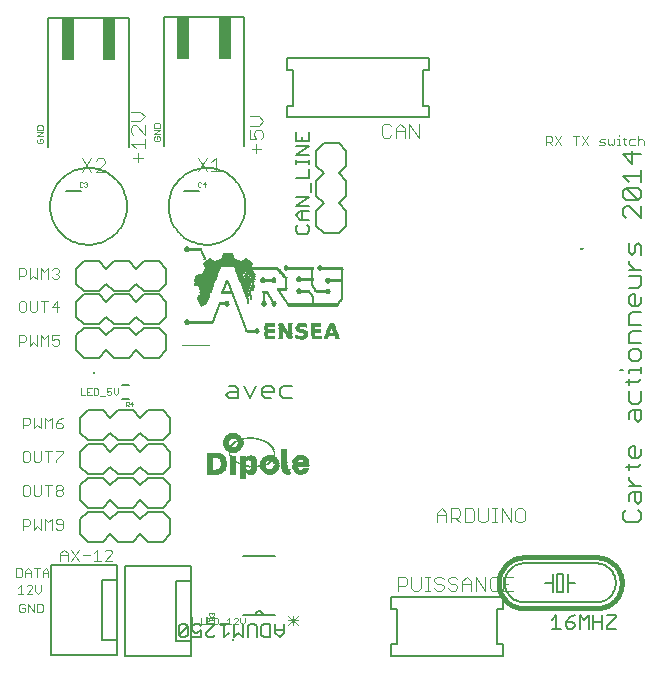
<source format=gto>
G75*
G70*
%OFA0B0*%
%FSLAX24Y24*%
%IPPOS*%
%LPD*%
%AMOC8*
5,1,8,0,0,1.08239X$1,22.5*
%
%ADD10C,0.0040*%
%ADD11C,0.0020*%
%ADD12C,0.0030*%
%ADD13C,0.0000*%
%ADD14R,0.0012X0.0004*%
%ADD15R,0.0008X0.0004*%
%ADD16R,0.0012X0.0004*%
%ADD17R,0.0004X0.0004*%
%ADD18R,0.0024X0.0004*%
%ADD19R,0.0188X0.0004*%
%ADD20R,0.0188X0.0004*%
%ADD21R,0.0180X0.0004*%
%ADD22R,0.0184X0.0004*%
%ADD23R,0.0192X0.0004*%
%ADD24R,0.0184X0.0004*%
%ADD25R,0.0096X0.0004*%
%ADD26R,0.0032X0.0004*%
%ADD27R,0.0016X0.0004*%
%ADD28R,0.0004X0.0004*%
%ADD29R,0.0116X0.0004*%
%ADD30R,0.0316X0.0004*%
%ADD31R,0.0032X0.0004*%
%ADD32R,0.0044X0.0004*%
%ADD33R,0.0140X0.0004*%
%ADD34R,0.0080X0.0004*%
%ADD35R,0.0372X0.0004*%
%ADD36R,0.0168X0.0004*%
%ADD37R,0.0144X0.0004*%
%ADD38R,0.0008X0.0004*%
%ADD39R,0.0004X0.0004*%
%ADD40R,0.0088X0.0004*%
%ADD41R,0.0380X0.0004*%
%ADD42R,0.0172X0.0004*%
%ADD43R,0.0036X0.0004*%
%ADD44R,0.0076X0.0004*%
%ADD45R,0.0160X0.0004*%
%ADD46R,0.0396X0.0004*%
%ADD47R,0.0164X0.0004*%
%ADD48R,0.0412X0.0004*%
%ADD49R,0.0200X0.0004*%
%ADD50R,0.0220X0.0004*%
%ADD51R,0.0208X0.0004*%
%ADD52R,0.0428X0.0004*%
%ADD53R,0.0244X0.0004*%
%ADD54R,0.0232X0.0004*%
%ADD55R,0.0440X0.0004*%
%ADD56R,0.0228X0.0004*%
%ADD57R,0.0264X0.0004*%
%ADD58R,0.0256X0.0004*%
%ADD59R,0.0448X0.0004*%
%ADD60R,0.0272X0.0004*%
%ADD61R,0.0204X0.0004*%
%ADD62R,0.0276X0.0004*%
%ADD63R,0.0460X0.0004*%
%ADD64R,0.0296X0.0004*%
%ADD65R,0.0288X0.0004*%
%ADD66R,0.0468X0.0004*%
%ADD67R,0.0264X0.0004*%
%ADD68R,0.0312X0.0004*%
%ADD69R,0.0216X0.0004*%
%ADD70R,0.0472X0.0004*%
%ADD71R,0.0268X0.0004*%
%ADD72R,0.0324X0.0004*%
%ADD73R,0.0224X0.0004*%
%ADD74R,0.0480X0.0004*%
%ADD75R,0.0276X0.0004*%
%ADD76R,0.0336X0.0004*%
%ADD77R,0.0224X0.0004*%
%ADD78R,0.0324X0.0004*%
%ADD79R,0.0488X0.0004*%
%ADD80R,0.0348X0.0004*%
%ADD81R,0.0228X0.0004*%
%ADD82R,0.0344X0.0004*%
%ADD83R,0.0496X0.0004*%
%ADD84R,0.0364X0.0004*%
%ADD85R,0.0352X0.0004*%
%ADD86R,0.0504X0.0004*%
%ADD87R,0.0304X0.0004*%
%ADD88R,0.0372X0.0004*%
%ADD89R,0.0240X0.0004*%
%ADD90R,0.0360X0.0004*%
%ADD91R,0.0308X0.0004*%
%ADD92R,0.0388X0.0004*%
%ADD93R,0.0368X0.0004*%
%ADD94R,0.0512X0.0004*%
%ADD95R,0.0504X0.0004*%
%ADD96R,0.0392X0.0004*%
%ADD97R,0.0248X0.0004*%
%ADD98R,0.0376X0.0004*%
%ADD99R,0.0520X0.0004*%
%ADD100R,0.0256X0.0004*%
%ADD101R,0.0384X0.0004*%
%ADD102R,0.0528X0.0004*%
%ADD103R,0.0508X0.0004*%
%ADD104R,0.0416X0.0004*%
%ADD105R,0.0252X0.0004*%
%ADD106R,0.0400X0.0004*%
%ADD107R,0.0512X0.0004*%
%ADD108R,0.0420X0.0004*%
%ADD109R,0.0408X0.0004*%
%ADD110R,0.0536X0.0004*%
%ADD111R,0.0536X0.0004*%
%ADD112R,0.0416X0.0004*%
%ADD113R,0.0544X0.0004*%
%ADD114R,0.0264X0.0004*%
%ADD115R,0.0424X0.0004*%
%ADD116R,0.0548X0.0004*%
%ADD117R,0.0516X0.0004*%
%ADD118R,0.0456X0.0004*%
%ADD119R,0.0552X0.0004*%
%ADD120R,0.0272X0.0004*%
%ADD121R,0.0440X0.0004*%
%ADD122R,0.0556X0.0004*%
%ADD123R,0.0444X0.0004*%
%ADD124R,0.0560X0.0004*%
%ADD125R,0.0192X0.0004*%
%ADD126R,0.0528X0.0004*%
%ADD127R,0.0272X0.0004*%
%ADD128R,0.0448X0.0004*%
%ADD129R,0.0560X0.0004*%
%ADD130R,0.0524X0.0004*%
%ADD131R,0.0564X0.0004*%
%ADD132R,0.0492X0.0004*%
%ADD133R,0.0572X0.0004*%
%ADD134R,0.0532X0.0004*%
%ADD135R,0.0280X0.0004*%
%ADD136R,0.0464X0.0004*%
%ADD137R,0.0580X0.0004*%
%ADD138R,0.0532X0.0004*%
%ADD139R,0.0508X0.0004*%
%ADD140R,0.0284X0.0004*%
%ADD141R,0.0476X0.0004*%
%ADD142R,0.0580X0.0004*%
%ADD143R,0.0260X0.0004*%
%ADD144R,0.0480X0.0004*%
%ADD145R,0.0248X0.0004*%
%ADD146R,0.0284X0.0004*%
%ADD147R,0.0588X0.0004*%
%ADD148R,0.0232X0.0004*%
%ADD149R,0.0212X0.0004*%
%ADD150R,0.0196X0.0004*%
%ADD151R,0.0296X0.0004*%
%ADD152R,0.0220X0.0004*%
%ADD153R,0.0212X0.0004*%
%ADD154R,0.0540X0.0004*%
%ADD155R,0.0288X0.0004*%
%ADD156R,0.0208X0.0004*%
%ADD157R,0.0200X0.0004*%
%ADD158R,0.0196X0.0004*%
%ADD159R,0.0540X0.0004*%
%ADD160R,0.0212X0.0004*%
%ADD161R,0.0192X0.0004*%
%ADD162R,0.0204X0.0004*%
%ADD163R,0.0292X0.0004*%
%ADD164R,0.0244X0.0004*%
%ADD165R,0.0252X0.0004*%
%ADD166R,0.0184X0.0004*%
%ADD167R,0.0244X0.0004*%
%ADD168R,0.0192X0.0004*%
%ADD169R,0.0236X0.0004*%
%ADD170R,0.0048X0.0004*%
%ADD171R,0.0176X0.0004*%
%ADD172R,0.0204X0.0004*%
%ADD173R,0.0180X0.0004*%
%ADD174R,0.0172X0.0004*%
%ADD175R,0.0172X0.0004*%
%ADD176R,0.0224X0.0004*%
%ADD177R,0.0172X0.0004*%
%ADD178R,0.0184X0.0004*%
%ADD179R,0.0260X0.0004*%
%ADD180R,0.0168X0.0004*%
%ADD181R,0.0616X0.0004*%
%ADD182R,0.0468X0.0004*%
%ADD183R,0.0164X0.0004*%
%ADD184R,0.0012X0.0004*%
%ADD185R,0.0004X0.0004*%
%ADD186R,0.0332X0.0004*%
%ADD187R,0.0568X0.0004*%
%ADD188R,0.0164X0.0004*%
%ADD189R,0.0240X0.0004*%
%ADD190R,0.0564X0.0004*%
%ADD191R,0.0020X0.0004*%
%ADD192R,0.0216X0.0004*%
%ADD193R,0.0568X0.0004*%
%ADD194R,0.0068X0.0004*%
%ADD195R,0.0164X0.0004*%
%ADD196R,0.0060X0.0004*%
%ADD197R,0.0056X0.0004*%
%ADD198R,0.0060X0.0004*%
%ADD199R,0.0160X0.0004*%
%ADD200R,0.0052X0.0004*%
%ADD201R,0.0236X0.0004*%
%ADD202R,0.0048X0.0004*%
%ADD203R,0.0040X0.0004*%
%ADD204R,0.0556X0.0004*%
%ADD205R,0.0064X0.0004*%
%ADD206R,0.0040X0.0004*%
%ADD207R,0.0064X0.0004*%
%ADD208R,0.0052X0.0004*%
%ADD209R,0.0056X0.0004*%
%ADD210R,0.0044X0.0004*%
%ADD211R,0.0036X0.0004*%
%ADD212R,0.0212X0.0004*%
%ADD213R,0.0204X0.0004*%
%ADD214R,0.0176X0.0004*%
%ADD215R,0.0232X0.0004*%
%ADD216R,0.0532X0.0004*%
%ADD217R,0.0532X0.0004*%
%ADD218R,0.0524X0.0004*%
%ADD219R,0.0512X0.0004*%
%ADD220R,0.0524X0.0004*%
%ADD221R,0.0500X0.0004*%
%ADD222R,0.0484X0.0004*%
%ADD223R,0.0452X0.0004*%
%ADD224R,0.0516X0.0004*%
%ADD225R,0.0512X0.0004*%
%ADD226R,0.0336X0.0004*%
%ADD227R,0.0124X0.0004*%
%ADD228R,0.0504X0.0004*%
%ADD229R,0.0504X0.0004*%
%ADD230R,0.0412X0.0004*%
%ADD231R,0.0432X0.0004*%
%ADD232R,0.0304X0.0004*%
%ADD233R,0.0596X0.0004*%
%ADD234R,0.0596X0.0004*%
%ADD235R,0.0376X0.0004*%
%ADD236R,0.0356X0.0004*%
%ADD237R,0.0584X0.0004*%
%ADD238R,0.0584X0.0004*%
%ADD239R,0.0340X0.0004*%
%ADD240R,0.0576X0.0004*%
%ADD241R,0.0324X0.0004*%
%ADD242R,0.0292X0.0004*%
%ADD243R,0.0132X0.0004*%
%ADD244R,0.0152X0.0004*%
%ADD245R,0.0032X0.0004*%
%ADD246R,0.0128X0.0004*%
%ADD247R,0.0028X0.0004*%
%ADD248R,0.0544X0.0004*%
%ADD249R,0.0140X0.0004*%
%ADD250R,0.0012X0.0004*%
%ADD251R,0.0028X0.0004*%
%ADD252R,0.0116X0.0004*%
%ADD253R,0.0104X0.0004*%
%ADD254R,0.0492X0.0004*%
%ADD255R,0.0492X0.0004*%
%ADD256R,0.0032X0.0004*%
%ADD257R,0.0436X0.0004*%
%ADD258R,0.0024X0.0004*%
%ADD259R,0.0092X0.0004*%
%ADD260R,0.0020X0.0004*%
%ADD261R,0.0120X0.0004*%
%ADD262R,0.0268X0.0004*%
%ADD263R,0.0332X0.0004*%
%ADD264R,0.0384X0.0004*%
%ADD265R,0.0432X0.0004*%
%ADD266R,0.0452X0.0004*%
%ADD267R,0.0476X0.0004*%
%ADD268R,0.0484X0.0004*%
%ADD269R,0.0064X0.0004*%
%ADD270R,0.0520X0.0004*%
%ADD271R,0.0548X0.0004*%
%ADD272R,0.0552X0.0004*%
%ADD273R,0.0044X0.0004*%
%ADD274R,0.0044X0.0004*%
%ADD275R,0.0052X0.0004*%
%ADD276R,0.0072X0.0004*%
%ADD277R,0.0072X0.0004*%
%ADD278R,0.0084X0.0004*%
%ADD279R,0.0072X0.0004*%
%ADD280R,0.0084X0.0004*%
%ADD281R,0.0080X0.0004*%
%ADD282R,0.0100X0.0004*%
%ADD283R,0.0096X0.0004*%
%ADD284R,0.0108X0.0004*%
%ADD285R,0.0284X0.0004*%
%ADD286R,0.0124X0.0004*%
%ADD287R,0.0328X0.0004*%
%ADD288R,0.0136X0.0004*%
%ADD289R,0.0384X0.0004*%
%ADD290R,0.0152X0.0004*%
%ADD291R,0.0444X0.0004*%
%ADD292R,0.0388X0.0004*%
%ADD293R,0.0340X0.0004*%
%ADD294R,0.0252X0.0004*%
%ADD295R,0.0152X0.0004*%
%ADD296R,0.0126X0.0007*%
%ADD297R,0.0350X0.0007*%
%ADD298R,0.0119X0.0007*%
%ADD299R,0.0140X0.0007*%
%ADD300R,0.0203X0.0007*%
%ADD301R,0.0357X0.0007*%
%ADD302R,0.0364X0.0007*%
%ADD303R,0.0126X0.0007*%
%ADD304R,0.0154X0.0007*%
%ADD305R,0.0245X0.0007*%
%ADD306R,0.0357X0.0007*%
%ADD307R,0.0133X0.0007*%
%ADD308R,0.0364X0.0007*%
%ADD309R,0.0154X0.0007*%
%ADD310R,0.0287X0.0007*%
%ADD311R,0.0133X0.0007*%
%ADD312R,0.0161X0.0007*%
%ADD313R,0.0329X0.0007*%
%ADD314R,0.0161X0.0007*%
%ADD315R,0.0343X0.0007*%
%ADD316R,0.0168X0.0007*%
%ADD317R,0.0168X0.0007*%
%ADD318R,0.0175X0.0007*%
%ADD319R,0.0175X0.0007*%
%ADD320R,0.0371X0.0007*%
%ADD321R,0.0182X0.0007*%
%ADD322R,0.0371X0.0007*%
%ADD323R,0.0378X0.0007*%
%ADD324R,0.0189X0.0007*%
%ADD325R,0.0378X0.0007*%
%ADD326R,0.0189X0.0007*%
%ADD327R,0.0182X0.0007*%
%ADD328R,0.0196X0.0007*%
%ADD329R,0.0112X0.0007*%
%ADD330R,0.0196X0.0007*%
%ADD331R,0.0084X0.0007*%
%ADD332R,0.0462X0.0007*%
%ADD333R,0.0063X0.0007*%
%ADD334R,0.0448X0.0007*%
%ADD335R,0.0203X0.0007*%
%ADD336R,0.0049X0.0007*%
%ADD337R,0.0448X0.0007*%
%ADD338R,0.0210X0.0007*%
%ADD339R,0.0028X0.0007*%
%ADD340R,0.0441X0.0007*%
%ADD341R,0.0217X0.0007*%
%ADD342R,0.0014X0.0007*%
%ADD343R,0.0434X0.0007*%
%ADD344R,0.0217X0.0007*%
%ADD345R,0.0434X0.0007*%
%ADD346R,0.0224X0.0007*%
%ADD347R,0.0427X0.0007*%
%ADD348R,0.0224X0.0007*%
%ADD349R,0.0420X0.0007*%
%ADD350R,0.0231X0.0007*%
%ADD351R,0.0420X0.0007*%
%ADD352R,0.0231X0.0007*%
%ADD353R,0.0413X0.0007*%
%ADD354R,0.0238X0.0007*%
%ADD355R,0.0406X0.0007*%
%ADD356R,0.0105X0.0007*%
%ADD357R,0.0070X0.0007*%
%ADD358R,0.0105X0.0007*%
%ADD359R,0.0147X0.0007*%
%ADD360R,0.0392X0.0007*%
%ADD361R,0.0091X0.0007*%
%ADD362R,0.0245X0.0007*%
%ADD363R,0.0154X0.0007*%
%ADD364R,0.0336X0.0007*%
%ADD365R,0.0273X0.0007*%
%ADD366R,0.0336X0.0007*%
%ADD367R,0.0441X0.0007*%
%ADD368R,0.0343X0.0007*%
%ADD369R,0.0301X0.0007*%
%ADD370R,0.0308X0.0007*%
%ADD371R,0.0455X0.0007*%
%ADD372R,0.0112X0.0007*%
%ADD373R,0.0315X0.0007*%
%ADD374R,0.0455X0.0007*%
%ADD375R,0.0322X0.0007*%
%ADD376R,0.0119X0.0007*%
%ADD377R,0.0462X0.0007*%
%ADD378R,0.0315X0.0007*%
%ADD379R,0.0462X0.0007*%
%ADD380R,0.0119X0.0007*%
%ADD381R,0.0469X0.0007*%
%ADD382R,0.0469X0.0007*%
%ADD383R,0.0287X0.0007*%
%ADD384R,0.0273X0.0007*%
%ADD385R,0.0084X0.0007*%
%ADD386R,0.0252X0.0007*%
%ADD387R,0.0077X0.0007*%
%ADD388R,0.0084X0.0007*%
%ADD389R,0.0077X0.0007*%
%ADD390R,0.0098X0.0007*%
%ADD391R,0.0077X0.0007*%
%ADD392R,0.0238X0.0007*%
%ADD393R,0.0042X0.0007*%
%ADD394R,0.0119X0.0007*%
%ADD395R,0.0021X0.0007*%
%ADD396R,0.0084X0.0007*%
%ADD397R,0.0035X0.0007*%
%ADD398R,0.0056X0.0007*%
%ADD399R,0.0147X0.0007*%
%ADD400R,0.0077X0.0007*%
%ADD401R,0.0350X0.0007*%
%ADD402R,0.0357X0.0007*%
%ADD403R,0.0210X0.0007*%
%ADD404R,0.0182X0.0007*%
%ADD405R,0.0189X0.0007*%
%ADD406R,0.0329X0.0007*%
%ADD407R,0.0049X0.0007*%
%ADD408R,0.0294X0.0007*%
%ADD409R,0.0259X0.0007*%
%ADD410R,0.0952X0.0007*%
%ADD411R,0.0966X0.0007*%
%ADD412R,0.0973X0.0007*%
%ADD413R,0.0980X0.0007*%
%ADD414R,0.0994X0.0007*%
%ADD415R,0.0994X0.0007*%
%ADD416R,0.1001X0.0007*%
%ADD417R,0.1001X0.0007*%
%ADD418R,0.0063X0.0007*%
%ADD419R,0.0035X0.0007*%
%ADD420R,0.0042X0.0007*%
%ADD421R,0.1638X0.0007*%
%ADD422R,0.1666X0.0007*%
%ADD423R,0.0098X0.0007*%
%ADD424R,0.1680X0.0007*%
%ADD425R,0.0070X0.0007*%
%ADD426R,0.1694X0.0007*%
%ADD427R,0.1701X0.0007*%
%ADD428R,0.0140X0.0007*%
%ADD429R,0.1708X0.0007*%
%ADD430R,0.0147X0.0007*%
%ADD431R,0.1722X0.0007*%
%ADD432R,0.1736X0.0007*%
%ADD433R,0.1743X0.0007*%
%ADD434R,0.1757X0.0007*%
%ADD435R,0.0007X0.0007*%
%ADD436R,0.1757X0.0007*%
%ADD437R,0.0014X0.0007*%
%ADD438R,0.0091X0.0007*%
%ADD439R,0.0252X0.0007*%
%ADD440R,0.0021X0.0007*%
%ADD441R,0.0252X0.0007*%
%ADD442R,0.0266X0.0007*%
%ADD443R,0.0266X0.0007*%
%ADD444R,0.0028X0.0007*%
%ADD445R,0.0280X0.0007*%
%ADD446R,0.0294X0.0007*%
%ADD447R,0.0301X0.0007*%
%ADD448R,0.0112X0.0007*%
%ADD449R,0.0308X0.0007*%
%ADD450R,0.0042X0.0007*%
%ADD451R,0.0049X0.0007*%
%ADD452R,0.0056X0.0007*%
%ADD453R,0.0392X0.0007*%
%ADD454R,0.0392X0.0007*%
%ADD455R,0.0406X0.0007*%
%ADD456R,0.0413X0.0007*%
%ADD457R,0.0399X0.0007*%
%ADD458R,0.0392X0.0007*%
%ADD459R,0.0385X0.0007*%
%ADD460R,0.0385X0.0007*%
%ADD461R,0.0147X0.0007*%
%ADD462R,0.0357X0.0007*%
%ADD463R,0.0399X0.0007*%
%ADD464R,0.0217X0.0007*%
%ADD465R,0.0189X0.0007*%
%ADD466R,0.0490X0.0007*%
%ADD467R,0.0476X0.0007*%
%ADD468R,0.0483X0.0007*%
%ADD469R,0.0490X0.0007*%
%ADD470R,0.0469X0.0007*%
%ADD471R,0.0497X0.0007*%
%ADD472R,0.0476X0.0007*%
%ADD473R,0.0504X0.0007*%
%ADD474R,0.0511X0.0007*%
%ADD475R,0.0511X0.0007*%
%ADD476R,0.0294X0.0007*%
%ADD477R,0.0518X0.0007*%
%ADD478R,0.0434X0.0007*%
%ADD479R,0.0427X0.0007*%
%ADD480R,0.0322X0.0007*%
%ADD481R,0.0252X0.0007*%
%ADD482R,0.0259X0.0007*%
%ADD483R,0.0280X0.0007*%
%ADD484R,0.0112X0.0007*%
%ADD485R,0.0287X0.0007*%
%ADD486R,0.0504X0.0007*%
%ADD487R,0.0532X0.0007*%
%ADD488R,0.0287X0.0007*%
%ADD489R,0.0546X0.0007*%
%ADD490R,0.0574X0.0007*%
%ADD491R,0.0588X0.0007*%
%ADD492R,0.0609X0.0007*%
%ADD493R,0.0637X0.0007*%
%ADD494R,0.0658X0.0007*%
%ADD495R,0.0322X0.0007*%
%ADD496R,0.0665X0.0007*%
%ADD497R,0.0672X0.0007*%
%ADD498R,0.0679X0.0007*%
%ADD499R,0.0672X0.0007*%
%ADD500R,0.0672X0.0007*%
%ADD501R,0.0679X0.0007*%
%ADD502R,0.0686X0.0007*%
%ADD503R,0.0686X0.0007*%
%ADD504R,0.0154X0.0007*%
%ADD505R,0.0693X0.0007*%
%ADD506R,0.0693X0.0007*%
%ADD507R,0.0602X0.0007*%
%ADD508R,0.0700X0.0007*%
%ADD509R,0.0602X0.0007*%
%ADD510R,0.0329X0.0007*%
%ADD511R,0.0609X0.0007*%
%ADD512R,0.0609X0.0007*%
%ADD513R,0.0322X0.0007*%
%ADD514R,0.0700X0.0007*%
%ADD515R,0.0707X0.0007*%
%ADD516R,0.0707X0.0007*%
%ADD517R,0.0294X0.0007*%
%ADD518R,0.0525X0.0007*%
%ADD519R,0.0525X0.0007*%
%ADD520R,0.0574X0.0007*%
%ADD521R,0.0518X0.0007*%
%ADD522R,0.0581X0.0007*%
%ADD523R,0.0714X0.0007*%
%ADD524R,0.0007X0.0007*%
%ADD525R,0.0581X0.0007*%
%ADD526R,0.0714X0.0007*%
%ADD527R,0.0707X0.0007*%
%ADD528R,0.0721X0.0007*%
%ADD529R,0.0721X0.0007*%
%ADD530R,0.0728X0.0007*%
%ADD531R,0.0651X0.0007*%
%ADD532R,0.0567X0.0007*%
%ADD533R,0.0539X0.0007*%
%ADD534R,0.0539X0.0007*%
%ADD535R,0.0539X0.0007*%
%ADD536R,0.0539X0.0007*%
%ADD537R,0.0532X0.0007*%
%ADD538R,0.0014X0.0007*%
%ADD539R,0.0532X0.0007*%
%ADD540R,0.0574X0.0007*%
%ADD541R,0.0567X0.0007*%
%ADD542R,0.0567X0.0007*%
%ADD543R,0.0560X0.0007*%
%ADD544R,0.0553X0.0007*%
%ADD545R,0.0497X0.0007*%
%ADD546R,0.0553X0.0007*%
%ADD547R,0.0497X0.0007*%
%ADD548R,0.0546X0.0007*%
%ADD549R,0.0931X0.0007*%
%ADD550R,0.0987X0.0007*%
%ADD551R,0.0854X0.0007*%
%ADD552R,0.0532X0.0007*%
%ADD553R,0.0924X0.0007*%
%ADD554R,0.0987X0.0007*%
%ADD555R,0.0861X0.0007*%
%ADD556R,0.0504X0.0007*%
%ADD557R,0.0917X0.0007*%
%ADD558R,0.0861X0.0007*%
%ADD559R,0.0910X0.0007*%
%ADD560R,0.0994X0.0007*%
%ADD561R,0.0896X0.0007*%
%ADD562R,0.0994X0.0007*%
%ADD563R,0.0889X0.0007*%
%ADD564R,0.0875X0.0007*%
%ADD565R,0.0567X0.0007*%
%ADD566R,0.0854X0.0007*%
%ADD567R,0.0973X0.0007*%
%ADD568R,0.0847X0.0007*%
%ADD569R,0.0840X0.0007*%
%ADD570R,0.0966X0.0007*%
%ADD571R,0.0826X0.0007*%
%ADD572R,0.0812X0.0007*%
%ADD573R,0.1575X0.0007*%
%ADD574R,0.1589X0.0007*%
%ADD575R,0.1596X0.0007*%
%ADD576R,0.1610X0.0007*%
%ADD577R,0.1610X0.0007*%
%ADD578R,0.1617X0.0007*%
%ADD579R,0.1624X0.0007*%
%ADD580R,0.1631X0.0007*%
%ADD581R,0.1645X0.0007*%
%ADD582R,0.1645X0.0007*%
%ADD583R,0.1652X0.0007*%
%ADD584R,0.1659X0.0007*%
%ADD585R,0.1666X0.0007*%
%ADD586R,0.1652X0.0007*%
%ADD587R,0.1638X0.0007*%
%ADD588R,0.1596X0.0007*%
%ADD589R,0.1561X0.0007*%
%ADD590R,0.1547X0.0007*%
%ADD591R,0.1533X0.0007*%
%ADD592R,0.1519X0.0007*%
%ADD593R,0.0882X0.0007*%
%ADD594R,0.0819X0.0007*%
%ADD595R,0.0784X0.0007*%
%ADD596R,0.0749X0.0007*%
%ADD597R,0.0224X0.0007*%
%ADD598R,0.0217X0.0007*%
%ADD599R,0.0630X0.0007*%
%ADD600R,0.0588X0.0007*%
%ADD601R,0.0042X0.0007*%
%ADD602R,0.0049X0.0007*%
%ADD603R,0.0602X0.0007*%
%ADD604R,0.0595X0.0007*%
%ADD605R,0.0595X0.0007*%
%ADD606C,0.0050*%
%ADD607C,0.0160*%
%ADD608C,0.0060*%
%ADD609C,0.0080*%
%ADD610R,0.0413X0.1447*%
%ADD611C,0.0010*%
%ADD612R,0.0079X0.0079*%
D10*
X002107Y005111D02*
X002107Y005471D01*
X002287Y005471D01*
X002347Y005411D01*
X002347Y005291D01*
X002287Y005231D01*
X002107Y005231D01*
X002475Y005111D02*
X002595Y005231D01*
X002715Y005111D01*
X002715Y005471D01*
X002843Y005471D02*
X002963Y005351D01*
X003084Y005471D01*
X003084Y005111D01*
X003212Y005171D02*
X003272Y005111D01*
X003392Y005111D01*
X003452Y005171D01*
X003452Y005411D01*
X003392Y005471D01*
X003272Y005471D01*
X003212Y005411D01*
X003212Y005351D01*
X003272Y005291D01*
X003452Y005291D01*
X002843Y005111D02*
X002843Y005471D01*
X002475Y005471D02*
X002475Y005111D01*
X002535Y006236D02*
X002655Y006236D01*
X002715Y006296D01*
X002715Y006596D01*
X002843Y006596D02*
X003084Y006596D01*
X002963Y006596D02*
X002963Y006236D01*
X003212Y006296D02*
X003212Y006356D01*
X003272Y006416D01*
X003392Y006416D01*
X003452Y006356D01*
X003452Y006296D01*
X003392Y006236D01*
X003272Y006236D01*
X003212Y006296D01*
X003272Y006416D02*
X003212Y006476D01*
X003212Y006536D01*
X003272Y006596D01*
X003392Y006596D01*
X003452Y006536D01*
X003452Y006476D01*
X003392Y006416D01*
X002535Y006236D02*
X002475Y006296D01*
X002475Y006596D01*
X002347Y006536D02*
X002287Y006596D01*
X002167Y006596D01*
X002107Y006536D01*
X002107Y006296D01*
X002167Y006236D01*
X002287Y006236D01*
X002347Y006296D01*
X002347Y006536D01*
X002287Y007361D02*
X002347Y007421D01*
X002347Y007661D01*
X002287Y007721D01*
X002167Y007721D01*
X002107Y007661D01*
X002107Y007421D01*
X002167Y007361D01*
X002287Y007361D01*
X002475Y007421D02*
X002535Y007361D01*
X002655Y007361D01*
X002715Y007421D01*
X002715Y007721D01*
X002843Y007721D02*
X003084Y007721D01*
X002963Y007721D02*
X002963Y007361D01*
X003212Y007361D02*
X003212Y007421D01*
X003452Y007661D01*
X003452Y007721D01*
X003212Y007721D01*
X002475Y007721D02*
X002475Y007421D01*
X002475Y008486D02*
X002595Y008606D01*
X002715Y008486D01*
X002715Y008846D01*
X002843Y008846D02*
X002963Y008726D01*
X003084Y008846D01*
X003084Y008486D01*
X003212Y008546D02*
X003212Y008666D01*
X003392Y008666D01*
X003452Y008606D01*
X003452Y008546D01*
X003392Y008486D01*
X003272Y008486D01*
X003212Y008546D01*
X003212Y008666D02*
X003332Y008786D01*
X003452Y008846D01*
X002843Y008846D02*
X002843Y008486D01*
X002475Y008486D02*
X002475Y008846D01*
X002347Y008786D02*
X002347Y008666D01*
X002287Y008606D01*
X002107Y008606D01*
X002107Y008486D02*
X002107Y008846D01*
X002287Y008846D01*
X002347Y008786D01*
X002350Y011236D02*
X002470Y011356D01*
X002590Y011236D01*
X002590Y011596D01*
X002718Y011596D02*
X002838Y011476D01*
X002959Y011596D01*
X002959Y011236D01*
X003087Y011296D02*
X003147Y011236D01*
X003267Y011236D01*
X003327Y011296D01*
X003327Y011416D01*
X003267Y011476D01*
X003207Y011476D01*
X003087Y011416D01*
X003087Y011596D01*
X003327Y011596D01*
X002718Y011596D02*
X002718Y011236D01*
X002350Y011236D02*
X002350Y011596D01*
X002222Y011536D02*
X002222Y011416D01*
X002162Y011356D01*
X001982Y011356D01*
X001982Y011236D02*
X001982Y011596D01*
X002162Y011596D01*
X002222Y011536D01*
X002162Y012361D02*
X002042Y012361D01*
X001982Y012421D01*
X001982Y012661D01*
X002042Y012721D01*
X002162Y012721D01*
X002222Y012661D01*
X002222Y012421D01*
X002162Y012361D01*
X002350Y012421D02*
X002410Y012361D01*
X002530Y012361D01*
X002590Y012421D01*
X002590Y012721D01*
X002718Y012721D02*
X002959Y012721D01*
X002838Y012721D02*
X002838Y012361D01*
X003087Y012541D02*
X003327Y012541D01*
X003267Y012361D02*
X003267Y012721D01*
X003087Y012541D01*
X002350Y012421D02*
X002350Y012721D01*
X002350Y013461D02*
X002470Y013581D01*
X002590Y013461D01*
X002590Y013821D01*
X002718Y013821D02*
X002838Y013701D01*
X002959Y013821D01*
X002959Y013461D01*
X003087Y013521D02*
X003147Y013461D01*
X003267Y013461D01*
X003327Y013521D01*
X003327Y013581D01*
X003267Y013641D01*
X003207Y013641D01*
X003267Y013641D02*
X003327Y013701D01*
X003327Y013761D01*
X003267Y013821D01*
X003147Y013821D01*
X003087Y013761D01*
X002718Y013821D02*
X002718Y013461D01*
X002350Y013461D02*
X002350Y013821D01*
X002222Y013761D02*
X002222Y013641D01*
X002162Y013581D01*
X001982Y013581D01*
X001982Y013461D02*
X001982Y013821D01*
X002162Y013821D01*
X002222Y013761D01*
X004093Y017025D02*
X004400Y017485D01*
X004554Y017409D02*
X004630Y017485D01*
X004784Y017485D01*
X004861Y017409D01*
X004861Y017332D01*
X004554Y017025D01*
X004861Y017025D01*
X004400Y017025D02*
X004093Y017485D01*
X005725Y017970D02*
X005878Y017816D01*
X005955Y017663D02*
X005955Y017356D01*
X006108Y017509D02*
X005801Y017509D01*
X006185Y017816D02*
X006185Y018123D01*
X006185Y017970D02*
X005725Y017970D01*
X005801Y018277D02*
X005725Y018353D01*
X005725Y018507D01*
X005801Y018584D01*
X005878Y018584D01*
X006185Y018277D01*
X006185Y018584D01*
X006032Y018737D02*
X006185Y018890D01*
X006032Y019044D01*
X005725Y019044D01*
X005725Y018737D02*
X006032Y018737D01*
X007943Y017510D02*
X008250Y017050D01*
X008404Y017050D02*
X008711Y017050D01*
X008557Y017050D02*
X008557Y017510D01*
X008404Y017357D01*
X008250Y017510D02*
X007943Y017050D01*
X009751Y017809D02*
X010058Y017809D01*
X009905Y017656D02*
X009905Y017963D01*
X009905Y018116D02*
X009828Y018270D01*
X009828Y018346D01*
X009905Y018423D01*
X010058Y018423D01*
X010135Y018346D01*
X010135Y018193D01*
X010058Y018116D01*
X009905Y018116D02*
X009675Y018116D01*
X009675Y018423D01*
X009675Y018577D02*
X009982Y018577D01*
X010135Y018730D01*
X009982Y018884D01*
X009675Y018884D01*
X014084Y018558D02*
X014084Y018251D01*
X014161Y018175D01*
X014314Y018175D01*
X014391Y018251D01*
X014545Y018175D02*
X014545Y018482D01*
X014698Y018635D01*
X014851Y018482D01*
X014851Y018175D01*
X015005Y018175D02*
X015005Y018635D01*
X015312Y018175D01*
X015312Y018635D01*
X014851Y018405D02*
X014545Y018405D01*
X014391Y018558D02*
X014314Y018635D01*
X014161Y018635D01*
X014084Y018558D01*
X016078Y005816D02*
X016232Y005663D01*
X016232Y005356D01*
X016385Y005356D02*
X016385Y005816D01*
X016616Y005816D01*
X016692Y005739D01*
X016692Y005586D01*
X016616Y005509D01*
X016385Y005509D01*
X016539Y005509D02*
X016692Y005356D01*
X016846Y005356D02*
X017076Y005356D01*
X017153Y005433D01*
X017153Y005739D01*
X017076Y005816D01*
X016846Y005816D01*
X016846Y005356D01*
X017306Y005433D02*
X017306Y005816D01*
X017613Y005816D02*
X017613Y005433D01*
X017536Y005356D01*
X017383Y005356D01*
X017306Y005433D01*
X017767Y005356D02*
X017920Y005356D01*
X017843Y005356D02*
X017843Y005816D01*
X017767Y005816D02*
X017920Y005816D01*
X018073Y005816D02*
X018380Y005356D01*
X018380Y005816D01*
X018534Y005739D02*
X018534Y005433D01*
X018611Y005356D01*
X018764Y005356D01*
X018841Y005433D01*
X018841Y005739D01*
X018764Y005816D01*
X018611Y005816D01*
X018534Y005739D01*
X018073Y005816D02*
X018073Y005356D01*
X016232Y005586D02*
X015925Y005586D01*
X015925Y005663D02*
X015925Y005356D01*
X015925Y005663D02*
X016078Y005816D01*
X016068Y003536D02*
X015914Y003536D01*
X015837Y003460D01*
X015837Y003383D01*
X015914Y003306D01*
X016068Y003306D01*
X016144Y003229D01*
X016144Y003153D01*
X016068Y003076D01*
X015914Y003076D01*
X015837Y003153D01*
X015684Y003076D02*
X015530Y003076D01*
X015607Y003076D02*
X015607Y003536D01*
X015530Y003536D02*
X015684Y003536D01*
X015377Y003536D02*
X015377Y003153D01*
X015300Y003076D01*
X015147Y003076D01*
X015070Y003153D01*
X015070Y003536D01*
X014917Y003460D02*
X014917Y003306D01*
X014840Y003229D01*
X014610Y003229D01*
X014610Y003076D02*
X014610Y003536D01*
X014840Y003536D01*
X014917Y003460D01*
X016068Y003536D02*
X016144Y003460D01*
X016298Y003460D02*
X016298Y003383D01*
X016374Y003306D01*
X016528Y003306D01*
X016605Y003229D01*
X016605Y003153D01*
X016528Y003076D01*
X016374Y003076D01*
X016298Y003153D01*
X016298Y003460D02*
X016374Y003536D01*
X016528Y003536D01*
X016605Y003460D01*
X016758Y003383D02*
X016912Y003536D01*
X017065Y003383D01*
X017065Y003076D01*
X017219Y003076D02*
X017219Y003536D01*
X017525Y003076D01*
X017525Y003536D01*
X017679Y003460D02*
X017679Y003153D01*
X017756Y003076D01*
X017909Y003076D01*
X017986Y003153D01*
X018139Y003076D02*
X018446Y003076D01*
X018293Y003306D02*
X018139Y003306D01*
X017986Y003460D02*
X017909Y003536D01*
X017756Y003536D01*
X017679Y003460D01*
X018139Y003536D02*
X018139Y003076D01*
X018139Y003536D02*
X018446Y003536D01*
X017065Y003306D02*
X016758Y003306D01*
X016758Y003383D02*
X016758Y003076D01*
D11*
X009514Y002175D02*
X009514Y002028D01*
X009440Y001955D01*
X009367Y002028D01*
X009367Y002175D01*
X009293Y002138D02*
X009256Y002175D01*
X009183Y002175D01*
X009146Y002138D01*
X009293Y002138D02*
X009293Y002102D01*
X009146Y001955D01*
X009293Y001955D01*
X009072Y001955D02*
X008925Y001955D01*
X008998Y001955D02*
X008998Y002175D01*
X008925Y002102D01*
X008851Y001918D02*
X008704Y001918D01*
X008630Y001992D02*
X008630Y002138D01*
X008593Y002175D01*
X008483Y002175D01*
X008483Y001955D01*
X008593Y001955D01*
X008630Y001992D01*
X008409Y001955D02*
X008262Y001955D01*
X008262Y002175D01*
X008409Y002175D01*
X008335Y002065D02*
X008262Y002065D01*
X008188Y001955D02*
X008041Y001955D01*
X008041Y002175D01*
X005218Y009596D02*
X005145Y009669D01*
X005145Y009816D01*
X005071Y009816D02*
X004924Y009816D01*
X004924Y009706D01*
X004997Y009743D01*
X005034Y009743D01*
X005071Y009706D01*
X005071Y009633D01*
X005034Y009596D01*
X004961Y009596D01*
X004924Y009633D01*
X004850Y009559D02*
X004703Y009559D01*
X004629Y009633D02*
X004629Y009779D01*
X004592Y009816D01*
X004482Y009816D01*
X004482Y009596D01*
X004592Y009596D01*
X004629Y009633D01*
X004408Y009596D02*
X004261Y009596D01*
X004261Y009816D01*
X004408Y009816D01*
X004334Y009706D02*
X004261Y009706D01*
X004187Y009596D02*
X004040Y009596D01*
X004040Y009816D01*
X005218Y009596D02*
X005292Y009669D01*
X005292Y009816D01*
X006512Y018071D02*
X006475Y018108D01*
X006475Y018181D01*
X006512Y018218D01*
X006585Y018218D02*
X006585Y018144D01*
X006585Y018218D02*
X006658Y018218D01*
X006695Y018181D01*
X006695Y018108D01*
X006658Y018071D01*
X006512Y018071D01*
X006475Y018292D02*
X006695Y018439D01*
X006475Y018439D01*
X006475Y018513D02*
X006475Y018623D01*
X006512Y018660D01*
X006658Y018660D01*
X006695Y018623D01*
X006695Y018513D01*
X006475Y018513D01*
X006475Y018292D02*
X006695Y018292D01*
X002795Y018364D02*
X002575Y018364D01*
X002575Y018438D02*
X002575Y018548D01*
X002612Y018585D01*
X002758Y018585D01*
X002795Y018548D01*
X002795Y018438D01*
X002575Y018438D01*
X002575Y018217D02*
X002795Y018364D01*
X002795Y018217D02*
X002575Y018217D01*
X002612Y018143D02*
X002575Y018106D01*
X002575Y018033D01*
X002612Y017996D01*
X002758Y017996D01*
X002795Y018033D01*
X002795Y018106D01*
X002758Y018143D01*
X002685Y018143D01*
X002685Y018069D01*
D12*
X002140Y002351D02*
X002043Y002351D01*
X001995Y002399D01*
X001995Y002593D01*
X002043Y002641D01*
X002140Y002641D01*
X002188Y002593D01*
X002188Y002496D02*
X002092Y002496D01*
X002188Y002496D02*
X002188Y002399D01*
X002140Y002351D01*
X002290Y002351D02*
X002290Y002641D01*
X002483Y002351D01*
X002483Y002641D01*
X002584Y002641D02*
X002729Y002641D01*
X002778Y002593D01*
X002778Y002399D01*
X002729Y002351D01*
X002584Y002351D01*
X002584Y002641D01*
X002631Y002976D02*
X002534Y003073D01*
X002534Y003266D01*
X002433Y003218D02*
X002385Y003266D01*
X002288Y003266D01*
X002240Y003218D01*
X002433Y003218D02*
X002433Y003169D01*
X002240Y002976D01*
X002433Y002976D01*
X002631Y002976D02*
X002728Y003073D01*
X002728Y003266D01*
X002779Y003526D02*
X002779Y003719D01*
X002876Y003816D01*
X002972Y003719D01*
X002972Y003526D01*
X002972Y003671D02*
X002779Y003671D01*
X002678Y003816D02*
X002484Y003816D01*
X002581Y003816D02*
X002581Y003526D01*
X002383Y003526D02*
X002383Y003719D01*
X002286Y003816D01*
X002190Y003719D01*
X002190Y003526D01*
X002088Y003574D02*
X002088Y003768D01*
X002040Y003816D01*
X001895Y003816D01*
X001895Y003526D01*
X002040Y003526D01*
X002088Y003574D01*
X002190Y003671D02*
X002383Y003671D01*
X002042Y003266D02*
X002042Y002976D01*
X002138Y002976D02*
X001945Y002976D01*
X001945Y003169D02*
X002042Y003266D01*
X003370Y004076D02*
X003370Y004323D01*
X003493Y004446D01*
X003617Y004323D01*
X003617Y004076D01*
X003738Y004076D02*
X003985Y004446D01*
X004107Y004261D02*
X004354Y004261D01*
X004475Y004323D02*
X004598Y004446D01*
X004598Y004076D01*
X004475Y004076D02*
X004722Y004076D01*
X004843Y004076D02*
X005090Y004323D01*
X005090Y004384D01*
X005028Y004446D01*
X004905Y004446D01*
X004843Y004384D01*
X004843Y004076D02*
X005090Y004076D01*
X003985Y004076D02*
X003738Y004446D01*
X003617Y004261D02*
X003370Y004261D01*
X010967Y002242D02*
X011281Y001929D01*
X011281Y002086D02*
X010967Y002086D01*
X010967Y001929D02*
X011281Y002242D01*
X011124Y002242D02*
X011124Y001929D01*
X019570Y017926D02*
X019570Y018216D01*
X019715Y018216D01*
X019763Y018168D01*
X019763Y018071D01*
X019715Y018023D01*
X019570Y018023D01*
X019667Y018023D02*
X019763Y017926D01*
X019865Y017926D02*
X020058Y018216D01*
X019865Y018216D02*
X020058Y017926D01*
X020454Y018216D02*
X020647Y018216D01*
X020551Y018216D02*
X020551Y017926D01*
X020749Y017926D02*
X020942Y018216D01*
X020749Y018216D02*
X020942Y017926D01*
X021338Y017926D02*
X021483Y017926D01*
X021531Y017974D01*
X021483Y018023D01*
X021386Y018023D01*
X021338Y018071D01*
X021386Y018119D01*
X021531Y018119D01*
X021633Y018119D02*
X021633Y017974D01*
X021681Y017926D01*
X021729Y017974D01*
X021778Y017926D01*
X021826Y017974D01*
X021826Y018119D01*
X021927Y018119D02*
X021976Y018119D01*
X021976Y017926D01*
X022024Y017926D02*
X021927Y017926D01*
X022172Y017974D02*
X022172Y018168D01*
X022124Y018119D02*
X022220Y018119D01*
X022320Y018071D02*
X022320Y017974D01*
X022368Y017926D01*
X022514Y017926D01*
X022615Y017926D02*
X022615Y018216D01*
X022663Y018119D02*
X022760Y018119D01*
X022808Y018071D01*
X022808Y017926D01*
X022615Y018071D02*
X022663Y018119D01*
X022514Y018119D02*
X022368Y018119D01*
X022320Y018071D01*
X022172Y017974D02*
X022220Y017926D01*
X021976Y018216D02*
X021976Y018264D01*
D13*
X020770Y014501D02*
X020760Y014491D01*
X020774Y014491D01*
X020770Y014481D02*
X020770Y014501D01*
X020749Y014501D02*
X020749Y014481D01*
X020755Y014481D02*
X020742Y014481D01*
X020737Y014484D02*
X020733Y014481D01*
X020727Y014481D01*
X020723Y014484D01*
X020737Y014497D01*
X020737Y014484D01*
X020742Y014494D02*
X020749Y014501D01*
X020737Y014497D02*
X020733Y014501D01*
X020727Y014501D01*
X020723Y014497D01*
X020723Y014484D01*
X020718Y014481D02*
X020705Y014481D01*
X020718Y014494D01*
X020718Y014497D01*
X020715Y014501D01*
X020708Y014501D01*
X020705Y014497D01*
X008315Y011264D02*
X008315Y011259D01*
X008313Y011257D01*
X008306Y011257D01*
X008302Y011257D02*
X008302Y011264D01*
X008300Y011266D01*
X008298Y011264D01*
X008298Y011257D01*
X008293Y011257D02*
X008293Y011266D01*
X008295Y011266D01*
X008298Y011264D01*
X008306Y011266D02*
X008313Y011266D01*
X008315Y011264D01*
X008306Y011266D02*
X008306Y011252D01*
X008290Y011259D02*
X008290Y011264D01*
X008287Y011266D01*
X008280Y011266D01*
X008280Y011271D02*
X008280Y011257D01*
X008287Y011257D01*
X008290Y011259D01*
X008276Y011259D02*
X008276Y011257D01*
X008274Y011257D01*
X008274Y011259D01*
X008276Y011259D01*
X008270Y011259D02*
X008268Y011257D01*
X008263Y011257D01*
X008261Y011259D01*
X008257Y011254D02*
X008248Y011254D01*
X008244Y011259D02*
X008242Y011261D01*
X008237Y011261D01*
X008235Y011264D01*
X008237Y011266D01*
X008244Y011266D01*
X008244Y011259D02*
X008242Y011257D01*
X008235Y011257D01*
X008232Y011261D02*
X008222Y011261D01*
X008222Y011259D02*
X008222Y011264D01*
X008225Y011266D01*
X008229Y011266D01*
X008232Y011264D01*
X008232Y011261D01*
X008229Y011257D02*
X008225Y011257D01*
X008222Y011259D01*
X008218Y011266D02*
X008216Y011266D01*
X008211Y011261D01*
X008208Y011261D02*
X008201Y011261D01*
X008199Y011259D01*
X008201Y011257D01*
X008208Y011257D01*
X008208Y011264D01*
X008206Y011266D01*
X008201Y011266D01*
X008211Y011266D02*
X008211Y011257D01*
X008195Y011254D02*
X008186Y011254D01*
X008182Y011259D02*
X008182Y011264D01*
X008180Y011266D01*
X008175Y011266D01*
X008173Y011264D01*
X008173Y011259D01*
X008175Y011257D01*
X008180Y011257D01*
X008182Y011259D01*
X008169Y011257D02*
X008162Y011257D01*
X008160Y011259D01*
X008160Y011264D01*
X008162Y011266D01*
X008169Y011266D01*
X008169Y011254D01*
X008167Y011252D01*
X008165Y011252D01*
X008156Y011259D02*
X008156Y011264D01*
X008154Y011266D01*
X008149Y011266D01*
X008147Y011264D01*
X008147Y011259D01*
X008149Y011257D01*
X008154Y011257D01*
X008156Y011259D01*
X008143Y011257D02*
X008138Y011257D01*
X008141Y011257D02*
X008141Y011271D01*
X008138Y011271D01*
X008135Y011271D02*
X008126Y011257D01*
X008122Y011259D02*
X008120Y011261D01*
X008115Y011261D01*
X008113Y011264D01*
X008115Y011266D01*
X008122Y011266D01*
X008122Y011259D02*
X008120Y011257D01*
X008113Y011257D01*
X008109Y011261D02*
X008100Y011261D01*
X008100Y011259D02*
X008100Y011264D01*
X008102Y011266D01*
X008107Y011266D01*
X008109Y011264D01*
X008109Y011261D01*
X008107Y011257D02*
X008102Y011257D01*
X008100Y011259D01*
X008096Y011257D02*
X008094Y011259D01*
X008094Y011268D01*
X008096Y011266D02*
X008091Y011266D01*
X008087Y011266D02*
X008085Y011266D01*
X008080Y011261D01*
X008077Y011261D02*
X008070Y011261D01*
X008068Y011259D01*
X008070Y011257D01*
X008077Y011257D01*
X008077Y011264D01*
X008075Y011266D01*
X008070Y011266D01*
X008064Y011266D02*
X008057Y011266D01*
X008055Y011264D01*
X008055Y011259D01*
X008057Y011257D01*
X008064Y011257D01*
X008080Y011257D02*
X008080Y011266D01*
X008051Y011271D02*
X008042Y011257D01*
X008036Y011257D02*
X008036Y011271D01*
X008029Y011264D01*
X008038Y011264D01*
X008025Y011257D02*
X008016Y011257D01*
X008012Y011259D02*
X008010Y011257D01*
X008005Y011257D01*
X008003Y011259D01*
X008012Y011268D01*
X008012Y011259D01*
X008016Y011266D02*
X008021Y011271D01*
X008021Y011257D01*
X008012Y011268D02*
X008010Y011271D01*
X008005Y011271D01*
X008003Y011268D01*
X008003Y011259D01*
X008000Y011257D02*
X007990Y011257D01*
X008000Y011266D01*
X008000Y011268D01*
X007997Y011271D01*
X007993Y011271D01*
X007990Y011268D01*
X007987Y011264D02*
X007977Y011264D01*
X007974Y011266D02*
X007971Y011264D01*
X007974Y011261D01*
X007974Y011259D01*
X007971Y011257D01*
X007967Y011257D01*
X007964Y011259D01*
X007961Y011257D02*
X007952Y011257D01*
X007956Y011257D02*
X007956Y011271D01*
X007952Y011266D01*
X007948Y011268D02*
X007939Y011259D01*
X007941Y011257D01*
X007946Y011257D01*
X007948Y011259D01*
X007948Y011268D01*
X007946Y011271D01*
X007941Y011271D01*
X007939Y011268D01*
X007939Y011259D01*
X007935Y011257D02*
X007926Y011257D01*
X007935Y011266D01*
X007935Y011268D01*
X007933Y011271D01*
X007928Y011271D01*
X007926Y011268D01*
X007922Y011264D02*
X007913Y011264D01*
X007909Y011266D02*
X007904Y011266D01*
X007907Y011268D02*
X007907Y011259D01*
X007909Y011257D01*
X007901Y011259D02*
X007901Y011264D01*
X007898Y011266D01*
X007894Y011266D01*
X007891Y011264D01*
X007891Y011259D01*
X007894Y011257D01*
X007898Y011257D01*
X007901Y011259D01*
X007888Y011259D02*
X007888Y011264D01*
X007885Y011266D01*
X007878Y011266D01*
X007875Y011264D02*
X007873Y011266D01*
X007868Y011266D01*
X007866Y011264D01*
X007866Y011259D01*
X007868Y011257D01*
X007873Y011257D01*
X007875Y011259D01*
X007875Y011264D01*
X007878Y011271D02*
X007878Y011257D01*
X007885Y011257D01*
X007888Y011259D01*
X007862Y011257D02*
X007857Y011261D01*
X007860Y011261D02*
X007853Y011261D01*
X007853Y011257D02*
X007853Y011271D01*
X007860Y011271D01*
X007862Y011268D01*
X007862Y011264D01*
X007860Y011261D01*
X007849Y011271D02*
X007840Y011257D01*
X007836Y011259D02*
X007834Y011261D01*
X007829Y011261D01*
X007827Y011264D01*
X007829Y011266D01*
X007836Y011266D01*
X007836Y011259D02*
X007834Y011257D01*
X007827Y011257D01*
X007823Y011261D02*
X007814Y011261D01*
X007814Y011259D02*
X007814Y011264D01*
X007816Y011266D01*
X007821Y011266D01*
X007823Y011264D01*
X007823Y011261D01*
X007821Y011257D02*
X007816Y011257D01*
X007814Y011259D01*
X007810Y011266D02*
X007808Y011266D01*
X007803Y011261D01*
X007803Y011257D02*
X007803Y011266D01*
X007800Y011266D02*
X007800Y011257D01*
X007800Y011264D02*
X007790Y011264D01*
X007790Y011266D02*
X007795Y011271D01*
X007800Y011266D01*
X007790Y011266D02*
X007790Y011257D01*
X007778Y011257D02*
X007787Y011271D01*
X007774Y011266D02*
X007767Y011266D01*
X007765Y011264D01*
X007767Y011261D01*
X007772Y011261D01*
X007774Y011259D01*
X007772Y011257D01*
X007765Y011257D01*
X007761Y011257D02*
X007758Y011259D01*
X007758Y011268D01*
X007756Y011266D02*
X007761Y011266D01*
X007752Y011264D02*
X007752Y011261D01*
X007743Y011261D01*
X007743Y011259D02*
X007743Y011264D01*
X007745Y011266D01*
X007750Y011266D01*
X007752Y011264D01*
X007750Y011257D02*
X007745Y011257D01*
X007743Y011259D01*
X007739Y011254D02*
X007739Y011266D01*
X007739Y011271D02*
X007739Y011273D01*
X007731Y011264D02*
X007729Y011266D01*
X007724Y011266D01*
X007722Y011264D01*
X007722Y011259D01*
X007724Y011257D01*
X007729Y011257D01*
X007731Y011259D01*
X007731Y011264D01*
X007735Y011252D02*
X007737Y011252D01*
X007739Y011254D01*
X007718Y011266D02*
X007716Y011266D01*
X007711Y011261D01*
X007711Y011257D02*
X007711Y011266D01*
X007707Y011264D02*
X007705Y011261D01*
X007698Y011261D01*
X007698Y011257D02*
X007698Y011271D01*
X007705Y011271D01*
X007707Y011268D01*
X007707Y011264D01*
X007694Y011271D02*
X007685Y011257D01*
X007682Y011259D02*
X007679Y011261D01*
X007675Y011261D01*
X007672Y011264D01*
X007675Y011266D01*
X007682Y011266D01*
X007682Y011259D02*
X007679Y011257D01*
X007672Y011257D01*
X007668Y011257D02*
X007666Y011259D01*
X007666Y011268D01*
X007664Y011266D02*
X007668Y011266D01*
X007660Y011264D02*
X007660Y011257D01*
X007660Y011264D02*
X007658Y011266D01*
X007651Y011266D01*
X007651Y011257D01*
X007647Y011261D02*
X007638Y011261D01*
X007638Y011259D02*
X007638Y011264D01*
X007640Y011266D01*
X007645Y011266D01*
X007647Y011264D01*
X007647Y011261D01*
X007645Y011257D02*
X007640Y011257D01*
X007638Y011259D01*
X007634Y011257D02*
X007634Y011264D01*
X007632Y011266D01*
X007630Y011264D01*
X007630Y011257D01*
X007625Y011257D02*
X007625Y011266D01*
X007627Y011266D01*
X007630Y011264D01*
X007621Y011266D02*
X007621Y011257D01*
X007614Y011257D01*
X007612Y011259D01*
X007612Y011266D01*
X007609Y011266D02*
X007602Y011266D01*
X007599Y011264D01*
X007599Y011259D01*
X007602Y011257D01*
X007609Y011257D01*
X007596Y011259D02*
X007596Y011264D01*
X007593Y011266D01*
X007589Y011266D01*
X007586Y011264D01*
X007586Y011259D01*
X007589Y011257D01*
X007593Y011257D01*
X007596Y011259D01*
X007583Y011259D02*
X007583Y011268D01*
X007580Y011271D01*
X007573Y011271D01*
X007573Y011257D01*
X007580Y011257D01*
X007583Y011259D01*
X007570Y011271D02*
X007561Y011257D01*
X007557Y011257D02*
X007550Y011261D01*
X007557Y011266D01*
X007550Y011271D02*
X007550Y011257D01*
X007546Y011259D02*
X007546Y011264D01*
X007544Y011266D01*
X007539Y011266D01*
X007537Y011264D01*
X007537Y011259D01*
X007539Y011257D01*
X007544Y011257D01*
X007546Y011259D01*
X007533Y011259D02*
X007533Y011266D01*
X007533Y011259D02*
X007531Y011257D01*
X007529Y011259D01*
X007526Y011257D01*
X007524Y011259D01*
X007524Y011266D01*
X007520Y011264D02*
X007518Y011266D01*
X007513Y011266D01*
X007511Y011264D01*
X007511Y011259D01*
X007513Y011257D01*
X007518Y011257D01*
X007520Y011259D01*
X007520Y011264D01*
X007508Y011264D02*
X007508Y011257D01*
X007508Y011264D02*
X007505Y011266D01*
X007501Y011266D01*
X007498Y011264D01*
X007495Y011266D02*
X007488Y011266D01*
X007485Y011264D01*
X007488Y011261D01*
X007492Y011261D01*
X007495Y011259D01*
X007492Y011257D01*
X007485Y011257D01*
X007472Y011257D02*
X007482Y011271D01*
X007469Y011264D02*
X007469Y011261D01*
X007460Y011261D01*
X007460Y011259D02*
X007460Y011264D01*
X007462Y011266D01*
X007467Y011266D01*
X007469Y011264D01*
X007467Y011257D02*
X007462Y011257D01*
X007460Y011259D01*
X007456Y011257D02*
X007456Y011264D01*
X007454Y011266D01*
X007451Y011264D01*
X007451Y011257D01*
X007447Y011257D02*
X007447Y011266D01*
X007449Y011266D01*
X007451Y011264D01*
X007443Y011264D02*
X007441Y011266D01*
X007436Y011266D01*
X007434Y011264D01*
X007434Y011259D01*
X007436Y011257D01*
X007441Y011257D01*
X007443Y011259D01*
X007443Y011264D01*
X007430Y011264D02*
X007430Y011257D01*
X007430Y011264D02*
X007428Y011266D01*
X007423Y011266D01*
X007421Y011264D01*
X007421Y011271D02*
X007421Y011257D01*
X007408Y011257D02*
X007417Y011271D01*
X007498Y011271D02*
X007498Y011257D01*
X007964Y011268D02*
X007967Y011271D01*
X007971Y011271D01*
X007974Y011268D01*
X007974Y011266D01*
X007971Y011264D02*
X007969Y011264D01*
X008261Y011268D02*
X008263Y011271D01*
X008268Y011271D01*
X008270Y011268D01*
X008270Y011266D01*
X008268Y011264D01*
X008270Y011261D01*
X008270Y011259D01*
X008268Y011264D02*
X008266Y011264D01*
D14*
X008556Y007499D03*
X009376Y006787D03*
X011576Y007147D03*
D15*
X011590Y007147D03*
X011606Y007147D03*
X011562Y007147D03*
X011494Y007147D03*
X011482Y007147D03*
X011466Y007327D03*
X011370Y007327D03*
X011334Y007567D03*
X010946Y006947D03*
X010390Y006939D03*
X010362Y006935D03*
X010346Y006935D03*
X010334Y006935D03*
X010318Y006935D03*
X010294Y006939D03*
X009990Y007215D03*
X009962Y007211D03*
X009934Y007207D03*
X009714Y007207D03*
X009686Y007211D03*
X009658Y007215D03*
X009702Y007179D03*
X009650Y007067D03*
X009522Y006787D03*
X009478Y006787D03*
X009466Y006787D03*
X009438Y006787D03*
X009410Y006787D03*
X009394Y006787D03*
X009194Y006939D03*
X009110Y006939D03*
X009098Y006939D03*
X008610Y006939D03*
X008598Y006939D03*
X008554Y006935D03*
X008526Y006935D03*
X008474Y006935D03*
X008458Y006935D03*
X008446Y006935D03*
X008430Y006935D03*
X008418Y006935D03*
X008374Y006935D03*
X008362Y006935D03*
X008346Y006935D03*
X008334Y006935D03*
X008486Y007499D03*
X008986Y007695D03*
X009094Y007659D03*
X009146Y007655D03*
X009138Y007539D03*
X009094Y007539D03*
X009110Y008139D03*
X009490Y008139D03*
X009546Y008147D03*
X009558Y008147D03*
X009550Y008119D03*
X009650Y008127D03*
X009662Y008127D03*
X009674Y008127D03*
X009702Y008127D03*
X009698Y008155D03*
X009726Y008155D03*
X009782Y008151D03*
X009794Y008151D03*
X009838Y008147D03*
X009826Y008119D03*
X009854Y008115D03*
X009990Y008087D03*
X010362Y007571D03*
D16*
X009608Y007195D03*
X009224Y006939D03*
X009128Y006939D03*
X009424Y006787D03*
X009452Y006787D03*
X009508Y006787D03*
X009108Y007539D03*
X009712Y008155D03*
X008488Y006935D03*
D17*
X008540Y006935D03*
X008580Y006935D03*
X008724Y006967D03*
X008600Y007091D03*
X008584Y007087D03*
X008316Y006935D03*
X009084Y006939D03*
X009492Y006787D03*
X009720Y006927D03*
X009732Y006927D03*
X009680Y007075D03*
X009936Y007179D03*
X010220Y007231D03*
X010252Y007279D03*
X010360Y007407D03*
X010324Y007571D03*
X010336Y007099D03*
X010352Y007099D03*
X010364Y007099D03*
X010400Y006939D03*
X010444Y006951D03*
X010460Y006955D03*
X009640Y007415D03*
X009176Y007659D03*
X009132Y007655D03*
X009124Y007539D03*
X009180Y007831D03*
X009196Y007835D03*
X009120Y008139D03*
X009040Y008295D03*
X009460Y008135D03*
X009504Y008111D03*
X009560Y008119D03*
X009660Y008155D03*
X009716Y008127D03*
X009812Y008151D03*
X010896Y007767D03*
X011280Y007555D03*
X011292Y007559D03*
X011420Y007567D03*
X011400Y007327D03*
X011384Y007327D03*
X011356Y007327D03*
X011452Y007327D03*
X011512Y007147D03*
X011524Y007147D03*
X011620Y007147D03*
X011576Y007007D03*
X011500Y006959D03*
X008496Y007499D03*
X008516Y007647D03*
X008420Y007647D03*
D18*
X009014Y007647D03*
X009014Y007655D03*
X009182Y007539D03*
X009210Y007539D03*
X009542Y006787D03*
X010342Y007571D03*
X010510Y007587D03*
X010510Y007591D03*
X010510Y007595D03*
X010514Y007599D03*
X010514Y007627D03*
X010510Y007675D03*
X010506Y007691D03*
D19*
X010836Y007691D03*
X010836Y007695D03*
X010836Y007699D03*
X010836Y007707D03*
X010836Y007719D03*
X010836Y007731D03*
X010836Y007735D03*
X010836Y007747D03*
X010836Y007751D03*
X010836Y007759D03*
X010836Y007687D03*
X010836Y007679D03*
X010836Y007675D03*
X010836Y007671D03*
X010836Y007667D03*
X010836Y007659D03*
X010836Y007655D03*
X010836Y007651D03*
X010836Y007639D03*
X010836Y007635D03*
X010836Y007631D03*
X010836Y007627D03*
X010836Y007619D03*
X010836Y007611D03*
X010836Y007607D03*
X010836Y007599D03*
X010836Y007595D03*
X010836Y007591D03*
X010836Y007587D03*
X010836Y007579D03*
X010836Y007575D03*
X010836Y007571D03*
X010836Y007567D03*
X010836Y007559D03*
X010836Y007555D03*
X010836Y007551D03*
X010836Y007547D03*
X010836Y007539D03*
X010836Y007527D03*
X010836Y007515D03*
X010836Y007499D03*
X010836Y007491D03*
X010836Y007487D03*
X010836Y007479D03*
X010836Y007475D03*
X010836Y007471D03*
X010836Y007467D03*
X010836Y007459D03*
X010836Y007455D03*
X010836Y007451D03*
X010836Y007447D03*
X010836Y007435D03*
X010836Y007431D03*
X010836Y007419D03*
X010836Y007415D03*
X010836Y007407D03*
X010836Y007395D03*
X010836Y007391D03*
X010836Y007387D03*
X010836Y007379D03*
X010836Y007375D03*
X010836Y007371D03*
X010836Y007367D03*
X010836Y007359D03*
X010836Y007355D03*
X010836Y007351D03*
X010836Y007347D03*
X010836Y007339D03*
X010836Y007335D03*
X010840Y007315D03*
X010836Y007311D03*
X010836Y007307D03*
X010836Y007295D03*
X010836Y007291D03*
X010836Y007279D03*
X010836Y007267D03*
X010836Y007259D03*
X010836Y007239D03*
X010836Y007227D03*
X010840Y007219D03*
X010836Y007215D03*
X010836Y007211D03*
X010836Y007199D03*
X010840Y007191D03*
X010836Y007187D03*
X010840Y007175D03*
X010836Y007171D03*
X010836Y007167D03*
X010840Y007147D03*
X010840Y007135D03*
X010840Y007127D03*
X010944Y006959D03*
X011212Y007111D03*
X011216Y007107D03*
X011220Y007099D03*
X011224Y007095D03*
X011196Y007171D03*
X011196Y007179D03*
X011192Y007191D03*
X011196Y007195D03*
X011196Y007327D03*
X011196Y007331D03*
X011196Y007335D03*
X011196Y007339D03*
X011224Y007419D03*
X011232Y007427D03*
X011380Y007555D03*
X011532Y007427D03*
X011536Y007095D03*
X011384Y006951D03*
X010552Y007359D03*
X010140Y007367D03*
X010136Y007359D03*
X010136Y007147D03*
X010344Y006951D03*
X009828Y007211D03*
X009828Y007287D03*
X009464Y007311D03*
X009460Y007307D03*
X009460Y007319D03*
X009460Y007327D03*
X009460Y007331D03*
X009460Y007347D03*
X009460Y007355D03*
X009460Y007359D03*
X009460Y007271D03*
X009460Y007259D03*
X009460Y007251D03*
X009464Y007239D03*
X009460Y007235D03*
X009464Y007199D03*
X009460Y007195D03*
X009460Y007191D03*
X009464Y007187D03*
X009460Y007179D03*
X009460Y007167D03*
X009464Y007155D03*
X009464Y007131D03*
X009464Y007127D03*
X009464Y007119D03*
X009464Y007115D03*
X009464Y006995D03*
X009464Y006991D03*
X009464Y006979D03*
X009464Y006975D03*
X009464Y006967D03*
X009460Y006959D03*
X009464Y006951D03*
X009464Y006947D03*
X009464Y006939D03*
X009464Y006935D03*
X009460Y006931D03*
X009464Y006927D03*
X009464Y006919D03*
X009464Y006915D03*
X009464Y006911D03*
X009464Y006907D03*
X009464Y006899D03*
X009464Y006895D03*
X009464Y006887D03*
X009464Y006879D03*
X009460Y006875D03*
X009464Y006871D03*
X009464Y006867D03*
X009464Y006855D03*
X009464Y006851D03*
X009464Y006839D03*
X009464Y006831D03*
X009464Y006827D03*
X009464Y006819D03*
X009464Y006815D03*
X009464Y006811D03*
X009464Y006799D03*
X009464Y006795D03*
X009464Y006791D03*
X009136Y006947D03*
X009132Y006951D03*
X009136Y006955D03*
X009136Y006967D03*
X009132Y006979D03*
X009132Y006991D03*
X009136Y006995D03*
X009132Y007007D03*
X009136Y007011D03*
X009136Y007015D03*
X009132Y007019D03*
X009132Y007031D03*
X009132Y007035D03*
X009136Y007039D03*
X009132Y007047D03*
X009136Y007051D03*
X009132Y007059D03*
X009132Y007075D03*
X009136Y007079D03*
X009132Y007087D03*
X009132Y007091D03*
X009136Y007107D03*
X009136Y007111D03*
X009132Y007115D03*
X009132Y007127D03*
X009132Y007131D03*
X009136Y007135D03*
X009132Y007155D03*
X009132Y007159D03*
X009132Y007171D03*
X009136Y007175D03*
X009132Y007187D03*
X009132Y007199D03*
X009136Y007207D03*
X009132Y007211D03*
X009132Y007215D03*
X009132Y007227D03*
X009132Y007239D03*
X009132Y007251D03*
X009132Y007255D03*
X009132Y007259D03*
X009132Y007267D03*
X009132Y007271D03*
X009132Y007279D03*
X009132Y007291D03*
X009132Y007295D03*
X009132Y007299D03*
X009132Y007307D03*
X009132Y007311D03*
X009136Y007315D03*
X009132Y007319D03*
X009132Y007327D03*
X009132Y007331D03*
X009132Y007335D03*
X009132Y007339D03*
X009132Y007387D03*
X009132Y007391D03*
X009132Y007395D03*
X009132Y007407D03*
X009132Y007415D03*
X009132Y007419D03*
X009132Y007427D03*
X009132Y007431D03*
X009132Y007435D03*
X009132Y007447D03*
X009132Y007451D03*
X009132Y007455D03*
X009132Y007459D03*
X009132Y007471D03*
X009132Y007475D03*
X009132Y007479D03*
X009132Y007487D03*
X009132Y007491D03*
X009132Y007499D03*
X009132Y007507D03*
X009132Y007511D03*
X009132Y007515D03*
X009132Y007519D03*
X009132Y007527D03*
X009132Y007531D03*
X009460Y007531D03*
X009460Y007535D03*
X009460Y007527D03*
X009460Y007519D03*
X009460Y007515D03*
X009460Y007511D03*
X009460Y007499D03*
X009460Y007495D03*
X009460Y007491D03*
X009460Y007487D03*
X009344Y007871D03*
X009344Y007875D03*
X009352Y007887D03*
X009356Y008067D03*
X009356Y008075D03*
X009348Y008087D03*
X008920Y008087D03*
X008920Y007875D03*
D20*
X008916Y007883D03*
X008920Y008083D03*
X009352Y007883D03*
X009460Y007523D03*
X009464Y007323D03*
X009460Y007263D03*
X009464Y007243D03*
X009464Y007183D03*
X009460Y007163D03*
X009464Y007143D03*
X009464Y006983D03*
X009464Y006963D03*
X009464Y006943D03*
X009464Y006923D03*
X009464Y006883D03*
X009464Y006843D03*
X009464Y006803D03*
X009136Y006943D03*
X009132Y006963D03*
X009136Y006983D03*
X009136Y007023D03*
X009132Y007063D03*
X009132Y007103D03*
X009132Y007143D03*
X009132Y007183D03*
X009136Y007203D03*
X009132Y007223D03*
X009132Y007243D03*
X009132Y007263D03*
X009132Y007283D03*
X009132Y007323D03*
X009132Y007403D03*
X009132Y007423D03*
X009132Y007443D03*
X009132Y007463D03*
X009132Y007483D03*
X009132Y007503D03*
X009132Y007523D03*
X010140Y007363D03*
X010140Y007143D03*
X010548Y007143D03*
X010548Y007363D03*
X010836Y007363D03*
X010836Y007383D03*
X010836Y007403D03*
X010836Y007443D03*
X010836Y007463D03*
X010836Y007483D03*
X010836Y007503D03*
X010836Y007543D03*
X010832Y007563D03*
X010836Y007583D03*
X010836Y007603D03*
X010836Y007623D03*
X010836Y007643D03*
X010836Y007663D03*
X010836Y007683D03*
X010836Y007703D03*
X010836Y007323D03*
X010836Y007283D03*
X010836Y007263D03*
X010836Y007243D03*
X010840Y007223D03*
X010840Y007203D03*
X010836Y007183D03*
X010836Y007143D03*
X010940Y006963D03*
X011196Y007183D03*
D21*
X011204Y007139D03*
X011204Y007131D03*
X011196Y007355D03*
X011200Y007359D03*
X011200Y007367D03*
X011204Y007375D03*
X011204Y007379D03*
X011208Y007387D03*
X011208Y007391D03*
X011208Y007395D03*
X011212Y007399D03*
X011540Y007415D03*
X011544Y007411D03*
X011544Y007407D03*
X011548Y007399D03*
X011552Y007391D03*
X011556Y007371D03*
X011564Y007351D03*
X011564Y007347D03*
X011564Y007339D03*
X011564Y007335D03*
X011564Y007327D03*
X011544Y007107D03*
X010948Y006955D03*
X010556Y007347D03*
X010132Y007351D03*
X010132Y007159D03*
X010132Y007155D03*
X009720Y006947D03*
X009464Y006807D03*
X009132Y007467D03*
X009348Y007879D03*
X009356Y007895D03*
X009356Y008071D03*
X009352Y008079D03*
X008912Y008071D03*
X008908Y008067D03*
X008908Y008059D03*
X008908Y007899D03*
X008908Y007895D03*
X008916Y007887D03*
X009680Y008151D03*
X009716Y007535D03*
D22*
X009462Y007503D03*
X009462Y007363D03*
X009462Y007303D03*
X009462Y007203D03*
X009462Y007123D03*
X009462Y006903D03*
X009462Y006863D03*
X009466Y006823D03*
X009134Y007003D03*
X009134Y007083D03*
X009134Y007163D03*
X009134Y007303D03*
X009134Y007383D03*
X009350Y008083D03*
X011214Y007403D03*
X011194Y007343D03*
X011202Y007143D03*
X011542Y007103D03*
X011534Y007423D03*
D23*
X011534Y007091D03*
X010842Y007119D03*
X010838Y007131D03*
X010838Y007139D03*
X010838Y007151D03*
X010838Y007155D03*
X010838Y007159D03*
X010838Y007179D03*
X010838Y007195D03*
X010838Y007207D03*
X010838Y007231D03*
X010838Y007235D03*
X010838Y007247D03*
X010838Y007251D03*
X010838Y007255D03*
X010838Y007275D03*
X010838Y007287D03*
X010838Y007331D03*
X010838Y007399D03*
X010838Y007411D03*
X010838Y007427D03*
X010838Y007439D03*
X010838Y007495D03*
X010834Y007519D03*
X010834Y007531D03*
X010834Y007615D03*
X010834Y007711D03*
X010834Y007715D03*
X010834Y007727D03*
X010834Y007739D03*
X010542Y007371D03*
X010142Y007139D03*
X009722Y006951D03*
X009462Y006847D03*
X009462Y006835D03*
X009462Y007135D03*
X009462Y007139D03*
X009462Y007147D03*
X009462Y007151D03*
X009462Y007247D03*
X009462Y007339D03*
X009462Y007371D03*
X009134Y007379D03*
X009134Y007439D03*
X009134Y007247D03*
X009134Y007235D03*
X009134Y007231D03*
X009134Y007219D03*
X009134Y007139D03*
X009134Y007027D03*
X009342Y007867D03*
X009342Y008095D03*
X008922Y008091D03*
X008922Y007871D03*
D24*
X008914Y007891D03*
X008914Y008075D03*
X008914Y008079D03*
X009354Y007891D03*
X009462Y007507D03*
X009462Y007367D03*
X009462Y007351D03*
X009462Y007335D03*
X009462Y007315D03*
X009462Y007267D03*
X009462Y007255D03*
X009462Y007175D03*
X009462Y007171D03*
X009462Y007159D03*
X009462Y007111D03*
X009462Y006999D03*
X009462Y006987D03*
X009462Y006971D03*
X009462Y006955D03*
X009462Y006891D03*
X009462Y006859D03*
X009134Y006959D03*
X009134Y006971D03*
X009134Y006975D03*
X009134Y006987D03*
X009134Y006999D03*
X009134Y007055D03*
X009134Y007067D03*
X009134Y007071D03*
X009134Y007095D03*
X009134Y007099D03*
X009134Y007119D03*
X009134Y007147D03*
X009134Y007151D03*
X009134Y007167D03*
X009134Y007179D03*
X009134Y007191D03*
X009134Y007195D03*
X009134Y007275D03*
X009134Y007287D03*
X009134Y007399D03*
X009134Y007411D03*
X009134Y007495D03*
X009830Y007239D03*
X010134Y007151D03*
X010134Y007355D03*
X010554Y007355D03*
X010554Y007351D03*
X010554Y007155D03*
X010554Y007151D03*
X010550Y007147D03*
X010834Y007647D03*
X010834Y007755D03*
X011214Y007407D03*
X011222Y007411D03*
X011222Y007415D03*
X011194Y007199D03*
X011194Y007187D03*
X011194Y007175D03*
X011202Y007151D03*
X011202Y007147D03*
X011206Y007135D03*
X011206Y007127D03*
X011210Y007119D03*
X011210Y007115D03*
D25*
X010006Y008095D03*
X009994Y008099D03*
X009718Y007551D03*
X009722Y006931D03*
D26*
X009050Y007551D03*
X009046Y007555D03*
X009046Y007559D03*
X009030Y007591D03*
X009030Y007595D03*
X009026Y007607D03*
X009066Y007887D03*
X008290Y006935D03*
X010506Y007571D03*
X010510Y007667D03*
X010510Y007679D03*
X010506Y007695D03*
X010506Y007699D03*
X010490Y007747D03*
X010486Y007751D03*
X010486Y007759D03*
X010466Y007791D03*
X010426Y007851D03*
D27*
X011546Y007147D03*
X011638Y007147D03*
X009158Y007539D03*
X008394Y006935D03*
D28*
X008568Y006935D03*
X009208Y006939D03*
X009648Y007187D03*
X009688Y008127D03*
X009648Y008155D03*
X008528Y007647D03*
X011428Y007327D03*
D29*
X009720Y006935D03*
D30*
X010352Y007535D03*
X011380Y006979D03*
X009132Y008267D03*
X008432Y006939D03*
D31*
X009058Y006939D03*
X009038Y007575D03*
X009034Y007579D03*
X009022Y007611D03*
X009022Y007615D03*
X009018Y007635D03*
X009014Y007639D03*
X009014Y007651D03*
X009054Y007867D03*
X009058Y007871D03*
X009058Y007875D03*
X009074Y007899D03*
X010422Y007855D03*
X010434Y007839D03*
X010442Y007831D03*
X010454Y007811D03*
X010458Y007807D03*
X010478Y007775D03*
X010478Y007771D03*
X010482Y007767D03*
X010494Y007735D03*
X010498Y007727D03*
X010502Y007711D03*
X010502Y007707D03*
X010514Y007639D03*
X010502Y007555D03*
D32*
X010376Y007355D03*
X010280Y007279D03*
X009716Y007555D03*
X009140Y007967D03*
X009124Y007951D03*
X010296Y007971D03*
X010320Y007955D03*
X010320Y007951D03*
X010340Y007939D03*
X010344Y007935D03*
X010360Y007919D03*
X009160Y006939D03*
D33*
X009720Y006939D03*
D34*
X010342Y006939D03*
X010146Y008051D03*
X010094Y008071D03*
D35*
X008460Y006943D03*
D36*
X008894Y007943D03*
X008894Y007963D03*
X008890Y007983D03*
X008894Y008023D03*
X008898Y008043D03*
X009374Y008003D03*
X009374Y007983D03*
X009374Y007963D03*
X009370Y007943D03*
X010118Y007323D03*
X010110Y007223D03*
X010118Y007183D03*
X009722Y006943D03*
X010574Y007203D03*
X010578Y007223D03*
X010574Y007303D03*
X010566Y007323D03*
D37*
X010346Y006943D03*
D38*
X009954Y007183D03*
X009674Y007183D03*
X009066Y007663D03*
X009122Y007823D03*
X009138Y007823D03*
X009866Y008143D03*
X010766Y007763D03*
X010862Y007763D03*
X011378Y007443D03*
X011394Y007443D03*
X011414Y007203D03*
X011426Y007203D03*
X011442Y007203D03*
X011346Y007203D03*
X011318Y007203D03*
X010974Y007103D03*
X010930Y006943D03*
D39*
X011320Y006943D03*
X011332Y006943D03*
X011356Y007203D03*
X011384Y007203D03*
X011396Y007203D03*
X011524Y007203D03*
X011536Y007203D03*
X011620Y007203D03*
X011636Y007203D03*
X009964Y007183D03*
X009620Y007223D03*
X009540Y007543D03*
X009460Y007543D03*
X009444Y007543D03*
X009204Y007663D03*
D40*
X011386Y006943D03*
D41*
X009136Y008247D03*
X008464Y007639D03*
X008464Y006947D03*
D42*
X009364Y007919D03*
X009368Y007927D03*
X009372Y007935D03*
X009372Y007939D03*
X009368Y008035D03*
X009368Y008039D03*
X008892Y007979D03*
X008892Y007955D03*
X010124Y007335D03*
X010564Y007331D03*
X010568Y007327D03*
X010572Y007315D03*
X010572Y007307D03*
X010572Y007195D03*
X010572Y007191D03*
X010348Y006947D03*
X011548Y007111D03*
D43*
X010920Y006947D03*
X010404Y007387D03*
X010392Y007375D03*
X010392Y007371D03*
X010368Y007351D03*
X010484Y007755D03*
X010464Y007795D03*
X010464Y007799D03*
X010452Y007815D03*
X010448Y007819D03*
X010444Y007827D03*
X010432Y007847D03*
X010420Y007859D03*
X010412Y007867D03*
X010396Y007887D03*
X010392Y007891D03*
X009092Y007919D03*
X009084Y007911D03*
X009084Y007907D03*
X009072Y007895D03*
X009068Y007891D03*
X009060Y007879D03*
X009040Y007571D03*
X009052Y007547D03*
D44*
X010996Y006947D03*
D45*
X011382Y006947D03*
X010578Y007227D03*
X010578Y007255D03*
X010578Y007267D03*
X010110Y007295D03*
X010106Y007255D03*
D46*
X009828Y007191D03*
X010344Y007007D03*
X011380Y007495D03*
X008472Y007635D03*
X008472Y006951D03*
D47*
X009132Y007667D03*
X008892Y007959D03*
X008892Y007975D03*
X008892Y007987D03*
X008892Y008011D03*
X008892Y008015D03*
X009372Y008027D03*
X009376Y007999D03*
X009376Y007987D03*
X009376Y007971D03*
X010112Y007307D03*
X010112Y007299D03*
X010104Y007251D03*
X010572Y007311D03*
X010576Y007299D03*
X010576Y007295D03*
X010576Y007291D03*
X010580Y007287D03*
X010576Y007279D03*
X010580Y007275D03*
X010580Y007271D03*
X010580Y007259D03*
X010580Y007251D03*
X010580Y007247D03*
X010580Y007239D03*
X010580Y007235D03*
X010580Y007231D03*
X010956Y006951D03*
X011380Y007559D03*
D48*
X011380Y007019D03*
X009136Y008235D03*
X008476Y007631D03*
X008480Y006955D03*
D49*
X008370Y007107D03*
X008370Y007315D03*
X008370Y007375D03*
X008814Y007315D03*
X008814Y007311D03*
X009142Y007371D03*
X009470Y007379D03*
X009466Y007231D03*
X009814Y007115D03*
X009814Y007111D03*
X009818Y007119D03*
X009722Y006955D03*
X010126Y007235D03*
X009814Y007371D03*
X009814Y007375D03*
X010346Y007555D03*
D50*
X010080Y007211D03*
X009796Y007079D03*
X009720Y006959D03*
X009800Y007399D03*
X009480Y007399D03*
X009312Y007835D03*
X009316Y007839D03*
X008948Y007847D03*
X008792Y007419D03*
X008776Y007127D03*
X008380Y007079D03*
X010344Y006955D03*
D51*
X010526Y007119D03*
X010162Y007387D03*
X010130Y007239D03*
X009806Y007387D03*
X009806Y007391D03*
X009718Y007527D03*
X009470Y007387D03*
X009474Y007091D03*
X009142Y007367D03*
X008814Y007319D03*
X008810Y007339D03*
X008810Y007347D03*
X008810Y007351D03*
X008810Y007355D03*
X008810Y007359D03*
X008810Y007367D03*
X008806Y007371D03*
X008802Y007387D03*
X008814Y007291D03*
X008814Y007255D03*
X008814Y007251D03*
X008810Y007235D03*
X008810Y007231D03*
X008806Y007199D03*
X008802Y007191D03*
X008802Y007187D03*
X008798Y007179D03*
X008798Y007175D03*
X008798Y007171D03*
X008794Y007167D03*
X008794Y007159D03*
X009326Y007851D03*
X009330Y007855D03*
X008942Y008115D03*
X009134Y008291D03*
X010934Y006971D03*
X011382Y006955D03*
D52*
X011380Y007031D03*
X011380Y007475D03*
X010344Y007019D03*
X009132Y007735D03*
X008488Y006959D03*
D53*
X008760Y007471D03*
X009296Y007827D03*
X009296Y008135D03*
X009436Y007295D03*
X009780Y007067D03*
X009720Y006971D03*
X009720Y006967D03*
X010344Y006959D03*
X010916Y006999D03*
X010340Y007547D03*
D54*
X009718Y007519D03*
X009338Y008047D03*
X009134Y008287D03*
X008958Y007835D03*
X008774Y007455D03*
X008774Y007451D03*
X008778Y007447D03*
X008762Y007111D03*
X010918Y006991D03*
X011378Y006959D03*
D55*
X010342Y007023D03*
X010342Y007483D03*
X009134Y008223D03*
X008494Y006963D03*
D56*
X008780Y007443D03*
X009720Y007523D03*
X009720Y006963D03*
D57*
X010342Y006963D03*
X010906Y007023D03*
X008982Y007823D03*
D58*
X011378Y006963D03*
D59*
X010346Y007027D03*
X010346Y007479D03*
X008494Y006967D03*
D60*
X010346Y006967D03*
D61*
X010536Y007127D03*
X010152Y007127D03*
X009812Y007107D03*
X009812Y007379D03*
X009720Y007531D03*
X009452Y007275D03*
X009472Y007099D03*
X009472Y007095D03*
X008812Y007227D03*
X008812Y007239D03*
X008812Y007247D03*
X008812Y007259D03*
X008816Y007267D03*
X008816Y007271D03*
X008812Y007275D03*
X008816Y007279D03*
X008816Y007287D03*
X008816Y007295D03*
X008816Y007299D03*
X008816Y007307D03*
X008812Y007327D03*
X008812Y007331D03*
X008812Y007335D03*
X008804Y007207D03*
X008372Y007499D03*
X008936Y008107D03*
X008940Y008111D03*
X010936Y006967D03*
X011240Y007435D03*
X011520Y007439D03*
D62*
X011384Y006967D03*
X010900Y007039D03*
X010900Y007051D03*
X009716Y007499D03*
X009132Y007687D03*
X008728Y007087D03*
D63*
X008504Y006971D03*
X009132Y007751D03*
X011380Y007455D03*
X011380Y007451D03*
X011380Y007051D03*
D64*
X011382Y006975D03*
X010342Y006971D03*
X009714Y007491D03*
X009130Y007691D03*
X009130Y008271D03*
D65*
X009134Y008275D03*
X009714Y007495D03*
X009718Y006991D03*
X009718Y006987D03*
X010890Y007087D03*
X010894Y007091D03*
X010890Y007099D03*
X010894Y007079D03*
X010894Y007067D03*
X011382Y006971D03*
X011382Y007535D03*
D66*
X011380Y007447D03*
X011380Y007059D03*
X010344Y007039D03*
X010344Y007035D03*
X009132Y007755D03*
X009132Y008207D03*
X008508Y006975D03*
D67*
X008738Y007091D03*
X009718Y006975D03*
D68*
X010342Y006975D03*
X011382Y007527D03*
D69*
X011382Y007551D03*
X011242Y007079D03*
X010930Y006975D03*
X010166Y007115D03*
X010166Y007391D03*
X009822Y007179D03*
X009794Y007075D03*
X009478Y007087D03*
X009446Y007279D03*
X009146Y007359D03*
X008798Y007399D03*
X008798Y007407D03*
X008794Y007415D03*
X008790Y007155D03*
X008782Y007139D03*
X008782Y007135D03*
X008946Y008119D03*
X009342Y008051D03*
X009534Y008127D03*
D70*
X010346Y007467D03*
X008510Y007611D03*
X008510Y006979D03*
D71*
X008740Y007487D03*
X009720Y006979D03*
X010900Y007031D03*
D72*
X010344Y006979D03*
X010344Y007527D03*
X009132Y007699D03*
D73*
X008950Y007839D03*
X008946Y007851D03*
X008954Y008127D03*
X009310Y008127D03*
X008782Y007439D03*
X008786Y007431D03*
X008790Y007427D03*
X008766Y007115D03*
X009482Y007079D03*
X010174Y007107D03*
X010170Y007395D03*
X010926Y006979D03*
D74*
X010342Y007043D03*
X009134Y008203D03*
X008514Y006983D03*
D75*
X009716Y006983D03*
X009716Y007503D03*
D76*
X010342Y006983D03*
D77*
X010926Y006983D03*
D78*
X011384Y006983D03*
X011380Y007523D03*
D79*
X010342Y007455D03*
X010346Y007047D03*
X009134Y007767D03*
X009134Y008199D03*
X008518Y006987D03*
D80*
X010344Y006987D03*
X011380Y007515D03*
D81*
X011248Y007075D03*
X010924Y006987D03*
X010516Y007111D03*
X010344Y007551D03*
X009792Y007407D03*
X009484Y007407D03*
X009440Y007287D03*
X009484Y007075D03*
X009788Y007071D03*
X009152Y007351D03*
X009152Y007355D03*
X008784Y007435D03*
X008768Y007119D03*
X008948Y007855D03*
D82*
X009830Y007187D03*
X011382Y006987D03*
X011382Y007519D03*
D83*
X009134Y008191D03*
X009134Y008195D03*
X008522Y006991D03*
D84*
X009132Y008251D03*
X010344Y007515D03*
X010340Y006991D03*
D85*
X011382Y006991D03*
X009134Y007707D03*
D86*
X009134Y007775D03*
X009622Y007475D03*
X010342Y007447D03*
X009622Y007007D03*
X008526Y006999D03*
X008526Y006995D03*
X008522Y007591D03*
D87*
X009522Y007211D03*
X009714Y006995D03*
X009714Y007487D03*
D88*
X010344Y006995D03*
D89*
X010918Y006995D03*
X011382Y007547D03*
X009718Y007515D03*
X009490Y007411D03*
X008966Y007831D03*
X008962Y008131D03*
X008766Y007467D03*
X008758Y007107D03*
D90*
X009134Y007711D03*
X011382Y006995D03*
D91*
X010356Y007539D03*
X009716Y006999D03*
D92*
X010344Y006999D03*
X010344Y007507D03*
X011384Y007499D03*
D93*
X011382Y007507D03*
X011382Y006999D03*
X008678Y007079D03*
D94*
X008530Y007003D03*
X009626Y007023D03*
D95*
X009622Y007003D03*
D96*
X010342Y007003D03*
X010342Y007503D03*
X009134Y007723D03*
D97*
X010914Y007003D03*
X011378Y007543D03*
D98*
X011382Y007503D03*
X011382Y007003D03*
D99*
X009630Y007035D03*
X009626Y007027D03*
X009630Y007447D03*
X009626Y007455D03*
X009134Y008179D03*
X008534Y007007D03*
D100*
X008750Y007479D03*
X009426Y007299D03*
X009718Y007511D03*
X010194Y007407D03*
X010906Y007019D03*
X010906Y007015D03*
X010910Y007007D03*
D101*
X011378Y007007D03*
D102*
X010342Y007075D03*
X010342Y007079D03*
X009634Y007059D03*
X009634Y007051D03*
X009630Y007039D03*
X009630Y007435D03*
X009630Y007439D03*
X009134Y007791D03*
X008534Y007575D03*
X008538Y007015D03*
X008538Y007011D03*
D103*
X009624Y007011D03*
X010344Y007059D03*
X009136Y008187D03*
D104*
X009134Y008231D03*
X009134Y007731D03*
X010342Y007495D03*
X010342Y007011D03*
D105*
X010068Y007207D03*
X010908Y007011D03*
X008972Y007827D03*
D106*
X009134Y007727D03*
X009134Y008239D03*
X010346Y007499D03*
X011382Y007491D03*
X011382Y007011D03*
D107*
X009626Y007015D03*
X009626Y007019D03*
D108*
X010344Y007015D03*
X010340Y007491D03*
X011380Y007479D03*
X008484Y007627D03*
D109*
X011382Y007487D03*
X011382Y007015D03*
D110*
X009134Y007799D03*
X008538Y007571D03*
X008542Y007019D03*
D111*
X008542Y007023D03*
X010342Y007423D03*
D112*
X011382Y007023D03*
D113*
X010342Y007415D03*
X010342Y007419D03*
X008546Y007027D03*
D114*
X009502Y007219D03*
X010906Y007027D03*
D115*
X011382Y007027D03*
D116*
X010344Y007091D03*
X010344Y007095D03*
X009132Y008159D03*
X008548Y007031D03*
D117*
X008528Y007587D03*
X009624Y007459D03*
X009628Y007031D03*
X010344Y007067D03*
X010344Y007439D03*
D118*
X010346Y007475D03*
X010342Y007031D03*
X011382Y007047D03*
X009134Y008215D03*
D119*
X008546Y007559D03*
X008546Y007555D03*
X008550Y007035D03*
D120*
X009362Y008111D03*
X010898Y007047D03*
X010902Y007035D03*
X011378Y007539D03*
D121*
X011382Y007471D03*
X011382Y007467D03*
X011382Y007035D03*
D122*
X011380Y007307D03*
X011380Y007311D03*
X011376Y007315D03*
X011380Y007319D03*
X010344Y007411D03*
X009132Y007811D03*
X008548Y007551D03*
X008552Y007039D03*
D123*
X009132Y008219D03*
X011380Y007039D03*
D124*
X011378Y007283D03*
X008554Y007043D03*
X008554Y007543D03*
D125*
X009134Y007343D03*
X009134Y007123D03*
X009134Y007043D03*
X009462Y007343D03*
X010834Y007423D03*
X010838Y007343D03*
X010838Y007303D03*
X010842Y007123D03*
X011194Y007203D03*
X011218Y007103D03*
X010838Y007523D03*
X010834Y007723D03*
X010834Y007743D03*
D126*
X009630Y007043D03*
D127*
X009282Y007823D03*
X010898Y007043D03*
D128*
X011378Y007043D03*
X011382Y007463D03*
X009134Y007743D03*
D129*
X009134Y007815D03*
X009134Y008151D03*
X008550Y007547D03*
X008554Y007047D03*
X011378Y007231D03*
X011382Y007207D03*
X011378Y007271D03*
X011378Y007287D03*
X011378Y007291D03*
X011378Y007295D03*
X011378Y007299D03*
D130*
X010344Y007435D03*
X010344Y007071D03*
X009632Y007047D03*
X009132Y007787D03*
X009132Y008175D03*
X008536Y007579D03*
D131*
X008556Y007539D03*
X008556Y007051D03*
X009132Y007819D03*
X009136Y008147D03*
X011376Y007275D03*
X011380Y007279D03*
X011380Y007267D03*
X011376Y007259D03*
X011380Y007255D03*
X011380Y007251D03*
X011376Y007247D03*
X011380Y007235D03*
X011380Y007227D03*
X011376Y007219D03*
X011380Y007211D03*
D132*
X010344Y007055D03*
X010344Y007051D03*
X009132Y007771D03*
D133*
X008560Y007527D03*
X008556Y007535D03*
X008560Y007059D03*
X008560Y007055D03*
D134*
X009132Y007795D03*
X009132Y008167D03*
X009132Y008171D03*
X009632Y007431D03*
X009632Y007427D03*
X009632Y007055D03*
X010344Y007427D03*
X010344Y007431D03*
D135*
X010894Y007059D03*
X010898Y007055D03*
X009510Y007215D03*
X008734Y007491D03*
D136*
X008502Y007615D03*
X009134Y008211D03*
X011382Y007055D03*
D137*
X008560Y007063D03*
D138*
X009636Y007063D03*
D139*
X010344Y007063D03*
D140*
X010896Y007063D03*
D141*
X011380Y007063D03*
X010344Y007463D03*
D142*
X009908Y007195D03*
X008564Y007071D03*
X008564Y007067D03*
D143*
X008740Y007095D03*
X009124Y007679D03*
X009496Y007415D03*
X009716Y007507D03*
X009496Y007067D03*
X009288Y008139D03*
X009136Y008279D03*
X009696Y008147D03*
D144*
X008510Y007607D03*
X011378Y007071D03*
X011378Y007067D03*
D145*
X009490Y007071D03*
X009118Y007675D03*
D146*
X010892Y007075D03*
X010892Y007071D03*
D147*
X008564Y007075D03*
X008568Y007511D03*
D148*
X008770Y007459D03*
X008950Y007859D03*
X010510Y007399D03*
X010510Y007107D03*
X011510Y007075D03*
D149*
X011520Y007079D03*
X010160Y007119D03*
X009800Y007087D03*
X009476Y007227D03*
X009476Y007391D03*
X009476Y007395D03*
X008800Y007395D03*
X008800Y007391D03*
X008796Y007411D03*
D150*
X008372Y007403D03*
X008368Y007423D03*
X008368Y007463D03*
X008372Y007483D03*
X008368Y007383D03*
X008368Y007363D03*
X008368Y007283D03*
X008372Y007263D03*
X008372Y007223D03*
X008368Y007203D03*
X008372Y007183D03*
X008372Y007163D03*
X008372Y007123D03*
X008372Y007103D03*
X008372Y007083D03*
X008928Y007863D03*
X009336Y007863D03*
X009352Y008063D03*
X009820Y007343D03*
X009824Y007323D03*
X009816Y007123D03*
D151*
X008714Y007083D03*
D152*
X008772Y007123D03*
X008784Y007143D03*
X008792Y007423D03*
X008948Y007843D03*
X008952Y008123D03*
X009448Y007283D03*
X009480Y007083D03*
X010856Y007103D03*
X011256Y007443D03*
D153*
X009800Y007083D03*
X008800Y007183D03*
D154*
X010344Y007083D03*
D155*
X010894Y007083D03*
D156*
X010530Y007383D03*
X011234Y007083D03*
X009810Y007103D03*
X008810Y007223D03*
X008806Y007203D03*
X008794Y007163D03*
X008814Y007263D03*
X008814Y007303D03*
X008814Y007323D03*
X008810Y007343D03*
X008810Y007363D03*
X008498Y007643D03*
X009342Y008103D03*
D157*
X008930Y008103D03*
X008370Y007343D03*
X009810Y007383D03*
X009814Y007363D03*
X009822Y007143D03*
X010534Y007123D03*
X011526Y007083D03*
D158*
X011532Y007087D03*
X011228Y007087D03*
X011236Y007431D03*
X011524Y007435D03*
X011528Y007431D03*
X010836Y007535D03*
X010836Y007327D03*
X010844Y007115D03*
X010844Y007111D03*
X010544Y007135D03*
X010540Y007131D03*
X010540Y007375D03*
X010536Y007379D03*
X010152Y007379D03*
X010148Y007375D03*
X010144Y007371D03*
X010096Y007215D03*
X010144Y007135D03*
X010148Y007131D03*
X009824Y007147D03*
X009824Y007151D03*
X009824Y007155D03*
X009820Y007139D03*
X009820Y007135D03*
X009820Y007131D03*
X009816Y007127D03*
X009828Y007267D03*
X009828Y007279D03*
X009824Y007327D03*
X009824Y007331D03*
X009820Y007335D03*
X009824Y007339D03*
X009820Y007347D03*
X009820Y007351D03*
X009820Y007355D03*
X009816Y007359D03*
X009816Y007367D03*
X009464Y007375D03*
X009136Y007375D03*
X009132Y007671D03*
X009336Y007859D03*
X009336Y008099D03*
X008928Y008099D03*
X008368Y007495D03*
X008368Y007491D03*
X008368Y007487D03*
X008368Y007479D03*
X008368Y007475D03*
X008368Y007471D03*
X008368Y007467D03*
X008368Y007459D03*
X008372Y007455D03*
X008368Y007451D03*
X008368Y007439D03*
X008368Y007411D03*
X008372Y007407D03*
X008372Y007399D03*
X008368Y007395D03*
X008368Y007391D03*
X008372Y007387D03*
X008368Y007379D03*
X008372Y007371D03*
X008368Y007367D03*
X008372Y007359D03*
X008368Y007355D03*
X008372Y007347D03*
X008372Y007331D03*
X008368Y007327D03*
X008372Y007319D03*
X008368Y007299D03*
X008368Y007295D03*
X008372Y007291D03*
X008368Y007287D03*
X008372Y007279D03*
X008372Y007275D03*
X008368Y007271D03*
X008368Y007267D03*
X008368Y007259D03*
X008368Y007255D03*
X008372Y007251D03*
X008372Y007247D03*
X008372Y007235D03*
X008368Y007231D03*
X008372Y007219D03*
X008368Y007199D03*
X008372Y007195D03*
X008372Y007191D03*
X008368Y007187D03*
X008372Y007179D03*
X008368Y007175D03*
X008368Y007171D03*
X008372Y007167D03*
X008368Y007159D03*
X008372Y007155D03*
X008372Y007151D03*
X008372Y007139D03*
X008372Y007135D03*
X008372Y007127D03*
X008372Y007099D03*
X008372Y007095D03*
X008368Y007091D03*
X008372Y007087D03*
D159*
X008540Y007567D03*
X010344Y007087D03*
D160*
X010168Y007111D03*
X010524Y007115D03*
X009804Y007091D03*
X009804Y007395D03*
X009324Y007847D03*
X009344Y008055D03*
X008804Y007379D03*
X008808Y007375D03*
X008804Y007195D03*
X008788Y007151D03*
X008788Y007147D03*
X011248Y007439D03*
D161*
X011226Y007091D03*
X010546Y007139D03*
X010546Y007367D03*
X009830Y007295D03*
X009826Y007299D03*
X009826Y007307D03*
X009826Y007311D03*
X009826Y007315D03*
X009826Y007319D03*
X009826Y007291D03*
X009830Y007275D03*
X009830Y007271D03*
X009830Y007259D03*
X009830Y007255D03*
X009830Y007251D03*
X009830Y007247D03*
X009830Y007235D03*
X009830Y007231D03*
X009830Y007227D03*
X009830Y007219D03*
X009830Y007215D03*
X009830Y007207D03*
X009826Y007175D03*
X009830Y007171D03*
X009826Y007167D03*
X009826Y007159D03*
X009466Y007107D03*
X009130Y007535D03*
X008926Y007867D03*
X008926Y008095D03*
X009346Y008091D03*
X008370Y007447D03*
X008370Y007435D03*
X008370Y007431D03*
X008370Y007427D03*
X008370Y007419D03*
X008370Y007415D03*
X008370Y007351D03*
X008370Y007339D03*
X008370Y007335D03*
X008370Y007311D03*
X008370Y007307D03*
X008370Y007239D03*
X008370Y007227D03*
X008370Y007215D03*
X008370Y007211D03*
X008370Y007207D03*
X008370Y007147D03*
X008370Y007131D03*
X008370Y007119D03*
X008370Y007115D03*
X008370Y007111D03*
D162*
X008808Y007211D03*
X008808Y007215D03*
X008808Y007219D03*
X009348Y008059D03*
X009808Y007099D03*
X009808Y007095D03*
X010528Y007387D03*
X010848Y007107D03*
D163*
X010892Y007095D03*
X008724Y007495D03*
D164*
X008748Y007099D03*
X010188Y007099D03*
X010508Y007391D03*
D165*
X010496Y007407D03*
X010496Y007099D03*
X009776Y007415D03*
X008976Y008139D03*
X008756Y007475D03*
D166*
X008918Y007879D03*
X010838Y007511D03*
X010838Y007507D03*
X010838Y007319D03*
X010838Y007299D03*
X010838Y007271D03*
X011198Y007347D03*
X011198Y007351D03*
X011198Y007167D03*
X011198Y007159D03*
X011198Y007155D03*
X011538Y007099D03*
X011538Y007419D03*
D167*
X008756Y007103D03*
D168*
X008370Y007143D03*
X008370Y007243D03*
X008370Y007303D03*
X008370Y007323D03*
X008370Y007443D03*
X009466Y007103D03*
X009826Y007163D03*
X009830Y007223D03*
X009830Y007243D03*
X009830Y007263D03*
X009830Y007283D03*
X009826Y007303D03*
X011230Y007423D03*
D169*
X010508Y007103D03*
X010180Y007103D03*
D170*
X010286Y007283D03*
X010278Y007983D03*
X011010Y007103D03*
D171*
X011202Y007371D03*
X011550Y007395D03*
X011554Y007387D03*
X011554Y007379D03*
X011558Y007375D03*
X011558Y007367D03*
X011558Y007359D03*
X011562Y007355D03*
X011566Y007331D03*
X011550Y007119D03*
X011550Y007115D03*
X010566Y007175D03*
X010566Y007179D03*
X010562Y007171D03*
X010562Y007167D03*
X010558Y007159D03*
X010562Y007335D03*
X010562Y007339D03*
X010346Y007559D03*
X010130Y007347D03*
X010126Y007339D03*
X010122Y007331D03*
X010122Y007327D03*
X010114Y007227D03*
X010122Y007175D03*
X010122Y007171D03*
X010126Y007167D03*
X009358Y007899D03*
X009362Y007907D03*
X009362Y007911D03*
X009362Y007915D03*
X009370Y008031D03*
X009134Y008295D03*
X008906Y008055D03*
X008902Y008051D03*
X008902Y008047D03*
X008898Y007927D03*
X008902Y007919D03*
X008902Y007915D03*
X008902Y007911D03*
X008906Y007907D03*
D172*
X008816Y007283D03*
X008812Y007243D03*
X010156Y007123D03*
X010156Y007383D03*
D173*
X010128Y007343D03*
X010128Y007163D03*
X010560Y007163D03*
X010560Y007343D03*
X011200Y007363D03*
X011204Y007383D03*
X011196Y007163D03*
X011208Y007123D03*
X011564Y007343D03*
X011560Y007363D03*
X008908Y008063D03*
D174*
X009372Y008023D03*
X009368Y007923D03*
X010568Y007183D03*
X011552Y007123D03*
D175*
X011556Y007127D03*
X011556Y007131D03*
X011556Y007135D03*
X011560Y007139D03*
X010120Y007179D03*
X010116Y007315D03*
X010116Y007319D03*
X009720Y007539D03*
X009376Y007991D03*
X008896Y007935D03*
D176*
X009838Y008127D03*
X010138Y007247D03*
X008778Y007131D03*
D177*
X008900Y007923D03*
X011560Y007143D03*
D178*
X010838Y007163D03*
D179*
X010344Y007543D03*
X009816Y007183D03*
X008748Y007483D03*
D180*
X008898Y007931D03*
X008894Y007939D03*
X008894Y007947D03*
X008894Y007951D03*
X008890Y007967D03*
X008890Y007971D03*
X008894Y007991D03*
X008890Y007995D03*
X008890Y007999D03*
X008894Y008007D03*
X008894Y008019D03*
X008894Y008027D03*
X008898Y008031D03*
X008898Y008035D03*
X008898Y008039D03*
X009374Y008019D03*
X009374Y008015D03*
X009374Y008011D03*
X009374Y008007D03*
X009374Y007995D03*
X009374Y007979D03*
X009378Y007975D03*
X009374Y007967D03*
X009374Y007959D03*
X009374Y007955D03*
X009374Y007951D03*
X009374Y007947D03*
X009370Y007931D03*
X010114Y007311D03*
X010114Y007191D03*
X010118Y007187D03*
X010570Y007187D03*
X010574Y007199D03*
X010574Y007207D03*
X010574Y007211D03*
X010578Y007215D03*
X010578Y007219D03*
X010570Y007319D03*
D181*
X009886Y007199D03*
D182*
X009796Y007203D03*
D183*
X010116Y007203D03*
X010112Y007303D03*
X010580Y007263D03*
X010580Y007243D03*
X008892Y008003D03*
D184*
X009924Y008103D03*
X010752Y007763D03*
X010848Y007763D03*
X011304Y007203D03*
X011332Y007203D03*
D185*
X011368Y007203D03*
X011608Y007203D03*
X011448Y007563D03*
X009768Y008123D03*
X009488Y007543D03*
D186*
X009536Y007207D03*
D187*
X011378Y007215D03*
X011378Y007239D03*
D188*
X010108Y007231D03*
X010108Y007219D03*
X010108Y007259D03*
X010108Y007267D03*
X010108Y007271D03*
X010108Y007275D03*
X010108Y007279D03*
X010108Y007287D03*
X010108Y007291D03*
D189*
X010182Y007403D03*
X010506Y007403D03*
X009486Y007223D03*
X008766Y007463D03*
D190*
X011380Y007263D03*
X011380Y007223D03*
D191*
X010204Y007231D03*
X009680Y008155D03*
D192*
X009322Y007843D03*
X009146Y007363D03*
X008798Y007403D03*
X009798Y007403D03*
X010134Y007243D03*
X011510Y007443D03*
D193*
X011378Y007243D03*
X009134Y008143D03*
D194*
X010152Y008047D03*
X010172Y008039D03*
X010192Y008031D03*
X010216Y008019D03*
X010240Y007259D03*
X010232Y007255D03*
X010224Y007251D03*
D195*
X010108Y007263D03*
X010108Y007283D03*
D196*
X010248Y007263D03*
X010900Y007763D03*
X009324Y007303D03*
D197*
X009302Y007315D03*
X009278Y007331D03*
X009262Y007339D03*
X009202Y008015D03*
X009234Y008035D03*
X010238Y008007D03*
X010250Y007999D03*
X010302Y007967D03*
X010266Y007271D03*
X010258Y007267D03*
D198*
X010272Y007275D03*
X010200Y008027D03*
X009312Y007311D03*
D199*
X010578Y007283D03*
D200*
X010292Y007287D03*
X010312Y007959D03*
X010288Y007975D03*
X010284Y007979D03*
X010264Y007991D03*
X010224Y008015D03*
X009392Y007539D03*
X009268Y007335D03*
X009208Y008019D03*
X009228Y008031D03*
D201*
X009304Y008131D03*
X009348Y008107D03*
X009304Y007831D03*
X008968Y008135D03*
X009156Y007347D03*
X009436Y007291D03*
X009788Y007411D03*
X010176Y007399D03*
X010512Y007395D03*
D202*
X010330Y007315D03*
X010318Y007307D03*
X010310Y007299D03*
X010302Y007295D03*
X010298Y007291D03*
X010354Y007927D03*
X010330Y007947D03*
X010274Y007987D03*
X009222Y008027D03*
X009190Y008007D03*
X009182Y007999D03*
X009174Y007995D03*
X009166Y007991D03*
X009166Y007987D03*
X009150Y007975D03*
X009062Y007539D03*
D203*
X009078Y007903D03*
X009114Y007943D03*
X010314Y007303D03*
D204*
X011380Y007303D03*
X011380Y007323D03*
D205*
X009318Y007307D03*
D206*
X009098Y007927D03*
X009102Y007931D03*
X009106Y007935D03*
X009110Y007939D03*
X009118Y007947D03*
X009130Y007959D03*
X009146Y007971D03*
X009154Y007979D03*
X010370Y007911D03*
X010374Y007907D03*
X010382Y007899D03*
X010386Y007895D03*
X010402Y007879D03*
X010406Y007875D03*
X010410Y007871D03*
X010438Y007835D03*
X010398Y007379D03*
X010386Y007367D03*
X010378Y007359D03*
X010366Y007347D03*
X010358Y007339D03*
X010354Y007335D03*
X010350Y007331D03*
X010342Y007327D03*
X010326Y007311D03*
D207*
X010230Y008011D03*
X009134Y007659D03*
X009294Y007319D03*
X011374Y007567D03*
D208*
X010336Y007319D03*
X010260Y007995D03*
X009240Y008039D03*
X009196Y008011D03*
X009280Y007327D03*
D209*
X009290Y007323D03*
D210*
X009256Y007343D03*
X009136Y007963D03*
X009160Y007983D03*
X009184Y008003D03*
X010332Y007943D03*
X010356Y007923D03*
X010360Y007343D03*
X010340Y007323D03*
D211*
X010380Y007363D03*
X010400Y007383D03*
X010432Y007843D03*
X010416Y007863D03*
X010400Y007883D03*
X010380Y007903D03*
X009096Y007923D03*
X009056Y007543D03*
D212*
X008804Y007383D03*
D213*
X009468Y007383D03*
D214*
X009358Y007903D03*
X009366Y008043D03*
X008906Y007903D03*
X011546Y007403D03*
X011554Y007383D03*
D215*
X009482Y007403D03*
D216*
X009636Y007419D03*
D217*
X009632Y007423D03*
D218*
X009628Y007443D03*
D219*
X010342Y007443D03*
D220*
X009628Y007451D03*
D221*
X010344Y007451D03*
X008524Y007595D03*
D222*
X010344Y007459D03*
D223*
X011380Y007459D03*
X008496Y007619D03*
D224*
X008528Y007583D03*
X009132Y008183D03*
X009624Y007463D03*
D225*
X009622Y007467D03*
X009622Y007471D03*
X009134Y007779D03*
D226*
X010278Y007471D03*
D227*
X010512Y007471D03*
X009940Y008111D03*
D228*
X009618Y007479D03*
D229*
X009618Y007483D03*
D230*
X011380Y007483D03*
D231*
X010346Y007487D03*
D232*
X008718Y007499D03*
D233*
X008568Y007503D03*
D234*
X008568Y007507D03*
D235*
X009134Y007715D03*
X010346Y007511D03*
D236*
X010344Y007519D03*
X011380Y007511D03*
X009132Y008255D03*
D237*
X008562Y007519D03*
X008566Y007515D03*
D238*
X008562Y007523D03*
D239*
X009684Y008143D03*
X010344Y007523D03*
D240*
X008558Y007531D03*
D241*
X010348Y007531D03*
D242*
X011380Y007531D03*
X009140Y007695D03*
D243*
X009488Y007539D03*
D244*
X009718Y007543D03*
D245*
X009042Y007563D03*
X009034Y007583D03*
X009018Y007623D03*
X010462Y007803D03*
X010482Y007763D03*
X010498Y007723D03*
X010514Y007623D03*
X010498Y007543D03*
D246*
X009718Y007547D03*
D247*
X009044Y007567D03*
X009032Y007587D03*
X009028Y007599D03*
X009020Y007619D03*
X009020Y007627D03*
X009016Y007631D03*
X009012Y007659D03*
X009012Y007667D03*
X009008Y007671D03*
X010468Y007787D03*
X010472Y007779D03*
X010492Y007739D03*
X010496Y007731D03*
X010500Y007719D03*
X010500Y007715D03*
X010508Y007687D03*
X010512Y007671D03*
X010512Y007659D03*
X010512Y007655D03*
X010512Y007651D03*
X010512Y007647D03*
X010512Y007635D03*
X010512Y007631D03*
X010512Y007619D03*
X010512Y007615D03*
X010512Y007611D03*
X010512Y007607D03*
X010508Y007579D03*
X010508Y007575D03*
X010504Y007567D03*
X010504Y007559D03*
X010500Y007551D03*
X010500Y007547D03*
D248*
X009134Y008163D03*
X008542Y007563D03*
D249*
X010336Y007563D03*
D250*
X010416Y007563D03*
X009800Y008123D03*
D251*
X010472Y007783D03*
X010504Y007703D03*
X010512Y007663D03*
X010516Y007643D03*
X010512Y007603D03*
X010508Y007583D03*
X010504Y007563D03*
X009016Y007643D03*
X009012Y007663D03*
D252*
X011376Y007563D03*
D253*
X010342Y007567D03*
D254*
X008520Y007599D03*
D255*
X008516Y007603D03*
D256*
X009026Y007603D03*
X009050Y007863D03*
X009066Y007883D03*
X010446Y007823D03*
X010490Y007743D03*
D257*
X008492Y007623D03*
D258*
X008282Y007643D03*
X010510Y007683D03*
D259*
X008344Y007643D03*
D260*
X008620Y007643D03*
D261*
X009134Y007663D03*
D262*
X009128Y007683D03*
D263*
X009132Y007703D03*
X009132Y008263D03*
D264*
X009134Y007719D03*
X009690Y008139D03*
D265*
X009134Y008227D03*
X009134Y007739D03*
D266*
X009132Y007747D03*
D267*
X009132Y007759D03*
X009684Y008131D03*
D268*
X009132Y007763D03*
D269*
X010206Y008023D03*
X010806Y007763D03*
D270*
X009134Y007783D03*
D271*
X009132Y007803D03*
D272*
X009134Y007807D03*
X009134Y008155D03*
D273*
X009128Y007955D03*
X009088Y007915D03*
X010348Y007931D03*
X010368Y007915D03*
D274*
X010308Y007963D03*
D275*
X010244Y008003D03*
X009244Y008043D03*
X009212Y008023D03*
D276*
X010178Y008035D03*
D277*
X010166Y008043D03*
D278*
X010132Y008055D03*
X010120Y008059D03*
X010080Y008075D03*
X010040Y008087D03*
D279*
X010114Y008063D03*
D280*
X010108Y008067D03*
X010068Y008079D03*
D281*
X010054Y008083D03*
D282*
X010020Y008091D03*
D283*
X009982Y008103D03*
D284*
X009960Y008107D03*
D285*
X009368Y008115D03*
D286*
X009928Y008115D03*
D287*
X009378Y008119D03*
D288*
X009906Y008119D03*
D289*
X009402Y008123D03*
D290*
X009886Y008123D03*
D291*
X009688Y008135D03*
D292*
X009132Y008243D03*
D293*
X009132Y008259D03*
D294*
X009136Y008283D03*
D295*
X009134Y008299D03*
D296*
X010709Y011467D03*
X010709Y011481D03*
X010709Y011488D03*
X010709Y011502D03*
X010709Y011516D03*
X010709Y011523D03*
X010709Y011537D03*
X010709Y011551D03*
X010709Y011558D03*
X010709Y011572D03*
X010709Y011586D03*
X010709Y011593D03*
X010709Y011607D03*
X010709Y011621D03*
X010709Y011628D03*
X010709Y011642D03*
X010709Y011656D03*
X010709Y011663D03*
X010709Y011677D03*
X010709Y011691D03*
X010709Y011698D03*
X010709Y011712D03*
X010709Y011726D03*
X010709Y011733D03*
X010709Y011747D03*
X010709Y011761D03*
X010709Y011768D03*
X010709Y011782D03*
X011038Y011782D03*
X011038Y011796D03*
X011038Y011803D03*
X011038Y011817D03*
X011038Y011831D03*
X011038Y011838D03*
X011038Y011852D03*
X011038Y011866D03*
X011038Y011873D03*
X011038Y011887D03*
X011038Y011901D03*
X011038Y011908D03*
X011038Y011922D03*
X011038Y011936D03*
X011038Y011943D03*
X011038Y011768D03*
X011038Y011761D03*
X011038Y011747D03*
X011038Y011733D03*
X011038Y011726D03*
X011038Y011712D03*
X011038Y011698D03*
X011038Y011691D03*
X011038Y011677D03*
X011038Y011663D03*
X011038Y011656D03*
X011038Y011642D03*
X011038Y011628D03*
X011276Y011796D03*
X011276Y011803D03*
X011283Y011852D03*
X011521Y011873D03*
X011549Y011593D03*
X011549Y011586D03*
X011549Y011572D03*
X011409Y011446D03*
X012214Y011453D03*
X012221Y011481D03*
X012228Y011502D03*
X012235Y011516D03*
X012235Y011523D03*
X012241Y011537D03*
X012284Y011656D03*
X012284Y011663D03*
X012291Y011677D03*
X012298Y011691D03*
X012298Y011698D03*
X012305Y011712D03*
X012311Y011733D03*
X012333Y011796D03*
X012346Y011831D03*
X012480Y011817D03*
X012486Y011803D03*
X012486Y011796D03*
X012494Y011782D03*
X012501Y011761D03*
X012508Y011733D03*
X012515Y011726D03*
X012515Y011712D03*
X012521Y011698D03*
X012529Y011677D03*
X012536Y011663D03*
X012536Y011656D03*
X012543Y011642D03*
X012585Y011523D03*
X012591Y011502D03*
X012599Y011488D03*
X012606Y011467D03*
X012276Y012972D03*
X012276Y013448D03*
X012025Y013868D03*
X011311Y013497D03*
X010898Y013756D03*
X009771Y013378D03*
X009631Y013476D03*
X009561Y013553D03*
X009771Y013147D03*
X009771Y013133D03*
X009581Y012923D03*
X009581Y012916D03*
X008916Y012573D03*
X008931Y013357D03*
X007580Y014498D03*
X009911Y011768D03*
X009911Y011656D03*
D297*
X010345Y011866D03*
X010345Y011873D03*
X010345Y011887D03*
X010345Y011901D03*
X010345Y011908D03*
X010345Y011922D03*
X010345Y011936D03*
X010345Y011943D03*
X010345Y011957D03*
X010352Y011453D03*
X011395Y011488D03*
X011409Y011887D03*
X011906Y011887D03*
X011906Y011901D03*
X011906Y011908D03*
X011906Y011922D03*
X011906Y011936D03*
X011906Y011943D03*
X011906Y011957D03*
X011906Y011873D03*
X011906Y011866D03*
X009547Y013301D03*
X008826Y012643D03*
X008189Y012916D03*
X008119Y012741D03*
X008959Y014253D03*
D298*
X009802Y013462D03*
X009774Y013371D03*
X009774Y013182D03*
X009774Y013168D03*
X009774Y013161D03*
X009585Y012902D03*
X010145Y012566D03*
X010502Y012566D03*
X011041Y011957D03*
X011272Y011831D03*
X011272Y011817D03*
X010705Y011453D03*
X012315Y011747D03*
X012322Y011761D03*
X012322Y011768D03*
X012329Y011782D03*
X012336Y011803D03*
X012476Y011831D03*
X012497Y011768D03*
X012504Y011747D03*
X012525Y011691D03*
X012609Y011453D03*
X011314Y013098D03*
D299*
X011311Y013392D03*
X010898Y013861D03*
X009792Y013483D03*
X009589Y013511D03*
X009568Y013532D03*
X009764Y013098D03*
X009764Y013091D03*
X009575Y012958D03*
X009575Y012951D03*
X008917Y012678D03*
X008931Y013336D03*
X008112Y012587D03*
X008364Y014092D03*
X007580Y014393D03*
X007580Y014491D03*
X010149Y012678D03*
X010485Y012692D03*
X011290Y011782D03*
X011542Y011628D03*
X011535Y011551D03*
X011024Y011453D03*
X009911Y011663D03*
X009911Y011761D03*
X012277Y013077D03*
X012277Y013343D03*
X012025Y013763D03*
X012025Y013861D03*
D300*
X010208Y012993D03*
X009760Y013553D03*
X009403Y013483D03*
X009557Y013077D03*
X010747Y011852D03*
X010999Y011558D03*
X011405Y011453D03*
X011419Y011957D03*
D301*
X011909Y011537D03*
X011909Y011523D03*
X011909Y011516D03*
X011909Y011502D03*
X011909Y011488D03*
X011909Y011481D03*
X011909Y011467D03*
X011909Y011453D03*
X009543Y013308D03*
X009529Y013343D03*
X008822Y012636D03*
X008822Y012622D03*
X008178Y012902D03*
X008122Y012748D03*
X008962Y014246D03*
D302*
X009540Y013329D03*
X008819Y012615D03*
X008811Y012594D03*
X008175Y012895D03*
X008119Y012755D03*
X010351Y011544D03*
X010351Y011530D03*
X010351Y011509D03*
X010351Y011495D03*
X010351Y011474D03*
X010351Y011460D03*
D303*
X010709Y011460D03*
X010709Y011474D03*
X010709Y011495D03*
X010709Y011509D03*
X010709Y011530D03*
X010709Y011544D03*
X010709Y011565D03*
X010709Y011579D03*
X010709Y011600D03*
X010709Y011614D03*
X010709Y011635D03*
X010709Y011649D03*
X010709Y011670D03*
X010709Y011684D03*
X010709Y011705D03*
X010709Y011719D03*
X010709Y011740D03*
X010709Y011754D03*
X010709Y011775D03*
X011038Y011775D03*
X011038Y011789D03*
X011038Y011810D03*
X011038Y011824D03*
X011038Y011845D03*
X011038Y011859D03*
X011038Y011880D03*
X011038Y011894D03*
X011038Y011915D03*
X011038Y011929D03*
X011038Y011950D03*
X011038Y011754D03*
X011038Y011740D03*
X011038Y011719D03*
X011038Y011705D03*
X011038Y011684D03*
X011038Y011670D03*
X011038Y011649D03*
X011038Y011635D03*
X011549Y011579D03*
X012214Y011460D03*
X012284Y011649D03*
X012291Y011670D03*
X012291Y011684D03*
X012305Y011719D03*
X012311Y011740D03*
X012319Y011754D03*
X012326Y011775D03*
X012340Y011810D03*
X012494Y011775D03*
X012501Y011754D03*
X012508Y011740D03*
X012515Y011719D03*
X012521Y011705D03*
X012529Y011684D03*
X012536Y011670D03*
X012543Y011649D03*
X012585Y011530D03*
X012591Y011509D03*
X012276Y013329D03*
X011311Y013385D03*
X010149Y012685D03*
X009771Y013140D03*
X009771Y013154D03*
X009581Y012909D03*
X009638Y013469D03*
X009799Y013469D03*
X010128Y013350D03*
X008916Y012685D03*
D304*
X008916Y012664D03*
X009756Y013399D03*
X009785Y013504D03*
X010149Y012664D03*
X010149Y012594D03*
X010499Y012594D03*
X010499Y012664D03*
X010723Y011950D03*
X011024Y011460D03*
X011528Y011544D03*
X012276Y013070D03*
X012025Y013770D03*
X010905Y013770D03*
X008364Y014085D03*
X007580Y014400D03*
D305*
X008360Y014050D03*
X009361Y013630D03*
X009564Y014050D03*
X009557Y013140D03*
X011405Y011460D03*
D306*
X011398Y011495D03*
X011909Y011495D03*
X011909Y011509D03*
X011909Y011530D03*
X011909Y011544D03*
X011909Y011474D03*
X011909Y011460D03*
X009543Y013315D03*
X008822Y012629D03*
X008962Y014239D03*
D307*
X009613Y013490D03*
X009767Y013119D03*
X009578Y012944D03*
X009578Y012930D03*
X008934Y013350D03*
X010201Y013035D03*
X010236Y011859D03*
X010236Y011845D03*
X010236Y011824D03*
X010236Y011810D03*
X010236Y011789D03*
X010236Y011775D03*
X010236Y011649D03*
X010236Y011635D03*
X010236Y011614D03*
X010236Y011600D03*
X010236Y011579D03*
X010236Y011565D03*
X011279Y011789D03*
X011286Y011859D03*
X011412Y011964D03*
X011552Y011614D03*
X011552Y011600D03*
X011545Y011565D03*
X011797Y011565D03*
X011797Y011579D03*
X011797Y011600D03*
X011797Y011614D03*
X011797Y011635D03*
X011797Y011649D03*
X011797Y011775D03*
X011797Y011789D03*
X011797Y011810D03*
X011797Y011824D03*
X011797Y011845D03*
X011797Y011859D03*
X012245Y011544D03*
X012238Y011530D03*
X012231Y011509D03*
X012224Y011495D03*
X012217Y011474D03*
X012574Y011544D03*
X012595Y011495D03*
X012602Y011474D03*
X012609Y011460D03*
X012273Y012979D03*
X012273Y013084D03*
D308*
X011401Y011502D03*
X010351Y011502D03*
X010351Y011516D03*
X010351Y011523D03*
X010351Y011537D03*
X010351Y011488D03*
X010351Y011481D03*
X010351Y011467D03*
X008811Y012587D03*
X008819Y012608D03*
X008959Y014232D03*
D309*
X010128Y013448D03*
X009568Y012993D03*
X009568Y012986D03*
X010723Y011943D03*
X011024Y011467D03*
X011296Y011537D03*
X012410Y011957D03*
X012276Y013427D03*
D310*
X011454Y011677D03*
X011398Y011467D03*
X009473Y013406D03*
X009354Y013707D03*
X008122Y012678D03*
D311*
X007583Y012062D03*
X007583Y011957D03*
X008934Y013343D03*
X009564Y013546D03*
X009606Y013497D03*
X009620Y013483D03*
X009795Y013476D03*
X010131Y013462D03*
X010131Y013357D03*
X009767Y013126D03*
X009767Y013112D03*
X009578Y012937D03*
X010145Y012573D03*
X010467Y012706D03*
X010502Y012573D03*
X010236Y011852D03*
X010236Y011838D03*
X010236Y011831D03*
X010236Y011817D03*
X010236Y011803D03*
X010236Y011796D03*
X010236Y011782D03*
X010236Y011768D03*
X010236Y011663D03*
X010236Y011656D03*
X010236Y011642D03*
X010236Y011628D03*
X010236Y011621D03*
X010236Y011607D03*
X010236Y011593D03*
X010236Y011586D03*
X010236Y011572D03*
X010236Y011558D03*
X010236Y011551D03*
X011545Y011558D03*
X011552Y011607D03*
X011545Y011621D03*
X011797Y011621D03*
X011797Y011628D03*
X011797Y011642D03*
X011797Y011656D03*
X011797Y011663D03*
X011797Y011607D03*
X011797Y011593D03*
X011797Y011586D03*
X011797Y011572D03*
X011797Y011558D03*
X011797Y011551D03*
X011797Y011768D03*
X011797Y011782D03*
X011797Y011796D03*
X011797Y011803D03*
X011797Y011817D03*
X011797Y011831D03*
X011797Y011838D03*
X011797Y011852D03*
X012280Y011642D03*
X012224Y011488D03*
X012217Y011467D03*
X012581Y011537D03*
X012588Y011516D03*
X012602Y011481D03*
X011314Y012986D03*
X011314Y013091D03*
X010901Y013763D03*
X010901Y013868D03*
X010481Y013462D03*
X010481Y013357D03*
X009564Y014092D03*
X007583Y014386D03*
X012021Y013756D03*
X012280Y013441D03*
X012280Y013336D03*
D312*
X012413Y011950D03*
X011300Y011775D03*
X011020Y011474D03*
X010726Y011929D03*
X010502Y012650D03*
X010145Y012650D03*
X009564Y013000D03*
X009564Y013014D03*
X008115Y012594D03*
X008962Y014295D03*
D313*
X008122Y012720D03*
X010761Y013105D03*
X011391Y011474D03*
D314*
X011531Y011642D03*
X011020Y011481D03*
X010726Y011936D03*
X010502Y012601D03*
X010502Y012608D03*
X010502Y012657D03*
X010145Y012657D03*
X010145Y012601D03*
X010201Y013028D03*
X009781Y013511D03*
X009564Y013007D03*
X008934Y013308D03*
X009907Y011747D03*
X011314Y013476D03*
X010901Y013847D03*
D315*
X009543Y013287D03*
X009515Y013357D03*
X008962Y014267D03*
X008206Y012958D03*
X008206Y012951D03*
X008192Y012923D03*
X010341Y011747D03*
X010341Y011733D03*
X010341Y011726D03*
X010341Y011712D03*
X010341Y011698D03*
X010341Y011691D03*
X010341Y011677D03*
X011391Y011481D03*
X011412Y011901D03*
D316*
X011311Y011873D03*
X011017Y011488D03*
X010730Y011922D03*
X010499Y012622D03*
X010499Y012636D03*
X010499Y012643D03*
X010149Y012643D03*
X010149Y012636D03*
X010149Y012622D03*
X010149Y012608D03*
X009561Y013021D03*
X009561Y013028D03*
X009778Y013518D03*
X009561Y014078D03*
X012410Y011943D03*
D317*
X011017Y011495D03*
X010730Y011915D03*
X010499Y012615D03*
X010499Y012629D03*
X010149Y012629D03*
X010149Y012615D03*
D318*
X010201Y013021D03*
X010733Y011908D03*
X010733Y011901D03*
X011013Y011502D03*
X012413Y011936D03*
X008360Y014078D03*
X008122Y012601D03*
D319*
X009774Y013525D03*
X011013Y011509D03*
D320*
X011405Y011509D03*
X008962Y014225D03*
D321*
X009771Y013532D03*
X009561Y013042D03*
X010737Y011887D03*
X011010Y011523D03*
X011010Y011516D03*
X012410Y011922D03*
D322*
X011405Y011516D03*
X009543Y013322D03*
X008815Y012601D03*
X008171Y012888D03*
X008164Y012881D03*
X008206Y012986D03*
X008206Y012993D03*
X008122Y012762D03*
X008962Y014218D03*
D323*
X008959Y014211D03*
X008931Y013028D03*
X008931Y013021D03*
X008210Y013007D03*
X008154Y012867D03*
X008119Y012776D03*
X011409Y011523D03*
D324*
X011517Y011649D03*
X011006Y011530D03*
X010740Y011880D03*
X009767Y013539D03*
X009382Y013504D03*
X009375Y013525D03*
D325*
X008959Y014204D03*
X008210Y013000D03*
X008161Y012874D03*
X008119Y012769D03*
X011409Y011530D03*
D326*
X011314Y011768D03*
X011006Y011537D03*
X010740Y011873D03*
X009557Y013056D03*
X009375Y013518D03*
X009375Y013532D03*
X009564Y014071D03*
D327*
X009379Y013511D03*
X011514Y011537D03*
D328*
X011003Y011544D03*
X010744Y011859D03*
X010205Y013000D03*
X009371Y013539D03*
D329*
X009561Y013560D03*
X009806Y013455D03*
X009561Y014099D03*
X011311Y013504D03*
X012025Y013875D03*
X012277Y012965D03*
X011276Y011544D03*
X009911Y011649D03*
X008105Y012580D03*
X007580Y014505D03*
D330*
X008364Y014071D03*
X009371Y013553D03*
X009371Y013546D03*
X009393Y013497D03*
X009764Y013546D03*
X009561Y013063D03*
X008126Y012608D03*
X010744Y011866D03*
X011003Y011551D03*
X012410Y011901D03*
X012410Y011908D03*
D331*
X011541Y011866D03*
X011261Y011551D03*
X010933Y012636D03*
X010814Y012818D03*
X010744Y012923D03*
X010421Y012748D03*
X010359Y012846D03*
X010345Y012867D03*
X010310Y012923D03*
X010128Y013336D03*
X010128Y013483D03*
X009791Y013308D03*
X009791Y013301D03*
X009791Y013287D03*
X009546Y013588D03*
X008980Y013287D03*
X008986Y013273D03*
X008994Y013252D03*
X009008Y013217D03*
X009015Y013203D03*
X009015Y013196D03*
X009021Y013182D03*
X009029Y013161D03*
X009043Y013126D03*
X009050Y013098D03*
X009064Y013063D03*
X009113Y012937D03*
X009120Y012916D03*
X009126Y012902D03*
X009134Y012881D03*
X009148Y012846D03*
X009161Y012811D03*
X009190Y012741D03*
X009196Y012713D03*
X009225Y012643D03*
X009231Y012622D03*
X009239Y012608D03*
X009253Y012573D03*
X009253Y012566D03*
X009260Y012552D03*
X009266Y012538D03*
X009266Y012531D03*
X009274Y012517D03*
X009288Y012482D03*
X009295Y012461D03*
X009309Y012426D03*
X009330Y012363D03*
X009344Y012328D03*
X009358Y012293D03*
X009365Y012272D03*
X009371Y012258D03*
X009379Y012237D03*
X009393Y012202D03*
X009400Y012181D03*
X009406Y012167D03*
X009414Y012146D03*
X009428Y012111D03*
X009435Y012083D03*
X009441Y012076D03*
X009449Y012048D03*
X009463Y012013D03*
X009470Y011992D03*
X009476Y011978D03*
X009484Y011957D03*
X009498Y011922D03*
X009505Y011908D03*
X009505Y011901D03*
X009511Y011887D03*
X009519Y011866D03*
X009533Y011831D03*
X009546Y011796D03*
X009568Y011747D03*
X008588Y012377D03*
X008595Y012391D03*
X008595Y012398D03*
X008601Y012412D03*
X008609Y012433D03*
X008623Y012468D03*
X008630Y012482D03*
X008636Y012503D03*
X008658Y012566D03*
X008574Y012342D03*
X008566Y012321D03*
X008553Y012286D03*
X008539Y012251D03*
X008531Y012223D03*
X008525Y012202D03*
X008518Y012188D03*
X008504Y012153D03*
X008504Y012146D03*
X008496Y012132D03*
X008490Y012118D03*
X008490Y012111D03*
X008483Y012097D03*
X008469Y012062D03*
X008461Y012048D03*
X008798Y013056D03*
X008798Y013063D03*
X008805Y013077D03*
X008811Y013091D03*
X008811Y013098D03*
X008819Y013112D03*
X008833Y013147D03*
X008840Y013168D03*
X008875Y013266D03*
X008889Y013301D03*
X009603Y012818D03*
X009603Y012811D03*
X009715Y012832D03*
X009715Y012846D03*
X010884Y013462D03*
X011773Y013217D03*
X011786Y012846D03*
X012276Y013462D03*
X012760Y012797D03*
X008181Y014141D03*
X008175Y014148D03*
X008168Y014162D03*
X008154Y014197D03*
X008146Y014211D03*
X008146Y014218D03*
X008140Y014232D03*
X008133Y014246D03*
X008133Y014253D03*
X008119Y014281D03*
X008111Y014288D03*
X008105Y014302D03*
X008098Y014323D03*
X008084Y014351D03*
X008084Y014358D03*
X008076Y014372D03*
X008070Y014386D03*
X008070Y014393D03*
X007580Y014512D03*
D332*
X012410Y011551D03*
D333*
X011251Y011558D03*
X009704Y012902D03*
X009704Y012916D03*
X009613Y012762D03*
X008178Y014113D03*
D334*
X008959Y014106D03*
X008224Y013133D03*
X009771Y011691D03*
X011458Y013056D03*
X012410Y011558D03*
D335*
X012413Y011894D03*
X010999Y011565D03*
X010747Y011845D03*
X009557Y013070D03*
X009557Y013084D03*
X009396Y013490D03*
X009368Y013560D03*
X009564Y014064D03*
D336*
X009557Y014120D03*
X010131Y013490D03*
X010481Y013490D03*
X009697Y012944D03*
X009620Y012720D03*
X008087Y012559D03*
X011244Y011565D03*
D337*
X012410Y011565D03*
D338*
X012410Y011887D03*
X010996Y011572D03*
X010751Y011838D03*
X010212Y012986D03*
X009372Y013567D03*
D339*
X009694Y013042D03*
X009694Y013028D03*
X009631Y012671D03*
X009631Y012657D03*
X011234Y011572D03*
D340*
X012413Y011572D03*
X011454Y013063D03*
X008962Y014113D03*
X008220Y013126D03*
X008220Y013112D03*
D341*
X008129Y012615D03*
X009557Y013105D03*
X009368Y013574D03*
X010754Y011824D03*
X010992Y011579D03*
D342*
X011226Y011579D03*
X009638Y012629D03*
X008084Y012545D03*
X008168Y014085D03*
X009554Y014134D03*
D343*
X008959Y014120D03*
X008216Y013105D03*
X012410Y011579D03*
D344*
X011503Y011656D03*
X010992Y011586D03*
X010754Y011831D03*
X009557Y013091D03*
X009557Y013098D03*
X009753Y013567D03*
X009368Y013581D03*
X009368Y013588D03*
D345*
X008216Y013098D03*
X012410Y011586D03*
D346*
X012410Y011866D03*
X012410Y011873D03*
X011331Y011761D03*
X010989Y011593D03*
X010758Y011817D03*
X009554Y013112D03*
X009750Y013581D03*
X009365Y013602D03*
X008133Y012622D03*
D347*
X008213Y013077D03*
X008213Y013091D03*
X008962Y014127D03*
X009774Y011677D03*
X012413Y011593D03*
D348*
X010989Y011600D03*
X010758Y011810D03*
X010219Y012965D03*
X009750Y013574D03*
X009414Y013469D03*
X009365Y013595D03*
D349*
X012410Y011600D03*
D350*
X010985Y011607D03*
X010761Y011796D03*
X010761Y011803D03*
X009424Y013462D03*
X009746Y013588D03*
X008360Y014057D03*
D351*
X008959Y014141D03*
X008119Y012818D03*
X012410Y011607D03*
D352*
X012413Y011859D03*
X010985Y011614D03*
X009557Y013119D03*
X009361Y013609D03*
X008129Y012629D03*
D353*
X008122Y012825D03*
X008213Y013070D03*
X008962Y014155D03*
X011601Y013399D03*
X012413Y011614D03*
D354*
X012410Y011852D03*
X010982Y011621D03*
X009554Y013126D03*
X009554Y013133D03*
X009365Y013616D03*
X009365Y013623D03*
D355*
X008959Y014162D03*
X008210Y013042D03*
X008119Y012797D03*
X012410Y011628D03*
X012410Y011621D03*
D356*
X012679Y012692D03*
X012273Y013098D03*
X012280Y013322D03*
X011314Y012972D03*
X010873Y013483D03*
X010831Y013532D03*
X010817Y013546D03*
X010782Y013588D03*
X010740Y013637D03*
X010726Y013651D03*
X010691Y013693D03*
X010677Y013707D03*
X010649Y013742D03*
X010635Y013756D03*
X010481Y013476D03*
X010481Y013343D03*
X010131Y013476D03*
X009809Y013448D03*
X009669Y013441D03*
X009662Y013448D03*
X009557Y013567D03*
X009781Y013231D03*
X009781Y013217D03*
X009592Y012867D03*
X010831Y011782D03*
X010838Y011768D03*
X010845Y011761D03*
X010852Y011747D03*
X010859Y011733D03*
X010859Y011726D03*
X010880Y011691D03*
X010887Y011677D03*
X010894Y011663D03*
X010901Y011656D03*
X010908Y011642D03*
X010915Y011628D03*
X007583Y011943D03*
X007583Y012076D03*
D357*
X008931Y013385D03*
X009610Y012769D03*
X009708Y012874D03*
X010891Y013140D03*
X010891Y013154D03*
X010891Y013175D03*
X010891Y013189D03*
X010891Y013210D03*
X010891Y013224D03*
X010891Y013245D03*
X010891Y013259D03*
X010891Y013280D03*
X010891Y013294D03*
X010891Y013315D03*
X010891Y013329D03*
X010891Y013350D03*
X010891Y013364D03*
X010891Y013385D03*
X010891Y013399D03*
X010891Y013420D03*
X010891Y013434D03*
X010898Y013735D03*
X011311Y013364D03*
X009911Y011635D03*
X008182Y014120D03*
D358*
X009676Y013434D03*
X009781Y013364D03*
X009781Y013224D03*
X009781Y013210D03*
X009592Y012874D03*
X009592Y012860D03*
X010502Y012559D03*
X010838Y011775D03*
X010845Y011754D03*
X010852Y011740D03*
X010866Y011719D03*
X010873Y011705D03*
X010887Y011684D03*
X010894Y011670D03*
X010901Y011649D03*
X010908Y011635D03*
X011314Y013105D03*
X010866Y013490D03*
X010824Y013539D03*
X010775Y013595D03*
X010733Y013644D03*
X010684Y013700D03*
X010642Y013749D03*
X012280Y013455D03*
D359*
X011314Y013399D03*
X011314Y013084D03*
X011314Y013000D03*
X010488Y012685D03*
X009788Y013490D03*
X008934Y013329D03*
X007583Y012055D03*
X007583Y011964D03*
X009914Y011754D03*
X011538Y011635D03*
D360*
X012410Y011635D03*
X008945Y012965D03*
X008931Y013000D03*
X008210Y013035D03*
D361*
X008101Y012573D03*
X007583Y012083D03*
X008934Y013378D03*
X009550Y013581D03*
X009704Y013413D03*
X009711Y013406D03*
X009788Y013273D03*
X009788Y013266D03*
X009718Y012818D03*
X009718Y012811D03*
X009599Y012832D03*
X010285Y012958D03*
X010292Y012951D03*
X010299Y012937D03*
X010313Y012916D03*
X010320Y012902D03*
X010334Y012888D03*
X010334Y012881D03*
X010355Y012853D03*
X010369Y012832D03*
X010376Y012818D03*
X010383Y012811D03*
X010390Y012797D03*
X010397Y012783D03*
X010404Y012776D03*
X010411Y012762D03*
X010425Y012741D03*
X010432Y012727D03*
X010446Y012713D03*
X010754Y012902D03*
X010747Y012916D03*
X010733Y012937D03*
X010726Y012951D03*
X010719Y012958D03*
X010712Y012972D03*
X010705Y012986D03*
X010698Y012993D03*
X010691Y013007D03*
X010677Y013021D03*
X010677Y013028D03*
X010663Y013042D03*
X010656Y013056D03*
X010768Y012888D03*
X010782Y012867D03*
X010789Y012853D03*
X010796Y012846D03*
X010803Y012832D03*
X010817Y012811D03*
X010824Y012797D03*
X010838Y012783D03*
X010838Y012776D03*
X010852Y012762D03*
X010859Y012748D03*
X010866Y012741D03*
X010873Y012727D03*
X010880Y012713D03*
X010887Y012706D03*
X010894Y012692D03*
X010908Y012678D03*
X010908Y012671D03*
X010922Y012657D03*
X010929Y012643D03*
X010943Y012622D03*
X011314Y013112D03*
X011685Y012993D03*
X011699Y012972D03*
X011741Y012916D03*
X011762Y012888D03*
X011776Y012867D03*
X011783Y012853D03*
X011874Y013077D03*
X011846Y013112D03*
X011832Y013133D03*
X011811Y013161D03*
X011783Y013203D03*
X012273Y012958D03*
X012021Y013882D03*
X010901Y013742D03*
X010481Y013336D03*
X009914Y011642D03*
D362*
X011482Y011663D03*
X012413Y011838D03*
X009739Y013602D03*
X009361Y013637D03*
X008129Y012636D03*
D363*
X008931Y013315D03*
X009561Y014085D03*
X009911Y011670D03*
D364*
X010338Y011670D03*
X011416Y011915D03*
X011899Y011754D03*
X011899Y011740D03*
X011899Y011719D03*
X011899Y011705D03*
X011899Y011684D03*
X011899Y011670D03*
X009546Y013280D03*
X008959Y014274D03*
D365*
X009354Y013679D03*
X009459Y013420D03*
X011468Y011670D03*
D366*
X011416Y011908D03*
X011899Y011761D03*
X011899Y011747D03*
X011899Y011733D03*
X011899Y011726D03*
X011899Y011712D03*
X011899Y011698D03*
X011899Y011691D03*
X011899Y011677D03*
X010338Y011761D03*
X009546Y013273D03*
X008959Y014281D03*
X008203Y012937D03*
X008119Y012727D03*
D367*
X008220Y013119D03*
X009774Y011684D03*
D368*
X010341Y011684D03*
X010341Y011705D03*
X010341Y011719D03*
X010341Y011740D03*
X010341Y011754D03*
X008829Y012650D03*
X008206Y012944D03*
X008199Y012930D03*
X008122Y012734D03*
X009522Y013350D03*
X008962Y014260D03*
D369*
X008360Y014029D03*
X009550Y013224D03*
X010754Y013070D03*
X011447Y011684D03*
D370*
X011437Y011691D03*
X011388Y011733D03*
X011430Y011936D03*
X009547Y013231D03*
X009547Y013238D03*
X008959Y014288D03*
D371*
X009767Y011712D03*
X009767Y011698D03*
X012126Y012993D03*
D372*
X011311Y013378D03*
X011276Y011838D03*
X010877Y011698D03*
X010870Y011712D03*
X008917Y012566D03*
X008917Y012692D03*
X008931Y013371D03*
D373*
X008122Y012706D03*
X010754Y013077D03*
X010768Y013126D03*
X011398Y011726D03*
X011412Y011712D03*
X011426Y011698D03*
D374*
X009767Y011705D03*
X008220Y013140D03*
D375*
X010758Y013084D03*
X011423Y011929D03*
X011423Y011705D03*
D376*
X011272Y011810D03*
X011272Y011824D03*
X011279Y011845D03*
X012301Y011705D03*
X012329Y011789D03*
X012476Y011824D03*
X012490Y011789D03*
X011314Y012979D03*
X010901Y013749D03*
X010901Y013875D03*
X010481Y013469D03*
X010481Y013350D03*
X010131Y013469D03*
X009774Y013175D03*
X009655Y013455D03*
X009585Y012895D03*
X008934Y013364D03*
X009914Y011775D03*
X012021Y013749D03*
D377*
X011458Y013049D03*
X009764Y011719D03*
X008224Y013154D03*
D378*
X009550Y013245D03*
X011405Y011719D03*
D379*
X009764Y011726D03*
X008224Y013147D03*
X008224Y013161D03*
D380*
X009648Y013462D03*
X012273Y013091D03*
X012343Y011817D03*
X012308Y011726D03*
D381*
X011461Y013042D03*
X009760Y011733D03*
X008227Y013168D03*
X008227Y013182D03*
D382*
X008227Y013175D03*
X009760Y011740D03*
X012119Y013000D03*
D383*
X011377Y011740D03*
X009354Y013700D03*
D384*
X009354Y013693D03*
X009354Y013686D03*
X009655Y013707D03*
X009704Y013651D03*
X009550Y013182D03*
X011363Y011747D03*
D385*
X009561Y011754D03*
X009526Y011845D03*
X009456Y012034D03*
X009421Y012125D03*
X009351Y012314D03*
X009316Y012405D03*
X009246Y012594D03*
X009211Y012685D03*
X009176Y012769D03*
X009141Y012860D03*
X009071Y013035D03*
X009071Y013049D03*
X009036Y013140D03*
X008861Y013224D03*
X008791Y013049D03*
X008791Y013035D03*
X008651Y012545D03*
X008616Y012454D03*
X008546Y012265D03*
X008511Y012174D03*
X008161Y014190D03*
X008126Y014260D03*
X008091Y014344D03*
D386*
X009358Y013644D03*
X009554Y013154D03*
X011353Y011754D03*
D387*
X010502Y012552D03*
X010887Y013448D03*
X011769Y013476D03*
X011769Y013483D03*
X011769Y013497D03*
X011769Y013511D03*
X011769Y013518D03*
X011769Y013532D03*
X011769Y013546D03*
X011769Y013553D03*
X011769Y013567D03*
X011769Y013581D03*
X011769Y013588D03*
X011769Y013602D03*
X011769Y013616D03*
X011769Y013623D03*
X011769Y013637D03*
X011769Y013651D03*
X011769Y013658D03*
X011769Y013672D03*
X011769Y013686D03*
X011769Y013693D03*
X011769Y013707D03*
X011769Y013721D03*
X011769Y013728D03*
X011769Y013742D03*
X011769Y013756D03*
X011769Y013763D03*
X011769Y013392D03*
X011769Y013378D03*
X011769Y013371D03*
X011769Y013357D03*
X011769Y013343D03*
X011769Y013336D03*
X011769Y013322D03*
X011769Y013308D03*
X011769Y013301D03*
X011769Y013287D03*
X011769Y013273D03*
X011769Y013266D03*
X011769Y013252D03*
X011769Y013238D03*
X011769Y013231D03*
X012763Y013231D03*
X012763Y013238D03*
X012763Y013252D03*
X012763Y013266D03*
X012763Y013273D03*
X012763Y013287D03*
X012763Y013301D03*
X012763Y013308D03*
X012763Y013322D03*
X012763Y013336D03*
X012763Y013343D03*
X012763Y013427D03*
X012763Y013441D03*
X012763Y013448D03*
X012763Y013462D03*
X012763Y013476D03*
X012763Y013483D03*
X012763Y013497D03*
X012763Y013511D03*
X012763Y013518D03*
X012763Y013532D03*
X012763Y013546D03*
X012763Y013553D03*
X012763Y013567D03*
X012763Y013581D03*
X012763Y013588D03*
X012763Y013602D03*
X012763Y013616D03*
X012763Y013623D03*
X012763Y013637D03*
X012763Y013651D03*
X012763Y013658D03*
X012763Y013672D03*
X012763Y013686D03*
X012763Y013693D03*
X012763Y013707D03*
X012763Y013721D03*
X012763Y013728D03*
X012763Y013742D03*
X012763Y013756D03*
X012763Y013763D03*
X012763Y013217D03*
X012763Y013203D03*
X012763Y013196D03*
X012763Y013182D03*
X012763Y013168D03*
X012763Y013161D03*
X012763Y013147D03*
X012763Y013133D03*
X012763Y013126D03*
X012763Y013112D03*
X012763Y013098D03*
X012763Y013091D03*
X012763Y013077D03*
X012763Y013063D03*
X012763Y013056D03*
X012763Y013042D03*
X012763Y013028D03*
X012763Y013021D03*
X012763Y013007D03*
X012763Y012993D03*
X012763Y012986D03*
X012763Y012972D03*
X012763Y012958D03*
X012763Y012951D03*
X012763Y012937D03*
X012763Y012923D03*
X012763Y012916D03*
X012763Y012902D03*
X012763Y012888D03*
X012763Y012881D03*
X012763Y012867D03*
X012763Y012853D03*
X012763Y012846D03*
X012763Y012832D03*
X012763Y012818D03*
X012763Y012811D03*
X009557Y011768D03*
X009557Y011761D03*
X009543Y011803D03*
X009529Y011838D03*
X009452Y012041D03*
X009424Y012118D03*
X009382Y012223D03*
X009347Y012321D03*
X009333Y012356D03*
X009319Y012391D03*
X009312Y012412D03*
X009298Y012447D03*
X009242Y012601D03*
X009228Y012636D03*
X009214Y012671D03*
X009214Y012678D03*
X009207Y012692D03*
X009193Y012727D03*
X009179Y012762D03*
X009172Y012783D03*
X009158Y012818D03*
X009144Y012853D03*
X009067Y013056D03*
X009053Y013091D03*
X009039Y013133D03*
X009032Y013147D03*
X008857Y013217D03*
X008864Y013238D03*
X008878Y013273D03*
X008843Y013182D03*
X008822Y013126D03*
X008654Y012552D03*
X008647Y012531D03*
X008633Y012496D03*
X008619Y012461D03*
X008563Y012307D03*
X008549Y012272D03*
X008542Y012258D03*
X008528Y012216D03*
X008514Y012181D03*
X007583Y011936D03*
X008367Y014113D03*
D388*
X008181Y014134D03*
X008175Y014155D03*
X008168Y014169D03*
X008154Y014204D03*
X008140Y014225D03*
X008133Y014239D03*
X008119Y014274D03*
X008111Y014295D03*
X008105Y014309D03*
X008098Y014330D03*
X008076Y014365D03*
X008076Y014379D03*
X008063Y014400D03*
X007580Y014365D03*
X008881Y013280D03*
X008868Y013245D03*
X008854Y013210D03*
X008846Y013189D03*
X008840Y013175D03*
X008833Y013154D03*
X008819Y013119D03*
X008805Y013084D03*
X009021Y013175D03*
X009043Y013119D03*
X009050Y013105D03*
X009056Y013084D03*
X009064Y013070D03*
X008980Y013294D03*
X009148Y012839D03*
X009155Y012825D03*
X009161Y012804D03*
X009169Y012790D03*
X009183Y012755D03*
X009190Y012734D03*
X009196Y012720D03*
X009204Y012699D03*
X009218Y012664D03*
X009225Y012650D03*
X009231Y012629D03*
X009288Y012475D03*
X009301Y012440D03*
X009309Y012419D03*
X009323Y012384D03*
X009330Y012370D03*
X009336Y012349D03*
X009344Y012335D03*
X009365Y012279D03*
X009393Y012195D03*
X009406Y012160D03*
X009414Y012139D03*
X009428Y012104D03*
X009435Y012090D03*
X009441Y012069D03*
X009449Y012055D03*
X009463Y012020D03*
X009470Y011999D03*
X009484Y011964D03*
X009533Y011824D03*
X009540Y011810D03*
X009546Y011789D03*
X009554Y011775D03*
X008588Y012370D03*
X008574Y012335D03*
X008560Y012300D03*
X008553Y012279D03*
X008539Y012244D03*
X008531Y012230D03*
X008525Y012209D03*
X008518Y012195D03*
X008469Y012055D03*
X008630Y012489D03*
X008636Y012510D03*
X008644Y012524D03*
X008658Y012559D03*
X008665Y012580D03*
X009603Y012804D03*
X009715Y012825D03*
X009715Y012839D03*
X009791Y013294D03*
X010730Y012944D03*
X010800Y012839D03*
X011780Y012860D03*
X011780Y013210D03*
X011773Y013224D03*
X012276Y013315D03*
X012276Y013105D03*
D389*
X011790Y012832D03*
X011790Y012818D03*
X011790Y012811D03*
X011790Y012797D03*
X011790Y012783D03*
X011790Y012776D03*
X011790Y012762D03*
X011790Y012748D03*
X011790Y012741D03*
X011790Y012727D03*
X011790Y012713D03*
X011790Y012706D03*
X011790Y012692D03*
X011790Y012678D03*
X011790Y012671D03*
X011790Y012657D03*
X011790Y012643D03*
X011790Y012636D03*
X011790Y012622D03*
X010481Y013483D03*
X010145Y012958D03*
X010145Y012951D03*
X010145Y012937D03*
X010145Y012923D03*
X010145Y012916D03*
X010145Y012902D03*
X010145Y012888D03*
X010145Y012881D03*
X010145Y012867D03*
X010145Y012853D03*
X010145Y012846D03*
X010145Y012832D03*
X010145Y012818D03*
X010145Y012811D03*
X010145Y012797D03*
X010145Y012783D03*
X010145Y012776D03*
X010145Y012762D03*
X010145Y012748D03*
X010145Y012741D03*
X010145Y012727D03*
X010145Y012713D03*
X010145Y012706D03*
X010145Y012552D03*
X009711Y012853D03*
X009711Y012867D03*
X009606Y012797D03*
X009221Y012657D03*
X009200Y012706D03*
X009186Y012748D03*
X009165Y012797D03*
X009151Y012832D03*
X009130Y012888D03*
X009116Y012923D03*
X009060Y013077D03*
X009046Y013112D03*
X009025Y013168D03*
X008990Y013266D03*
X008976Y013301D03*
X008885Y013287D03*
X008871Y013252D03*
X008850Y013203D03*
X008850Y013196D03*
X008836Y013161D03*
X008661Y012573D03*
X008640Y012517D03*
X008605Y012426D03*
X008570Y012328D03*
X008556Y012293D03*
X008535Y012237D03*
X008920Y012552D03*
X009291Y012468D03*
X009305Y012433D03*
X009326Y012377D03*
X009340Y012342D03*
X009361Y012286D03*
X009375Y012251D03*
X009396Y012188D03*
X009410Y012153D03*
X009431Y012097D03*
X009445Y012062D03*
X009466Y012006D03*
X009480Y011971D03*
X009515Y011873D03*
X009536Y011817D03*
X009550Y011782D03*
X009795Y013322D03*
X009795Y013336D03*
X009795Y013343D03*
X008185Y014127D03*
X008101Y014316D03*
D390*
X008364Y014106D03*
X007580Y014372D03*
X009561Y014106D03*
X009687Y013427D03*
X009785Y013357D03*
X009813Y013441D03*
X009785Y013252D03*
X009785Y013238D03*
X009596Y012853D03*
X009596Y012846D03*
X009722Y012797D03*
X009722Y012783D03*
X009722Y012776D03*
X009911Y011782D03*
X010772Y012881D03*
X010877Y013476D03*
X010863Y013497D03*
X010849Y013511D03*
X010842Y013518D03*
X010814Y013553D03*
X010800Y013567D03*
X010786Y013581D03*
X010772Y013602D03*
X010758Y013616D03*
X010751Y013623D03*
X010723Y013658D03*
X010709Y013672D03*
X010695Y013686D03*
X010667Y013721D03*
X010660Y013728D03*
X010632Y013763D03*
X010898Y013882D03*
X011311Y013511D03*
X011311Y013371D03*
X011787Y013196D03*
X011794Y013182D03*
X011808Y013168D03*
X011822Y013147D03*
X011836Y013126D03*
X011857Y013098D03*
X011864Y013091D03*
X011717Y012951D03*
X011710Y012958D03*
X011724Y012937D03*
X011738Y012923D03*
X011752Y012902D03*
X011766Y012881D03*
X011689Y012986D03*
X012025Y013742D03*
X012753Y012783D03*
X012746Y012776D03*
X012739Y012762D03*
X012725Y012748D03*
X012718Y012741D03*
X012711Y012727D03*
X012697Y012713D03*
X012690Y012706D03*
X012669Y012678D03*
X012662Y012671D03*
X012648Y012657D03*
X012641Y012643D03*
X012634Y012636D03*
X012620Y012622D03*
D391*
X012763Y012804D03*
X012763Y012825D03*
X012763Y012839D03*
X012763Y012860D03*
X012763Y012874D03*
X012763Y012895D03*
X012763Y012909D03*
X012763Y012930D03*
X012763Y012944D03*
X012763Y012965D03*
X012763Y012979D03*
X012763Y013000D03*
X012763Y013014D03*
X012763Y013035D03*
X012763Y013049D03*
X012763Y013070D03*
X012763Y013084D03*
X012763Y013105D03*
X012763Y013119D03*
X012763Y013140D03*
X012763Y013154D03*
X012763Y013175D03*
X012763Y013189D03*
X012763Y013210D03*
X012763Y013224D03*
X012763Y013245D03*
X012763Y013259D03*
X012763Y013280D03*
X012763Y013294D03*
X012763Y013315D03*
X012763Y013329D03*
X012763Y013434D03*
X012763Y013455D03*
X012763Y013469D03*
X012763Y013490D03*
X012763Y013504D03*
X012763Y013525D03*
X012763Y013539D03*
X012763Y013560D03*
X012763Y013574D03*
X012763Y013595D03*
X012763Y013609D03*
X012763Y013630D03*
X012763Y013644D03*
X012763Y013665D03*
X012763Y013679D03*
X012763Y013700D03*
X012763Y013714D03*
X012763Y013735D03*
X012763Y013749D03*
X012763Y013770D03*
X011769Y013770D03*
X011769Y013749D03*
X011769Y013735D03*
X011769Y013714D03*
X011769Y013700D03*
X011769Y013679D03*
X011769Y013665D03*
X011769Y013644D03*
X011769Y013630D03*
X011769Y013609D03*
X011769Y013595D03*
X011769Y013574D03*
X011769Y013560D03*
X011769Y013539D03*
X011769Y013525D03*
X011769Y013504D03*
X011769Y013490D03*
X011769Y013385D03*
X011769Y013364D03*
X011769Y013350D03*
X011769Y013329D03*
X011769Y013315D03*
X011769Y013294D03*
X011769Y013280D03*
X011769Y013259D03*
X011769Y013245D03*
X011314Y012965D03*
X010887Y013455D03*
X009543Y013595D03*
X008983Y013280D03*
X008997Y013245D03*
X009004Y013224D03*
X009018Y013189D03*
X009032Y013154D03*
X008829Y013140D03*
X009109Y012944D03*
X009123Y012909D03*
X009137Y012874D03*
X009249Y012580D03*
X009263Y012545D03*
X009277Y012510D03*
X009284Y012489D03*
X009298Y012454D03*
X009354Y012300D03*
X009368Y012265D03*
X009382Y012230D03*
X009389Y012209D03*
X009403Y012174D03*
X009473Y011985D03*
X009487Y011950D03*
X009494Y011929D03*
X009508Y011894D03*
X009522Y011859D03*
X009914Y011789D03*
X008577Y012349D03*
X008563Y012314D03*
X008598Y012405D03*
X008612Y012440D03*
X008507Y012160D03*
X008493Y012125D03*
X008479Y012090D03*
X008472Y012069D03*
D392*
X009428Y013455D03*
X009743Y013595D03*
X010765Y011789D03*
X012410Y011845D03*
D393*
X012277Y013112D03*
X012025Y013728D03*
X009911Y011796D03*
X008371Y014127D03*
D394*
X007583Y014379D03*
X007583Y012069D03*
X007583Y011950D03*
X012343Y011824D03*
X012483Y011810D03*
D395*
X011573Y011845D03*
X009634Y012650D03*
X008367Y014134D03*
D396*
X008161Y014176D03*
X008161Y014183D03*
X008126Y014267D03*
X008091Y014337D03*
X008861Y013231D03*
X008826Y013133D03*
X008791Y013042D03*
X009071Y013042D03*
X009106Y012951D03*
X009141Y012867D03*
X009176Y012776D03*
X009246Y012587D03*
X009281Y012503D03*
X009281Y012496D03*
X009316Y012398D03*
X009351Y012307D03*
X009386Y012216D03*
X009421Y012132D03*
X009456Y012027D03*
X009491Y011943D03*
X009491Y011936D03*
X009526Y011852D03*
X008581Y012356D03*
X008581Y012363D03*
X008616Y012447D03*
X008651Y012538D03*
X008511Y012167D03*
X008476Y012083D03*
X008476Y012076D03*
X009001Y013231D03*
X009001Y013238D03*
D397*
X009529Y013637D03*
X009557Y014127D03*
X009690Y013021D03*
X009690Y013007D03*
X009690Y012993D03*
X009627Y012692D03*
X009627Y012678D03*
X008087Y012552D03*
X010901Y013896D03*
X011566Y011852D03*
D398*
X011556Y011859D03*
X010128Y013329D03*
X009701Y012930D03*
X009616Y012734D03*
X009540Y013609D03*
X007580Y014519D03*
X012276Y013469D03*
D399*
X012273Y012986D03*
X011314Y012993D03*
X011314Y013483D03*
X010502Y012671D03*
X010502Y012587D03*
X010719Y011957D03*
X011293Y011866D03*
X009788Y013497D03*
X009578Y013518D03*
X007583Y012048D03*
D400*
X008486Y012104D03*
X008500Y012139D03*
X008591Y012384D03*
X008605Y012419D03*
X008626Y012475D03*
X008801Y013070D03*
X008815Y013105D03*
X008871Y013259D03*
X008885Y013294D03*
X008990Y013259D03*
X009011Y013210D03*
X009116Y012930D03*
X009130Y012895D03*
X009235Y012615D03*
X009256Y012559D03*
X009270Y012524D03*
X009375Y012244D03*
X009501Y011915D03*
X009515Y011880D03*
X009606Y012790D03*
X009711Y012860D03*
X010145Y012860D03*
X010145Y012874D03*
X010145Y012895D03*
X010145Y012909D03*
X010145Y012930D03*
X010145Y012944D03*
X010145Y012839D03*
X010145Y012825D03*
X010145Y012804D03*
X010145Y012790D03*
X010145Y012769D03*
X010145Y012755D03*
X010145Y012734D03*
X010145Y012720D03*
X009795Y013315D03*
X009795Y013329D03*
X010901Y013889D03*
X012021Y013735D03*
X011790Y012839D03*
X011790Y012825D03*
X011790Y012804D03*
X011790Y012790D03*
X011790Y012769D03*
X011790Y012755D03*
X011790Y012734D03*
X011790Y012720D03*
X011790Y012699D03*
X011790Y012685D03*
X011790Y012664D03*
X011790Y012650D03*
X011790Y012629D03*
D401*
X011906Y011950D03*
X011906Y011929D03*
X011906Y011915D03*
X011906Y011894D03*
X011906Y011880D03*
X011409Y011894D03*
X010345Y011894D03*
X010345Y011880D03*
X010345Y011915D03*
X010345Y011929D03*
X010345Y011950D03*
X009547Y013294D03*
D402*
X008206Y012979D03*
X008206Y012965D03*
X008185Y012909D03*
X011405Y011880D03*
D403*
X012410Y011880D03*
X010212Y012979D03*
X009757Y013560D03*
D404*
X009561Y013049D03*
X009561Y013035D03*
X010205Y013014D03*
X010737Y011894D03*
X012410Y011929D03*
D405*
X012413Y011915D03*
D406*
X011419Y011922D03*
X010761Y013091D03*
X010761Y013098D03*
X010761Y013112D03*
X008836Y012657D03*
X008122Y012713D03*
D407*
X007583Y011929D03*
D408*
X011430Y011943D03*
D409*
X011426Y011950D03*
X009445Y013434D03*
D410*
X007986Y011971D03*
D411*
X007986Y011978D03*
D412*
X007989Y011985D03*
D413*
X007993Y011992D03*
D414*
X007993Y011999D03*
X008000Y012034D03*
D415*
X007993Y012013D03*
X007993Y012006D03*
D416*
X007996Y012020D03*
D417*
X007996Y012027D03*
X008003Y012041D03*
D418*
X007583Y012090D03*
X009613Y012755D03*
X009704Y012895D03*
X009704Y012909D03*
X010481Y013329D03*
X011314Y013119D03*
X012021Y013889D03*
X008367Y014120D03*
D419*
X009697Y013049D03*
X009690Y013014D03*
X009690Y013000D03*
X009627Y012685D03*
X008920Y012545D03*
D420*
X009624Y012699D03*
X009694Y012965D03*
X009694Y012979D03*
X010149Y012545D03*
X010499Y012545D03*
X009533Y013630D03*
D421*
X011780Y012545D03*
D422*
X011780Y012552D03*
D423*
X011773Y012874D03*
X011759Y012895D03*
X011731Y012930D03*
X011878Y013070D03*
X011843Y013119D03*
X011801Y013175D03*
X012627Y012629D03*
X012648Y012650D03*
X012655Y012664D03*
X012676Y012685D03*
X012683Y012699D03*
X012704Y012720D03*
X012711Y012734D03*
X012732Y012755D03*
X012746Y012769D03*
X010856Y013504D03*
X010835Y013525D03*
X010807Y013560D03*
X010793Y013574D03*
X010765Y013609D03*
X010744Y013630D03*
X010716Y013665D03*
X010702Y013679D03*
X010674Y013714D03*
X010653Y013735D03*
X010625Y013770D03*
X009785Y013259D03*
X009785Y013245D03*
X009694Y013420D03*
X009554Y013574D03*
X009722Y012790D03*
X010149Y012559D03*
X008917Y012559D03*
X008917Y012699D03*
D424*
X011780Y012559D03*
D425*
X010891Y013147D03*
X010891Y013161D03*
X010891Y013168D03*
X010891Y013182D03*
X010891Y013196D03*
X010891Y013203D03*
X010891Y013217D03*
X010891Y013231D03*
X010891Y013238D03*
X010891Y013252D03*
X010891Y013266D03*
X010891Y013273D03*
X010891Y013287D03*
X010891Y013301D03*
X010891Y013308D03*
X010891Y013322D03*
X010891Y013336D03*
X010891Y013343D03*
X010891Y013357D03*
X010891Y013371D03*
X010891Y013378D03*
X010891Y013392D03*
X010891Y013406D03*
X010891Y013413D03*
X010891Y013427D03*
X010891Y013441D03*
X011311Y013518D03*
X009708Y012888D03*
X009708Y012881D03*
X009610Y012783D03*
X009610Y012776D03*
X008917Y012706D03*
X008098Y012566D03*
X009540Y013602D03*
X009561Y014113D03*
D426*
X011780Y012566D03*
D427*
X011776Y012573D03*
D428*
X012277Y013434D03*
X011311Y013490D03*
X010478Y012699D03*
X010499Y012580D03*
X010149Y012580D03*
X009764Y013084D03*
X009764Y013105D03*
X009764Y013385D03*
X009596Y013504D03*
X009568Y013539D03*
X010128Y013455D03*
X008917Y012580D03*
X007580Y014484D03*
D429*
X011780Y012580D03*
D430*
X010495Y012678D03*
X010145Y012671D03*
X010145Y012587D03*
X009760Y013056D03*
X009760Y013063D03*
X009760Y013077D03*
X009571Y012972D03*
X009760Y013392D03*
X010481Y013448D03*
X008920Y012671D03*
D431*
X011780Y012587D03*
D432*
X011780Y012594D03*
D433*
X011783Y012601D03*
D434*
X011783Y012608D03*
D435*
X009641Y012615D03*
D436*
X011783Y012615D03*
D437*
X009638Y012622D03*
X009638Y012636D03*
D438*
X009718Y012804D03*
X009599Y012825D03*
X009599Y012839D03*
X009788Y013280D03*
X009788Y013350D03*
X009816Y013434D03*
X010299Y012944D03*
X010306Y012930D03*
X010320Y012909D03*
X010327Y012895D03*
X010341Y012874D03*
X010348Y012860D03*
X010362Y012839D03*
X010369Y012825D03*
X010383Y012804D03*
X010397Y012790D03*
X010411Y012769D03*
X010418Y012755D03*
X010432Y012734D03*
X010439Y012720D03*
X010145Y012699D03*
X010670Y013035D03*
X010663Y013049D03*
X010684Y013014D03*
X010691Y013000D03*
X010705Y012979D03*
X010719Y012965D03*
X010740Y012930D03*
X010754Y012909D03*
X010761Y012895D03*
X010775Y012874D03*
X010789Y012860D03*
X010810Y012825D03*
X010824Y012804D03*
X010831Y012790D03*
X010845Y012769D03*
X010852Y012755D03*
X010866Y012734D03*
X010880Y012720D03*
X010894Y012699D03*
X010901Y012685D03*
X010915Y012664D03*
X010922Y012650D03*
X010936Y012629D03*
X011678Y013000D03*
X011692Y012979D03*
X011706Y012965D03*
X011720Y012944D03*
X011748Y012909D03*
X011867Y013084D03*
X011853Y013105D03*
X011825Y013140D03*
X011818Y013154D03*
X011790Y013189D03*
X010880Y013469D03*
X012756Y012790D03*
D439*
X009442Y013441D03*
X009435Y013448D03*
X008126Y012643D03*
D440*
X008920Y012713D03*
X009634Y012643D03*
X011314Y013357D03*
X008171Y014092D03*
D441*
X009736Y013609D03*
X008126Y012650D03*
D442*
X008126Y012657D03*
X009554Y013168D03*
X009456Y013427D03*
X009358Y013672D03*
X009666Y013693D03*
X009673Y013686D03*
X009686Y013672D03*
X009701Y013658D03*
X009715Y013637D03*
X009729Y013623D03*
X008364Y014043D03*
D443*
X009358Y013665D03*
X009659Y013700D03*
X009680Y013679D03*
X009694Y013665D03*
X009708Y013644D03*
X009721Y013630D03*
X009554Y013175D03*
X008126Y012664D03*
D444*
X009526Y013644D03*
X009694Y013035D03*
X009631Y012664D03*
X011311Y013525D03*
D445*
X009561Y014036D03*
X008364Y014036D03*
X008126Y012671D03*
D446*
X008126Y012685D03*
X009561Y014029D03*
D447*
X009487Y013392D03*
X009550Y013217D03*
X010775Y013133D03*
X008122Y012692D03*
D448*
X009589Y012881D03*
X009589Y012888D03*
X009778Y013196D03*
X009778Y013203D03*
X010128Y013343D03*
X010149Y012692D03*
D449*
X009491Y013385D03*
X008126Y012699D03*
D450*
X009624Y012706D03*
X009624Y012713D03*
X009694Y012972D03*
X009694Y012986D03*
X011318Y012958D03*
D451*
X009697Y012958D03*
X009697Y012951D03*
X009620Y012727D03*
X009536Y013623D03*
D452*
X009540Y013616D03*
X009701Y012937D03*
X009701Y012923D03*
X009616Y012748D03*
X009616Y012741D03*
X012276Y012951D03*
X012276Y013308D03*
D453*
X008959Y014183D03*
X008119Y012783D03*
D454*
X008119Y012790D03*
X008938Y012979D03*
X008959Y014190D03*
D455*
X008959Y014169D03*
X008210Y013049D03*
X008119Y012804D03*
D456*
X008115Y012811D03*
X008129Y012832D03*
X008213Y013056D03*
X008213Y013063D03*
X008962Y014148D03*
X011447Y013077D03*
D457*
X008136Y012839D03*
D458*
X008140Y012846D03*
X008147Y012853D03*
X008210Y013021D03*
X008210Y013028D03*
X008931Y013007D03*
D459*
X008934Y013014D03*
X008206Y013014D03*
X008150Y012860D03*
D460*
X008955Y012958D03*
X008962Y014197D03*
D461*
X009571Y013525D03*
X009760Y013070D03*
X009571Y012979D03*
X009571Y012965D03*
X010131Y013364D03*
X010481Y013364D03*
X010481Y013455D03*
X010901Y013854D03*
X012021Y013854D03*
D462*
X009536Y013336D03*
X008206Y012972D03*
D463*
X008934Y012986D03*
X008934Y012993D03*
X008941Y012972D03*
X008962Y014176D03*
D464*
X009410Y013476D03*
X010215Y012972D03*
D465*
X010208Y013007D03*
D466*
X011479Y013007D03*
X012116Y013021D03*
X008224Y013196D03*
D467*
X011471Y013021D03*
X012116Y013007D03*
D468*
X011475Y013014D03*
X008962Y014099D03*
D469*
X012116Y013014D03*
D470*
X011468Y013028D03*
D471*
X012112Y013028D03*
X008444Y013777D03*
D472*
X008231Y013189D03*
X011465Y013035D03*
D473*
X012109Y013035D03*
X008426Y013749D03*
D474*
X008423Y013742D03*
X008416Y013728D03*
X008444Y013798D03*
X010306Y013441D03*
X010306Y013378D03*
X012098Y013056D03*
X012105Y013042D03*
D475*
X012105Y013049D03*
X010306Y013385D03*
X010306Y013434D03*
X008416Y013735D03*
D476*
X010751Y013063D03*
D477*
X010303Y013392D03*
X010303Y013427D03*
X012095Y013063D03*
X008441Y013812D03*
X008413Y013721D03*
X008406Y013707D03*
D478*
X011451Y013070D03*
D479*
X008962Y014134D03*
X008213Y013084D03*
D480*
X009547Y013259D03*
X010765Y013119D03*
D481*
X009554Y013147D03*
X009358Y013651D03*
D482*
X009361Y013658D03*
X009732Y013616D03*
X009564Y014043D03*
X009550Y013161D03*
D483*
X009554Y013189D03*
D484*
X009778Y013189D03*
X008364Y014099D03*
D485*
X009466Y013413D03*
X009550Y013203D03*
X009550Y013196D03*
D486*
X010303Y013371D03*
X008434Y013763D03*
X008216Y013203D03*
D487*
X008210Y013210D03*
X008371Y013644D03*
X008385Y013665D03*
D488*
X009550Y013210D03*
D489*
X009463Y013763D03*
X008203Y013217D03*
D490*
X008196Y013224D03*
X011521Y013469D03*
D491*
X008189Y013231D03*
X007790Y014456D03*
D492*
X008178Y013238D03*
D493*
X008171Y013245D03*
D494*
X008161Y013252D03*
D495*
X009505Y013371D03*
X009547Y013266D03*
X009547Y013252D03*
D496*
X008157Y013259D03*
D497*
X008161Y013266D03*
X008161Y013273D03*
D498*
X008164Y013280D03*
D499*
X008168Y013287D03*
D500*
X008168Y013294D03*
D501*
X008171Y013301D03*
X008171Y013308D03*
X008962Y014071D03*
D502*
X008175Y013329D03*
X008175Y013315D03*
D503*
X008175Y013322D03*
D504*
X008931Y013322D03*
D505*
X008178Y013336D03*
X008178Y013343D03*
D506*
X008178Y013350D03*
X008185Y013364D03*
D507*
X007797Y014414D03*
X012501Y013420D03*
X012501Y013350D03*
D508*
X008196Y013406D03*
X008189Y013378D03*
X008189Y013371D03*
X008182Y013357D03*
D509*
X007797Y014421D03*
X009442Y013847D03*
X012501Y013357D03*
D510*
X009508Y013364D03*
D511*
X012497Y013364D03*
X012497Y013385D03*
X012497Y013399D03*
D512*
X012497Y013406D03*
X012497Y013413D03*
X012497Y013392D03*
X012497Y013378D03*
X012497Y013371D03*
D513*
X009498Y013378D03*
D514*
X008189Y013385D03*
D515*
X008192Y013392D03*
X008199Y013413D03*
D516*
X008199Y013420D03*
X008192Y013399D03*
D517*
X009476Y013399D03*
D518*
X010306Y013399D03*
X008444Y013819D03*
X008388Y013679D03*
D519*
X008395Y013686D03*
X008395Y013693D03*
X010306Y013413D03*
X010306Y013406D03*
D520*
X009491Y013721D03*
X011521Y013413D03*
X011521Y013406D03*
D521*
X010303Y013420D03*
X008441Y013805D03*
X008406Y013714D03*
X008399Y013700D03*
D522*
X009445Y013840D03*
X011517Y013455D03*
X011517Y013434D03*
X011517Y013420D03*
D523*
X008224Y013497D03*
X008216Y013476D03*
X008210Y013448D03*
X008203Y013427D03*
D524*
X009522Y013658D03*
X009858Y013427D03*
D525*
X011517Y013427D03*
X011517Y013441D03*
X011517Y013448D03*
X011517Y013462D03*
X007786Y014463D03*
D526*
X008216Y013469D03*
X008210Y013455D03*
X008203Y013434D03*
X008959Y014064D03*
D527*
X008206Y013441D03*
D528*
X008213Y013462D03*
X008220Y013483D03*
X008227Y013511D03*
X008234Y013518D03*
X008234Y013532D03*
X008241Y013546D03*
X008241Y013553D03*
X008248Y013567D03*
X008255Y013581D03*
D529*
X008234Y013525D03*
X008227Y013504D03*
X008220Y013490D03*
D530*
X008238Y013539D03*
X008245Y013560D03*
X008252Y013574D03*
D531*
X008290Y013588D03*
D532*
X008339Y013595D03*
D533*
X008353Y013602D03*
D534*
X008353Y013609D03*
D535*
X008360Y013616D03*
X008360Y013623D03*
X008367Y013637D03*
X008444Y013833D03*
X008962Y014092D03*
X009452Y013777D03*
D536*
X008367Y013630D03*
D537*
X008378Y013651D03*
X008378Y013658D03*
D538*
X009526Y013651D03*
D539*
X009442Y013791D03*
X009442Y013798D03*
X008441Y013826D03*
X008385Y013672D03*
D540*
X009498Y013714D03*
D541*
X009487Y013728D03*
D542*
X009480Y013735D03*
X007786Y014470D03*
D543*
X008448Y013847D03*
X009477Y013742D03*
D544*
X009473Y013749D03*
X009445Y013819D03*
X008444Y013840D03*
D545*
X008430Y013756D03*
D546*
X007779Y014477D03*
X009445Y013812D03*
X009466Y013756D03*
D547*
X008444Y013784D03*
X008437Y013770D03*
D548*
X009441Y013805D03*
X009456Y013770D03*
D549*
X010201Y013777D03*
D550*
X011307Y013826D03*
X011314Y013791D03*
X011314Y013777D03*
D551*
X012368Y013826D03*
X012375Y013777D03*
X008959Y014036D03*
D552*
X009449Y013784D03*
D553*
X010198Y013784D03*
D554*
X011307Y013819D03*
X011314Y013784D03*
D555*
X012371Y013784D03*
X012371Y013805D03*
X012371Y013819D03*
D556*
X008441Y013791D03*
D557*
X010194Y013791D03*
D558*
X010194Y013826D03*
X012371Y013812D03*
X012371Y013798D03*
X012371Y013791D03*
D559*
X010198Y013798D03*
D560*
X011311Y013798D03*
X011311Y013812D03*
D561*
X010198Y013805D03*
D562*
X011311Y013805D03*
D563*
X010194Y013812D03*
D564*
X010194Y013819D03*
D565*
X009445Y013826D03*
X009445Y013833D03*
D566*
X010191Y013833D03*
D567*
X011307Y013833D03*
D568*
X012364Y013833D03*
D569*
X012361Y013840D03*
X010191Y013840D03*
D570*
X011304Y013840D03*
D571*
X010184Y013847D03*
D572*
X012354Y013847D03*
D573*
X008962Y013994D03*
X008955Y013854D03*
D574*
X008955Y013861D03*
X008955Y013868D03*
D575*
X008959Y013875D03*
D576*
X008959Y013882D03*
D577*
X008959Y013889D03*
X008959Y013980D03*
D578*
X008962Y013896D03*
D579*
X008959Y013903D03*
X008959Y013973D03*
D580*
X008962Y013910D03*
D581*
X008962Y013917D03*
D582*
X008962Y013924D03*
D583*
X008966Y013931D03*
D584*
X008962Y013938D03*
X008962Y013952D03*
D585*
X008966Y013945D03*
D586*
X008959Y013959D03*
D587*
X008959Y013966D03*
D588*
X008959Y013987D03*
D589*
X008962Y014001D03*
D590*
X008962Y014008D03*
D591*
X008962Y014015D03*
D592*
X008962Y014022D03*
D593*
X008959Y014029D03*
D594*
X008962Y014043D03*
D595*
X008959Y014050D03*
D596*
X008962Y014057D03*
D597*
X009561Y014057D03*
D598*
X008360Y014064D03*
D599*
X008959Y014078D03*
D600*
X008959Y014085D03*
X007790Y014449D03*
D601*
X008175Y014099D03*
D602*
X008178Y014106D03*
X007583Y014358D03*
D603*
X007804Y014407D03*
D604*
X007793Y014428D03*
X007793Y014442D03*
D605*
X007793Y014435D03*
D606*
X011210Y015056D02*
X011285Y014981D01*
X011585Y014981D01*
X011660Y015056D01*
X011660Y015206D01*
X011585Y015281D01*
X011660Y015441D02*
X011360Y015441D01*
X011210Y015591D01*
X011360Y015741D01*
X011660Y015741D01*
X011660Y015902D02*
X011210Y015902D01*
X011660Y016202D01*
X011210Y016202D01*
X011435Y015741D02*
X011435Y015441D01*
X011285Y015281D02*
X011210Y015206D01*
X011210Y015056D01*
X011735Y016362D02*
X011735Y016662D01*
X011660Y016822D02*
X011660Y017123D01*
X011660Y017283D02*
X011660Y017433D01*
X011660Y017358D02*
X011210Y017358D01*
X011210Y017283D02*
X011210Y017433D01*
X011210Y017590D02*
X011660Y017890D01*
X011210Y017890D01*
X011210Y018050D02*
X011660Y018050D01*
X011660Y018350D01*
X011435Y018200D02*
X011435Y018050D01*
X011210Y018050D02*
X011210Y018350D01*
X010918Y018852D02*
X010918Y019245D01*
X011115Y019245D01*
X011115Y020426D01*
X010918Y020426D01*
X010918Y020820D01*
X015642Y020820D01*
X015642Y020426D01*
X015445Y020426D01*
X015445Y019245D01*
X015642Y019245D01*
X015642Y018852D01*
X010918Y018852D01*
X011210Y017590D02*
X011660Y017590D01*
X011660Y016822D02*
X011210Y016822D01*
X011105Y009897D02*
X010800Y009897D01*
X010698Y009795D01*
X010698Y009592D01*
X010800Y009490D01*
X011105Y009490D01*
X010497Y009693D02*
X010497Y009795D01*
X010396Y009897D01*
X010192Y009897D01*
X010090Y009795D01*
X010090Y009592D01*
X010192Y009490D01*
X010396Y009490D01*
X010497Y009693D02*
X010090Y009693D01*
X009890Y009897D02*
X009686Y009490D01*
X009483Y009897D01*
X009282Y009795D02*
X009282Y009490D01*
X008977Y009490D01*
X008875Y009592D01*
X008977Y009693D01*
X009282Y009693D01*
X009282Y009795D02*
X009180Y009897D01*
X008977Y009897D01*
X007730Y003911D02*
X005530Y003911D01*
X005530Y000911D01*
X007730Y000911D01*
X007730Y001411D01*
X007230Y001411D01*
X007230Y003411D01*
X007730Y003411D01*
X007730Y001411D01*
X007768Y001530D02*
X008069Y001530D01*
X008069Y001756D01*
X007919Y001681D01*
X007843Y001681D01*
X007768Y001756D01*
X007768Y001906D01*
X007843Y001981D01*
X007994Y001981D01*
X008069Y001906D01*
X008229Y001981D02*
X008529Y001981D01*
X008229Y001681D01*
X008229Y001605D01*
X008304Y001530D01*
X008454Y001530D01*
X008529Y001605D01*
X008689Y001981D02*
X008989Y001981D01*
X008839Y001981D02*
X008839Y001530D01*
X008989Y001681D01*
X009150Y001530D02*
X009150Y001981D01*
X009450Y001981D02*
X009450Y001530D01*
X009300Y001681D01*
X009150Y001530D01*
X009610Y001530D02*
X009610Y001906D01*
X009685Y001981D01*
X009835Y001981D01*
X009910Y001906D01*
X009910Y001530D01*
X010070Y001605D02*
X010145Y001530D01*
X010371Y001530D01*
X010371Y001981D01*
X010145Y001981D01*
X010070Y001906D01*
X010070Y001605D01*
X010531Y001681D02*
X010531Y001981D01*
X010531Y001756D02*
X010831Y001756D01*
X010831Y001681D02*
X010681Y001530D01*
X010531Y001681D01*
X010831Y001681D02*
X010831Y001981D01*
X007608Y001906D02*
X007608Y001605D01*
X007533Y001530D01*
X007383Y001530D01*
X007308Y001605D01*
X007608Y001906D01*
X007533Y001981D01*
X007383Y001981D01*
X007308Y001906D01*
X007308Y001605D01*
X007730Y003411D02*
X007730Y003911D01*
X005255Y003936D02*
X005255Y003436D01*
X004755Y003436D01*
X004755Y001436D01*
X005255Y001436D01*
X005255Y000936D01*
X003055Y000936D01*
X003055Y003936D01*
X005255Y003936D01*
X005255Y003436D02*
X005255Y001436D01*
X014393Y001284D02*
X014393Y000891D01*
X018117Y000891D01*
X018117Y001284D01*
X017920Y001284D01*
X017920Y002465D01*
X018117Y002465D01*
X018117Y002859D01*
X014393Y002859D01*
X014393Y002465D01*
X014590Y002465D01*
X014590Y001284D01*
X014393Y001284D01*
X019753Y001811D02*
X020053Y001811D01*
X019903Y001811D02*
X019903Y002261D01*
X019753Y002111D01*
X020213Y002036D02*
X020439Y002036D01*
X020514Y001961D01*
X020514Y001886D01*
X020439Y001811D01*
X020288Y001811D01*
X020213Y001886D01*
X020213Y002036D01*
X020364Y002186D01*
X020514Y002261D01*
X020674Y002261D02*
X020824Y002111D01*
X020974Y002261D01*
X020974Y001811D01*
X021134Y001811D02*
X021134Y002261D01*
X021134Y002036D02*
X021434Y002036D01*
X021595Y001886D02*
X021595Y001811D01*
X021895Y001811D01*
X021595Y001886D02*
X021895Y002186D01*
X021895Y002261D01*
X021595Y002261D01*
X021434Y002261D02*
X021434Y001811D01*
X020674Y001811D02*
X020674Y002261D01*
X022211Y005360D02*
X022618Y005360D01*
X022720Y005462D01*
X022720Y005665D01*
X022618Y005767D01*
X022618Y005968D02*
X022516Y006069D01*
X022516Y006375D01*
X022415Y006375D02*
X022720Y006375D01*
X022720Y006069D01*
X022618Y005968D01*
X022313Y006069D02*
X022313Y006273D01*
X022415Y006375D01*
X022516Y006575D02*
X022313Y006779D01*
X022313Y006881D01*
X022313Y007082D02*
X022313Y007285D01*
X022211Y007183D02*
X022618Y007183D01*
X022720Y007285D01*
X022618Y007487D02*
X022415Y007487D01*
X022313Y007589D01*
X022313Y007792D01*
X022415Y007894D01*
X022516Y007894D01*
X022516Y007487D01*
X022618Y007487D02*
X022720Y007589D01*
X022720Y007792D01*
X022618Y008702D02*
X022516Y008804D01*
X022516Y009109D01*
X022415Y009109D02*
X022720Y009109D01*
X022720Y008804D01*
X022618Y008702D01*
X022313Y008804D02*
X022313Y009008D01*
X022415Y009109D01*
X022415Y009310D02*
X022313Y009412D01*
X022313Y009717D01*
X022313Y009918D02*
X022313Y010121D01*
X022211Y010019D02*
X022618Y010019D01*
X022720Y010121D01*
X022720Y010323D02*
X022720Y010526D01*
X022720Y010425D02*
X022313Y010425D01*
X022313Y010323D01*
X022109Y010425D02*
X022008Y010425D01*
X022313Y010830D02*
X022415Y010728D01*
X022618Y010728D01*
X022720Y010830D01*
X022720Y011033D01*
X022618Y011135D01*
X022415Y011135D01*
X022313Y011033D01*
X022313Y010830D01*
X022313Y011336D02*
X022313Y011641D01*
X022415Y011743D01*
X022720Y011743D01*
X022720Y011943D02*
X022313Y011943D01*
X022313Y012249D01*
X022415Y012350D01*
X022720Y012350D01*
X022618Y012551D02*
X022415Y012551D01*
X022313Y012653D01*
X022313Y012856D01*
X022415Y012958D01*
X022516Y012958D01*
X022516Y012551D01*
X022618Y012551D02*
X022720Y012653D01*
X022720Y012856D01*
X022618Y013159D02*
X022313Y013159D01*
X022313Y013566D02*
X022720Y013566D01*
X022720Y013261D01*
X022618Y013159D01*
X022516Y013767D02*
X022313Y013970D01*
X022313Y014072D01*
X022415Y014273D02*
X022313Y014375D01*
X022313Y014680D01*
X022516Y014578D02*
X022516Y014375D01*
X022415Y014273D01*
X022720Y014273D02*
X022720Y014578D01*
X022618Y014680D01*
X022516Y014578D01*
X022720Y013767D02*
X022313Y013767D01*
X022211Y015488D02*
X022109Y015590D01*
X022109Y015794D01*
X022211Y015895D01*
X022313Y015895D01*
X022720Y015488D01*
X022720Y015895D01*
X022618Y016096D02*
X022211Y016503D01*
X022618Y016503D01*
X022720Y016401D01*
X022720Y016198D01*
X022618Y016096D01*
X022211Y016096D01*
X022109Y016198D01*
X022109Y016401D01*
X022211Y016503D01*
X022313Y016704D02*
X022109Y016907D01*
X022720Y016907D01*
X022720Y016704D02*
X022720Y017111D01*
X022415Y017312D02*
X022415Y017719D01*
X022720Y017617D02*
X022109Y017617D01*
X022415Y017312D01*
X022313Y011336D02*
X022720Y011336D01*
X022720Y009717D02*
X022720Y009412D01*
X022618Y009310D01*
X022415Y009310D01*
X022313Y006575D02*
X022720Y006575D01*
X022211Y005767D02*
X022109Y005665D01*
X022109Y005462D01*
X022211Y005360D01*
D607*
X021230Y004186D02*
X018830Y004186D01*
X018773Y004184D01*
X018717Y004178D01*
X018661Y004169D01*
X018605Y004156D01*
X018551Y004139D01*
X018498Y004119D01*
X018447Y004095D01*
X018397Y004067D01*
X018349Y004037D01*
X018303Y004003D01*
X018260Y003966D01*
X018219Y003927D01*
X018181Y003885D01*
X018146Y003840D01*
X018114Y003793D01*
X018085Y003744D01*
X018059Y003694D01*
X018037Y003641D01*
X018018Y003588D01*
X018003Y003533D01*
X017992Y003477D01*
X017984Y003421D01*
X017980Y003364D01*
X017980Y003308D01*
X017984Y003251D01*
X017992Y003195D01*
X018003Y003139D01*
X018018Y003084D01*
X018037Y003031D01*
X018059Y002978D01*
X018085Y002928D01*
X018114Y002879D01*
X018146Y002832D01*
X018181Y002787D01*
X018219Y002745D01*
X018260Y002706D01*
X018303Y002669D01*
X018349Y002635D01*
X018397Y002605D01*
X018447Y002577D01*
X018498Y002553D01*
X018551Y002533D01*
X018605Y002516D01*
X018661Y002503D01*
X018717Y002494D01*
X018773Y002488D01*
X018830Y002486D01*
X021230Y002486D01*
X021287Y002488D01*
X021343Y002494D01*
X021399Y002503D01*
X021455Y002516D01*
X021509Y002533D01*
X021562Y002553D01*
X021613Y002577D01*
X021663Y002605D01*
X021711Y002635D01*
X021757Y002669D01*
X021800Y002706D01*
X021841Y002745D01*
X021879Y002787D01*
X021914Y002832D01*
X021946Y002879D01*
X021975Y002928D01*
X022001Y002978D01*
X022023Y003031D01*
X022042Y003084D01*
X022057Y003139D01*
X022068Y003195D01*
X022076Y003251D01*
X022080Y003308D01*
X022080Y003364D01*
X022076Y003421D01*
X022068Y003477D01*
X022057Y003533D01*
X022042Y003588D01*
X022023Y003641D01*
X022001Y003694D01*
X021975Y003744D01*
X021946Y003793D01*
X021914Y003840D01*
X021879Y003885D01*
X021841Y003927D01*
X021800Y003966D01*
X021757Y004003D01*
X021711Y004037D01*
X021663Y004067D01*
X021613Y004095D01*
X021562Y004119D01*
X021509Y004139D01*
X021455Y004156D01*
X021399Y004169D01*
X021343Y004178D01*
X021287Y004184D01*
X021230Y004186D01*
D608*
X021230Y003986D02*
X018830Y003986D01*
X018780Y003984D01*
X018731Y003978D01*
X018682Y003969D01*
X018634Y003956D01*
X018587Y003939D01*
X018542Y003919D01*
X018498Y003895D01*
X018456Y003868D01*
X018416Y003837D01*
X018379Y003804D01*
X018345Y003768D01*
X018313Y003730D01*
X018284Y003689D01*
X018259Y003647D01*
X018237Y003602D01*
X018218Y003556D01*
X018203Y003508D01*
X018192Y003460D01*
X018184Y003411D01*
X018180Y003361D01*
X018180Y003311D01*
X018184Y003261D01*
X018192Y003212D01*
X018203Y003164D01*
X018218Y003116D01*
X018237Y003070D01*
X018259Y003025D01*
X018284Y002983D01*
X018313Y002942D01*
X018345Y002904D01*
X018379Y002868D01*
X018416Y002835D01*
X018456Y002804D01*
X018498Y002777D01*
X018542Y002753D01*
X018587Y002733D01*
X018634Y002716D01*
X018682Y002703D01*
X018731Y002694D01*
X018780Y002688D01*
X018830Y002686D01*
X021230Y002686D01*
X021280Y002688D01*
X021329Y002694D01*
X021378Y002703D01*
X021426Y002716D01*
X021473Y002733D01*
X021518Y002753D01*
X021562Y002777D01*
X021604Y002804D01*
X021644Y002835D01*
X021681Y002868D01*
X021715Y002904D01*
X021747Y002942D01*
X021776Y002983D01*
X021801Y003025D01*
X021823Y003070D01*
X021842Y003116D01*
X021857Y003164D01*
X021868Y003212D01*
X021876Y003261D01*
X021880Y003311D01*
X021880Y003361D01*
X021876Y003411D01*
X021868Y003460D01*
X021857Y003508D01*
X021842Y003556D01*
X021823Y003602D01*
X021801Y003647D01*
X021776Y003689D01*
X021747Y003730D01*
X021715Y003768D01*
X021681Y003804D01*
X021644Y003837D01*
X021604Y003868D01*
X021562Y003895D01*
X021518Y003919D01*
X021473Y003939D01*
X021426Y003956D01*
X021378Y003969D01*
X021329Y003978D01*
X021280Y003984D01*
X021230Y003986D01*
X020530Y003336D02*
X020280Y003336D01*
X020280Y003636D01*
X020130Y003636D02*
X020130Y003036D01*
X019930Y003036D01*
X019930Y003636D01*
X020130Y003636D01*
X019780Y003636D02*
X019780Y003336D01*
X019530Y003336D01*
X019780Y003336D02*
X019780Y003036D01*
X020280Y003036D02*
X020280Y003336D01*
X010536Y004236D02*
X009456Y004236D01*
X009456Y002276D02*
X009876Y002276D01*
X010116Y002276D01*
X010536Y002276D01*
X010116Y002276D02*
X010114Y002297D01*
X010109Y002317D01*
X010100Y002336D01*
X010088Y002353D01*
X010073Y002368D01*
X010056Y002380D01*
X010037Y002389D01*
X010017Y002394D01*
X009996Y002396D01*
X009975Y002394D01*
X009955Y002389D01*
X009936Y002380D01*
X009919Y002368D01*
X009904Y002353D01*
X009892Y002336D01*
X009883Y002317D01*
X009878Y002297D01*
X009876Y002276D01*
X008241Y002207D02*
X008241Y001971D01*
X007769Y001971D02*
X007769Y002207D01*
X005648Y009475D02*
X005412Y009475D01*
X005412Y009947D02*
X005648Y009947D01*
D609*
X005780Y009086D02*
X005280Y009086D01*
X005030Y008836D01*
X004780Y009086D01*
X004280Y009086D01*
X004030Y008836D01*
X004030Y008336D01*
X004280Y008086D01*
X004780Y008086D01*
X005030Y008336D01*
X005280Y008086D01*
X005780Y008086D01*
X006030Y008336D01*
X006280Y008086D01*
X006780Y008086D01*
X007030Y008336D01*
X007030Y008836D01*
X006780Y009086D01*
X006280Y009086D01*
X006030Y008836D01*
X005780Y009086D01*
X005780Y007961D02*
X005280Y007961D01*
X005030Y007711D01*
X004780Y007961D01*
X004280Y007961D01*
X004030Y007711D01*
X004030Y007211D01*
X004280Y006961D01*
X004780Y006961D01*
X005030Y007211D01*
X005280Y006961D01*
X005780Y006961D01*
X006030Y007211D01*
X006280Y006961D01*
X006780Y006961D01*
X007030Y007211D01*
X007030Y007711D01*
X006780Y007961D01*
X006280Y007961D01*
X006030Y007711D01*
X005780Y007961D01*
X005780Y006836D02*
X005280Y006836D01*
X005030Y006586D01*
X004780Y006836D01*
X004280Y006836D01*
X004030Y006586D01*
X004030Y006086D01*
X004280Y005836D01*
X004780Y005836D01*
X005030Y006086D01*
X005280Y005836D01*
X005780Y005836D01*
X006030Y006086D01*
X006280Y005836D01*
X006780Y005836D01*
X007030Y006086D01*
X007030Y006586D01*
X006780Y006836D01*
X006280Y006836D01*
X006030Y006586D01*
X005780Y006836D01*
X005780Y005711D02*
X005280Y005711D01*
X005030Y005461D01*
X004780Y005711D01*
X004280Y005711D01*
X004030Y005461D01*
X004030Y004961D01*
X004280Y004711D01*
X004780Y004711D01*
X005030Y004961D01*
X005280Y004711D01*
X005780Y004711D01*
X006030Y004961D01*
X006280Y004711D01*
X006780Y004711D01*
X007030Y004961D01*
X007030Y005461D01*
X006780Y005711D01*
X006280Y005711D01*
X006030Y005461D01*
X005780Y005711D01*
X005655Y010836D02*
X005155Y010836D01*
X004905Y011086D01*
X004655Y010836D01*
X004155Y010836D01*
X003905Y011086D01*
X003905Y011586D01*
X004155Y011836D01*
X004655Y011836D01*
X004905Y011586D01*
X005155Y011836D01*
X005655Y011836D01*
X005905Y011586D01*
X006155Y011836D01*
X006655Y011836D01*
X006905Y011586D01*
X006905Y011086D01*
X006655Y010836D01*
X006155Y010836D01*
X005905Y011086D01*
X005655Y010836D01*
X005655Y011961D02*
X005155Y011961D01*
X004905Y012211D01*
X004655Y011961D01*
X004155Y011961D01*
X003905Y012211D01*
X003905Y012711D01*
X004155Y012961D01*
X004655Y012961D01*
X004905Y012711D01*
X005155Y012961D01*
X005655Y012961D01*
X005905Y012711D01*
X006155Y012961D01*
X006655Y012961D01*
X006905Y012711D01*
X006905Y012211D01*
X006655Y011961D01*
X006155Y011961D01*
X005905Y012211D01*
X005655Y011961D01*
X005655Y013061D02*
X005155Y013061D01*
X004905Y013311D01*
X004655Y013061D01*
X004155Y013061D01*
X003905Y013311D01*
X003905Y013811D01*
X004155Y014061D01*
X004655Y014061D01*
X004905Y013811D01*
X005155Y014061D01*
X005655Y014061D01*
X005905Y013811D01*
X006155Y014061D01*
X006655Y014061D01*
X006905Y013811D01*
X006905Y013311D01*
X006655Y013061D01*
X006155Y013061D01*
X005905Y013311D01*
X005655Y013061D01*
X003025Y015886D02*
X003027Y015957D01*
X003033Y016028D01*
X003043Y016099D01*
X003057Y016168D01*
X003074Y016237D01*
X003096Y016305D01*
X003121Y016372D01*
X003150Y016437D01*
X003182Y016500D01*
X003218Y016562D01*
X003257Y016621D01*
X003300Y016678D01*
X003345Y016733D01*
X003394Y016785D01*
X003445Y016834D01*
X003499Y016880D01*
X003556Y016924D01*
X003614Y016964D01*
X003675Y017000D01*
X003738Y017034D01*
X003803Y017063D01*
X003869Y017089D01*
X003937Y017112D01*
X004005Y017130D01*
X004075Y017145D01*
X004145Y017156D01*
X004216Y017163D01*
X004287Y017166D01*
X004358Y017165D01*
X004429Y017160D01*
X004500Y017151D01*
X004570Y017138D01*
X004639Y017122D01*
X004707Y017101D01*
X004774Y017077D01*
X004840Y017049D01*
X004903Y017017D01*
X004965Y016982D01*
X005025Y016944D01*
X005083Y016902D01*
X005138Y016858D01*
X005191Y016810D01*
X005241Y016759D01*
X005288Y016706D01*
X005332Y016650D01*
X005373Y016592D01*
X005411Y016531D01*
X005445Y016469D01*
X005475Y016404D01*
X005502Y016339D01*
X005526Y016271D01*
X005545Y016203D01*
X005561Y016134D01*
X005573Y016063D01*
X005581Y015993D01*
X005585Y015922D01*
X005585Y015850D01*
X005581Y015779D01*
X005573Y015709D01*
X005561Y015638D01*
X005545Y015569D01*
X005526Y015501D01*
X005502Y015433D01*
X005475Y015368D01*
X005445Y015303D01*
X005411Y015241D01*
X005373Y015180D01*
X005332Y015122D01*
X005288Y015066D01*
X005241Y015013D01*
X005191Y014962D01*
X005138Y014914D01*
X005083Y014870D01*
X005025Y014828D01*
X004965Y014790D01*
X004903Y014755D01*
X004840Y014723D01*
X004774Y014695D01*
X004707Y014671D01*
X004639Y014650D01*
X004570Y014634D01*
X004500Y014621D01*
X004429Y014612D01*
X004358Y014607D01*
X004287Y014606D01*
X004216Y014609D01*
X004145Y014616D01*
X004075Y014627D01*
X004005Y014642D01*
X003937Y014660D01*
X003869Y014683D01*
X003803Y014709D01*
X003738Y014738D01*
X003675Y014772D01*
X003614Y014808D01*
X003556Y014848D01*
X003499Y014892D01*
X003445Y014938D01*
X003394Y014987D01*
X003345Y015039D01*
X003300Y015094D01*
X003257Y015151D01*
X003218Y015210D01*
X003182Y015272D01*
X003150Y015335D01*
X003121Y015400D01*
X003096Y015467D01*
X003074Y015535D01*
X003057Y015604D01*
X003043Y015673D01*
X003033Y015744D01*
X003027Y015815D01*
X003025Y015886D01*
X003555Y016386D02*
X004055Y016386D01*
X002966Y017879D02*
X002966Y022170D01*
X005644Y022170D01*
X005644Y017879D01*
X006816Y017904D02*
X006816Y022195D01*
X009494Y022195D01*
X009494Y017904D01*
X008005Y016386D02*
X007505Y016386D01*
X006975Y015886D02*
X006977Y015957D01*
X006983Y016028D01*
X006993Y016099D01*
X007007Y016168D01*
X007024Y016237D01*
X007046Y016305D01*
X007071Y016372D01*
X007100Y016437D01*
X007132Y016500D01*
X007168Y016562D01*
X007207Y016621D01*
X007250Y016678D01*
X007295Y016733D01*
X007344Y016785D01*
X007395Y016834D01*
X007449Y016880D01*
X007506Y016924D01*
X007564Y016964D01*
X007625Y017000D01*
X007688Y017034D01*
X007753Y017063D01*
X007819Y017089D01*
X007887Y017112D01*
X007955Y017130D01*
X008025Y017145D01*
X008095Y017156D01*
X008166Y017163D01*
X008237Y017166D01*
X008308Y017165D01*
X008379Y017160D01*
X008450Y017151D01*
X008520Y017138D01*
X008589Y017122D01*
X008657Y017101D01*
X008724Y017077D01*
X008790Y017049D01*
X008853Y017017D01*
X008915Y016982D01*
X008975Y016944D01*
X009033Y016902D01*
X009088Y016858D01*
X009141Y016810D01*
X009191Y016759D01*
X009238Y016706D01*
X009282Y016650D01*
X009323Y016592D01*
X009361Y016531D01*
X009395Y016469D01*
X009425Y016404D01*
X009452Y016339D01*
X009476Y016271D01*
X009495Y016203D01*
X009511Y016134D01*
X009523Y016063D01*
X009531Y015993D01*
X009535Y015922D01*
X009535Y015850D01*
X009531Y015779D01*
X009523Y015709D01*
X009511Y015638D01*
X009495Y015569D01*
X009476Y015501D01*
X009452Y015433D01*
X009425Y015368D01*
X009395Y015303D01*
X009361Y015241D01*
X009323Y015180D01*
X009282Y015122D01*
X009238Y015066D01*
X009191Y015013D01*
X009141Y014962D01*
X009088Y014914D01*
X009033Y014870D01*
X008975Y014828D01*
X008915Y014790D01*
X008853Y014755D01*
X008790Y014723D01*
X008724Y014695D01*
X008657Y014671D01*
X008589Y014650D01*
X008520Y014634D01*
X008450Y014621D01*
X008379Y014612D01*
X008308Y014607D01*
X008237Y014606D01*
X008166Y014609D01*
X008095Y014616D01*
X008025Y014627D01*
X007955Y014642D01*
X007887Y014660D01*
X007819Y014683D01*
X007753Y014709D01*
X007688Y014738D01*
X007625Y014772D01*
X007564Y014808D01*
X007506Y014848D01*
X007449Y014892D01*
X007395Y014938D01*
X007344Y014987D01*
X007295Y015039D01*
X007250Y015094D01*
X007207Y015151D01*
X007168Y015210D01*
X007132Y015272D01*
X007100Y015335D01*
X007071Y015400D01*
X007046Y015467D01*
X007024Y015535D01*
X007007Y015604D01*
X006993Y015673D01*
X006983Y015744D01*
X006977Y015815D01*
X006975Y015886D01*
X011905Y015736D02*
X011905Y015236D01*
X012155Y014986D01*
X012655Y014986D01*
X012905Y015236D01*
X012905Y015736D01*
X012655Y015986D01*
X012905Y016236D01*
X012905Y016736D01*
X012655Y016986D01*
X012905Y017236D01*
X012905Y017736D01*
X012655Y017986D01*
X012155Y017986D01*
X011905Y017736D01*
X011905Y017236D01*
X012155Y016986D01*
X011905Y016736D01*
X011905Y016236D01*
X012155Y015986D01*
X011905Y015736D01*
D610*
X008844Y021492D03*
X007466Y021492D03*
X004994Y021467D03*
X003616Y021467D03*
D611*
X004035Y016691D02*
X004010Y016666D01*
X004010Y016566D01*
X004035Y016541D01*
X004085Y016541D01*
X004110Y016566D01*
X004157Y016566D02*
X004182Y016541D01*
X004232Y016541D01*
X004257Y016566D01*
X004257Y016591D01*
X004232Y016616D01*
X004207Y016616D01*
X004232Y016616D02*
X004257Y016641D01*
X004257Y016666D01*
X004232Y016691D01*
X004182Y016691D01*
X004157Y016666D01*
X004110Y016666D02*
X004085Y016691D01*
X004035Y016691D01*
X007960Y016666D02*
X007960Y016566D01*
X007985Y016541D01*
X008035Y016541D01*
X008060Y016566D01*
X008107Y016616D02*
X008207Y016616D01*
X008182Y016691D02*
X008107Y016616D01*
X008060Y016666D02*
X008035Y016691D01*
X007985Y016691D01*
X007960Y016666D01*
X008182Y016691D02*
X008182Y016541D01*
X005763Y009381D02*
X005688Y009306D01*
X005788Y009306D01*
X005763Y009231D02*
X005763Y009381D01*
X005640Y009356D02*
X005640Y009306D01*
X005615Y009281D01*
X005540Y009281D01*
X005540Y009231D02*
X005540Y009381D01*
X005615Y009381D01*
X005640Y009356D01*
X005590Y009281D02*
X005640Y009231D01*
X008360Y002347D02*
X008385Y002347D01*
X008410Y002322D01*
X008435Y002347D01*
X008460Y002347D01*
X008485Y002322D01*
X008485Y002271D01*
X008460Y002246D01*
X008485Y002199D02*
X008435Y002149D01*
X008435Y002174D02*
X008435Y002099D01*
X008485Y002099D02*
X008335Y002099D01*
X008335Y002174D01*
X008360Y002199D01*
X008410Y002199D01*
X008435Y002174D01*
X008360Y002246D02*
X008335Y002271D01*
X008335Y002322D01*
X008360Y002347D01*
X008410Y002322D02*
X008410Y002297D01*
D612*
X009117Y001435D03*
X004491Y010336D03*
M02*

</source>
